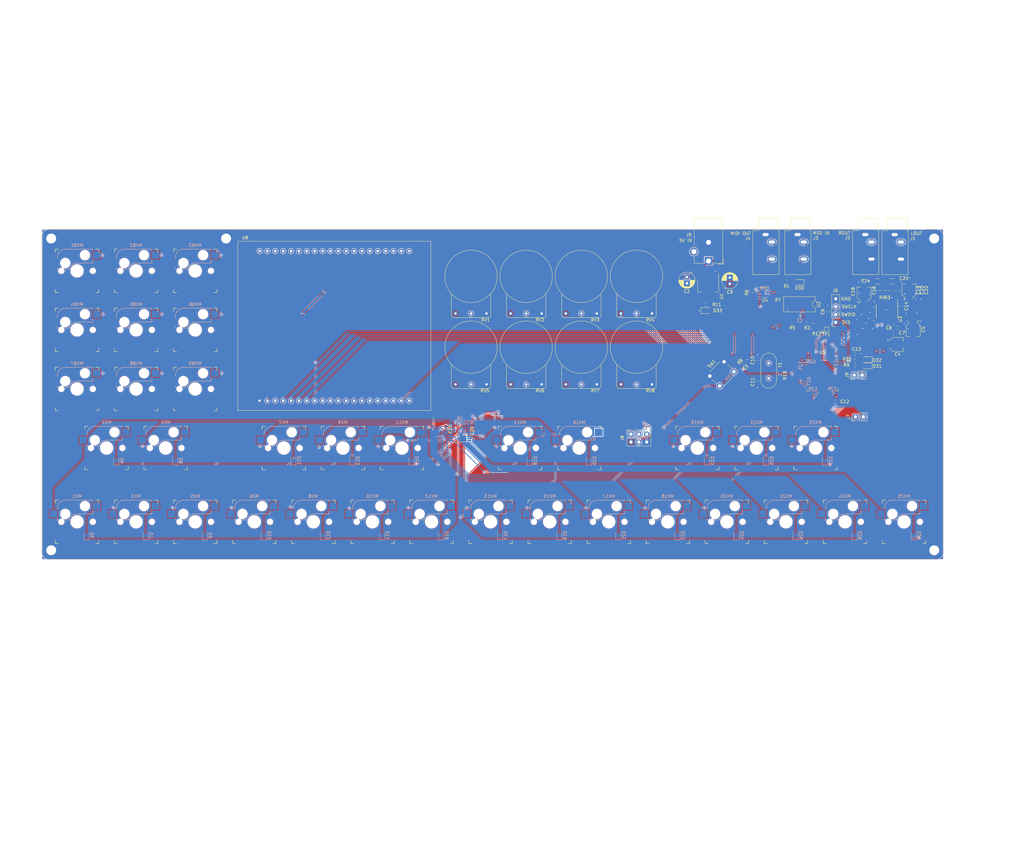
<source format=kicad_pcb>
(kicad_pcb (version 20171130) (host pcbnew "(5.1.12)-1")
  (title_block (title "Digital Synth") (date 2022-02-04) (comment 1 "Designed By: Bryan Monk"))
  (layers (0 F.Cu signal) (31 B.Cu signal) (34 B.Paste user) (35 F.Paste user) (36 B.SilkS user) (37 F.SilkS user) (38 B.Mask user) (39 F.Mask user) (44 Edge.Cuts user))
  (net 0 "")
  (net 1 "Net-(C4-Pad1)")
  (net 2 GND)
  (net 3 +3V3)
  (net 4 "Net-(C14-Pad2)")
  (net 5 "Net-(C14-Pad1)")
  (net 6 "Net-(C19-Pad1)")
  (net 7 "Net-(C23-Pad2)")
  (net 8 "Net-(C24-Pad2)")
  (net 9 row0)
  (net 10 "Net-(D5-Pad2)")
  (net 11 row1)
  (net 12 "Net-(D6-Pad2)")
  (net 13 "Net-(D7-Pad2)")
  (net 14 "Net-(D8-Pad2)")
  (net 15 "Net-(D9-Pad2)")
  (net 16 "Net-(D10-Pad2)")
  (net 17 "Net-(D11-Pad2)")
  (net 18 "Net-(D12-Pad2)")
  (net 19 "Net-(D13-Pad2)")
  (net 20 "Net-(D14-Pad2)")
  (net 21 "Net-(D15-Pad2)")
  (net 22 "Net-(D16-Pad2)")
  (net 23 "Net-(D17-Pad2)")
  (net 24 "Net-(D18-Pad2)")
  (net 25 "Net-(D19-Pad2)")
  (net 26 "Net-(D20-Pad2)")
  (net 27 "Net-(D21-Pad2)")
  (net 28 "Net-(D22-Pad2)")
  (net 29 "Net-(D23-Pad2)")
  (net 30 "Net-(D24-Pad2)")
  (net 31 "Net-(D25-Pad2)")
  (net 32 "Net-(D26-Pad2)")
  (net 33 "Net-(D27-Pad2)")
  (net 34 "Net-(D28-Pad2)")
  (net 35 "Net-(D29-Pad2)")
  (net 36 col0)
  (net 37 col1)
  (net 38 col2)
  (net 39 col3)
  (net 40 col4)
  (net 41 col5)
  (net 42 col6)
  (net 43 SD)
  (net 44 BCK)
  (net 45 "Net-(R3-Pad2)")
  (net 46 "Net-(R4-Pad2)")
  (net 47 LRCLK)
  (net 48 +5V)
  (net 49 "Net-(D30-Pad1)")
  (net 50 "Net-(D30-Pad2)")
  (net 51 "Net-(R2-Pad1)")
  (net 52 "Net-(R6-Pad2)")
  (net 53 "Net-(U2-Pad1)")
  (net 54 "Net-(U2-Pad4)")
  (net 55 "Net-(U4-Pad3)")
  (net 56 row2)
  (net 57 row3)
  (net 58 NRST)
  (net 59 "Net-(R12-Pad1)")
  (net 60 "Net-(C10-Pad1)")
  (net 61 "Net-(C11-Pad1)")
  (net 62 "Net-(U5-Pad28)")
  (net 63 "Net-(C12-Pad1)")
  (net 64 MCK)
  (net 65 "Net-(U5-Pad41)")
  (net 66 SWDIO)
  (net 67 "Net-(C13-Pad1)")
  (net 68 SWCLK)
  (net 69 "Net-(U5-Pad39)")
  (net 70 "Net-(U5-Pad40)")
  (net 71 "Net-(U5-Pad52)")
  (net 72 "Net-(R13-Pad1)")
  (net 73 B1)
  (net 74 B2)
  (net 75 B3)
  (net 76 B4)
  (net 77 B5)
  (net 78 B6)
  (net 79 B7)
  (net 80 B8)
  (net 81 B9)
  (net 82 "Net-(U8-Pad3)")
  (net 83 "Net-(U8-Pad9)")
  (net 84 "Net-(U8-Pad10)")
  (net 85 Y+)
  (net 86 X+)
  (net 87 Y-)
  (net 88 X-)
  (net 89 "Net-(U8-Pad15)")
  (net 90 "Net-(U8-Pad16)")
  (net 91 "Net-(U8-Pad17)")
  (net 92 "Net-(U8-Pad18)")
  (net 93 "Net-(U8-Pad20)")
  (net 94 "Net-(U8-Pad21)")
  (net 95 "Net-(U8-Pad22)")
  (net 96 "Net-(U8-Pad23)")
  (net 97 "Net-(U8-Pad24)")
  (net 98 "Net-(U8-Pad25)")
  (net 99 "Net-(U8-Pad26)")
  (net 100 "Net-(U8-Pad27)")
  (net 101 "Net-(U8-Pad28)")
  (net 102 "Net-(U8-Pad29)")
  (net 103 "Net-(U8-Pad30)")
  (net 104 "Net-(U8-Pad31)")
  (net 105 "Net-(U8-Pad32)")
  (net 106 "Net-(U8-Pad33)")
  (net 107 "Net-(U8-Pad34)")
  (net 108 "Net-(U8-Pad35)")
  (net 109 "Net-(U8-Pad36)")
  (net 110 "Net-(U8-Pad37)")
  (net 111 "Net-(U8-Pad38)")
  (net 112 "Net-(U8-Pad39)")
  (net 113 "Net-(U8-Pad40)")
  (net 114 RV1)
  (net 115 RV2)
  (net 116 RV3)
  (net 117 RV4)
  (net 118 RV5)
  (net 119 RV6)
  (net 120 RV7)
  (net 121 RV8)
  (net 122 "Net-(J3-PadR)")
  (net 123 "Net-(J4-PadT)")
  (net 124 "Net-(J4-PadR)")
  (net 125 SPI2_MISO)
  (net 126 SPI2_SCK)
  (net 127 SPI2_MOSI)
  (net 128 RX_MIDI)
  (net 129 "Net-(R9-Pad1)")
  (net 130 "Net-(D31-Pad2)")
  (net 131 "Net-(D32-Pad2)")
  (net 132 "Net-(R10-Pad1)")
  (net 133 "Net-(D33-Pad2)")
  (net 134 TX_MIDI)
  (net 135 TX_Debug)
  (net 136 RX_Debug)
  (net 137 SPI2_CS)
  (net 138 "Net-(U5-Pad37)")
  (net 139 SPI1_SCK)
  (net 140 SPI1_MISO)
  (net 141 SPI1_MOSI)
  (net 142 SPI1_CS2)
  (net 143 SPI1_CS1)
  (net 144 DC)
  (module MountingHole:MountingHole_3.2mm_M3 (layer F.Cu) (at 50.038 27.432)
    (fp_text reference REF** hide)
    (fp_text value MountingHole_3.2mm_M3)
    (pad 1 np_thru_hole circle (at 0 0) (size 3.2 3.2) (drill 3.2) (layers *.Cu *.Mask))
  )
  (module MountingHole:MountingHole_3.2mm_M3 (layer F.Cu) (at -6.35 128.016)
    (fp_text reference REF** hide)
    (fp_text value MountingHole_3.2mm_M3)
    (pad 1 np_thru_hole circle (at 0 0) (size 3.2 3.2) (drill 3.2) (layers *.Cu *.Mask))
  )
  (module MountingHole:MountingHole_3.2mm_M3 (layer F.Cu) (at 278.384 128.016)
    (fp_text reference REF** hide)
    (fp_text value MountingHole_3.2mm_M3)
    (pad 1 np_thru_hole circle (at 0 0) (size 3.2 3.2) (drill 3.2) (layers *.Cu *.Mask))
  )
  (module MountingHole:MountingHole_3.2mm_M3 (layer F.Cu) (at 278.384 27.432)
    (fp_text reference REF** hide)
    (fp_text value MountingHole_3.2mm_M3)
    (pad 1 np_thru_hole circle (at 0 0) (size 3.2 3.2) (drill 3.2) (layers *.Cu *.Mask))
  )
  (module MountingHole:MountingHole_3.2mm_M3 (layer F.Cu) (at -6.35 27.432)
    (fp_text reference REF** hide)
    (fp_text value MountingHole_3.2mm_M3)
    (pad 1 np_thru_hole circle (at 0 0) (size 3.2 3.2) (drill 3.2) (layers *.Cu *.Mask))
  )
  (module Potentiometer_THT:Hiletgo (layer F.Cu) (at 164.592 62.484)
    (fp_text reference RV7 (at 4.485999 14.095999) (layer F.SilkS))
    (fp_text value 10k)
    (pad 3 thru_hole circle (at 5 12) (size 1.524 1.524) (drill 0.762) (layers *.Cu *.Mask) (net 2 GND))
    (pad 2 thru_hole circle (at 0 12) (size 1.524 1.524) (drill 0.762) (layers *.Cu *.Mask) (net 120 RV7))
    (pad 1 thru_hole circle (at -5 12) (size 1.524 1.524) (drill 0.762) (layers *.Cu *.Mask) (net 3 +3V3))
  )
  (module Display:Adafruit_2.4in (layer F.Cu) (at 60.833 79.756)
    (fp_text reference U8 (at -4.699 -52.578) (layer F.SilkS))
    (fp_text value Adafruit_2.4in)
    (pad 1 thru_hole circle (at 0 0) (size 1.524 1.524) (drill 0.762) (layers *.Cu *.Mask) (net 2 GND))
    (pad 2 thru_hole circle (at 2.54 0) (size 1.524 1.524) (drill 0.762) (layers *.Cu *.Mask) (net 48 +5V))
    (pad 3 thru_hole circle (at 5.08 0) (size 1.524 1.524) (drill 0.762) (layers *.Cu *.Mask) (net 82 "Net-(U8-Pad3)"))
    (pad 4 thru_hole circle (at 7.62 0) (size 1.524 1.524) (drill 0.762) (layers *.Cu *.Mask) (net 139 SPI1_SCK))
    (pad 5 thru_hole circle (at 10.16 0) (size 1.524 1.524) (drill 0.762) (layers *.Cu *.Mask) (net 140 SPI1_MISO))
    (pad 6 thru_hole circle (at 12.7 0) (size 1.524 1.524) (drill 0.762) (layers *.Cu *.Mask) (net 141 SPI1_MOSI))
    (pad 7 thru_hole circle (at 15.24 0) (size 1.524 1.524) (drill 0.762) (layers *.Cu *.Mask) (net 142 SPI1_CS2))
    (pad 8 thru_hole circle (at 17.78 0) (size 1.524 1.524) (drill 0.762) (layers *.Cu *.Mask) (net 144 DC))
    (pad 9 thru_hole circle (at 20.32 0) (size 1.524 1.524) (drill 0.762) (layers *.Cu *.Mask) (net 83 "Net-(U8-Pad9)"))
    (pad 10 thru_hole circle (at 22.86 0) (size 1.524 1.524) (drill 0.762) (layers *.Cu *.Mask) (net 84 "Net-(U8-Pad10)"))
    (pad 11 thru_hole circle (at 25.4 0) (size 1.524 1.524) (drill 0.762) (layers *.Cu *.Mask) (net 85 Y+))
    (pad 12 thru_hole circle (at 27.94 0) (size 1.524 1.524) (drill 0.762) (layers *.Cu *.Mask) (net 86 X+))
    (pad 13 thru_hole circle (at 30.48 0) (size 1.524 1.524) (drill 0.762) (layers *.Cu *.Mask) (net 87 Y-))
    (pad 14 thru_hole circle (at 33.02 0) (size 1.524 1.524) (drill 0.762) (layers *.Cu *.Mask) (net 88 X-))
    (pad 15 thru_hole circle (at 35.56 0) (size 1.524 1.524) (drill 0.762) (layers *.Cu *.Mask) (net 89 "Net-(U8-Pad15)"))
    (pad 16 thru_hole circle (at 38.1 0) (size 1.524 1.524) (drill 0.762) (layers *.Cu *.Mask) (net 90 "Net-(U8-Pad16)"))
    (pad 17 thru_hole circle (at 40.64 0) (size 1.524 1.524) (drill 0.762) (layers *.Cu *.Mask) (net 91 "Net-(U8-Pad17)"))
    (pad 18 thru_hole circle (at 43.18 0) (size 1.524 1.524) (drill 0.762) (layers *.Cu *.Mask) (net 92 "Net-(U8-Pad18)"))
    (pad 19 thru_hole circle (at 45.72 0) (size 1.524 1.524) (drill 0.762) (layers *.Cu *.Mask) (net 143 SPI1_CS1))
    (pad 20 thru_hole circle (at 48.26 0) (size 1.524 1.524) (drill 0.762) (layers *.Cu *.Mask) (net 93 "Net-(U8-Pad20)"))
    (pad 21 thru_hole circle (at 48.26 -48.26) (size 1.524 1.524) (drill 0.762) (layers *.Cu *.Mask) (net 94 "Net-(U8-Pad21)"))
    (pad 22 thru_hole circle (at 45.72 -48.26) (size 1.524 1.524) (drill 0.762) (layers *.Cu *.Mask) (net 95 "Net-(U8-Pad22)"))
    (pad 23 thru_hole circle (at 43.18 -48.26) (size 1.524 1.524) (drill 0.762) (layers *.Cu *.Mask) (net 96 "Net-(U8-Pad23)"))
    (pad 24 thru_hole circle (at 40.64 -48.26) (size 1.524 1.524) (drill 0.762) (layers *.Cu *.Mask) (net 97 "Net-(U8-Pad24)"))
    (pad 25 thru_hole circle (at 38.1 -48.26) (size 1.524 1.524) (drill 0.762) (layers *.Cu *.Mask) (net 98 "Net-(U8-Pad25)"))
    (pad 26 thru_hole circle (at 35.56 -48.26) (size 1.524 1.524) (drill 0.762) (layers *.Cu *.Mask) (net 99 "Net-(U8-Pad26)"))
    (pad 27 thru_hole circle (at 33.02 -48.26) (size 1.524 1.524) (drill 0.762) (layers *.Cu *.Mask) (net 100 "Net-(U8-Pad27)"))
    (pad 28 thru_hole circle (at 30.48 -48.26) (size 1.524 1.524) (drill 0.762) (layers *.Cu *.Mask) (net 101 "Net-(U8-Pad28)"))
    (pad 29 thru_hole circle (at 27.94 -48.26) (size 1.524 1.524) (drill 0.762) (layers *.Cu *.Mask) (net 102 "Net-(U8-Pad29)"))
    (pad 30 thru_hole circle (at 25.4 -48.26) (size 1.524 1.524) (drill 0.762) (layers *.Cu *.Mask) (net 103 "Net-(U8-Pad30)"))
    (pad 31 thru_hole circle (at 22.86 -48.26) (size 1.524 1.524) (drill 0.762) (layers *.Cu *.Mask) (net 104 "Net-(U8-Pad31)"))
    (pad 32 thru_hole circle (at 20.32 -48.26) (size 1.524 1.524) (drill 0.762) (layers *.Cu *.Mask) (net 105 "Net-(U8-Pad32)"))
    (pad 33 thru_hole circle (at 17.78 -48.26) (size 1.524 1.524) (drill 0.762) (layers *.Cu *.Mask) (net 106 "Net-(U8-Pad33)"))
    (pad 34 thru_hole circle (at 15.24 -48.26) (size 1.524 1.524) (drill 0.762) (layers *.Cu *.Mask) (net 107 "Net-(U8-Pad34)"))
    (pad 35 thru_hole circle (at 12.7 -48.26) (size 1.524 1.524) (drill 0.762) (layers *.Cu *.Mask) (net 108 "Net-(U8-Pad35)"))
    (pad 36 thru_hole circle (at 10.16 -48.26) (size 1.524 1.524) (drill 0.762) (layers *.Cu *.Mask) (net 109 "Net-(U8-Pad36)"))
    (pad 37 thru_hole circle (at 7.62 -48.26) (size 1.524 1.524) (drill 0.762) (layers *.Cu *.Mask) (net 110 "Net-(U8-Pad37)"))
    (pad 38 thru_hole circle (at 5.08 -48.26) (size 1.524 1.524) (drill 0.762) (layers *.Cu *.Mask) (net 111 "Net-(U8-Pad38)"))
    (pad 39 thru_hole circle (at 2.54 -48.26) (size 1.524 1.524) (drill 0.762) (layers *.Cu *.Mask) (net 112 "Net-(U8-Pad39)"))
    (pad 40 thru_hole circle (at 0 -48.26) (size 1.524 1.524) (drill 0.762) (layers *.Cu *.Mask) (net 113 "Net-(U8-Pad40)"))
  )
  (module Connector_PinSocket_2.54mm:PinSocket_2x03_P2.54mm_Vertical (layer F.Cu) (at 180.594 90.551 90)
    (fp_text reference J8 (at -1.27 -2.77 90) (layer F.SilkS))
    (fp_text value ISP)
    (pad 1 thru_hole rect (at 0 0 90) (size 1.7 1.7) (drill 1) (layers *.Cu *.Mask) (net 125 SPI2_MISO))
    (pad 2 thru_hole oval (at -2.54 0 90) (size 1.7 1.7) (drill 1) (layers *.Cu *.Mask) (net 3 +3V3))
    (pad 3 thru_hole oval (at 0 2.54 90) (size 1.7 1.7) (drill 1) (layers *.Cu *.Mask) (net 126 SPI2_SCK))
    (pad 4 thru_hole oval (at -2.54 2.54 90) (size 1.7 1.7) (drill 1) (layers *.Cu *.Mask) (net 127 SPI2_MOSI))
    (pad 5 thru_hole oval (at 0 5.08 90) (size 1.7 1.7) (drill 1) (layers *.Cu *.Mask) (net 58 NRST))
    (pad 6 thru_hole oval (at -2.54 5.08 90) (size 1.7 1.7) (drill 1) (layers *.Cu *.Mask) (net 2 GND))
  )
  (module Connector_PinHeader_2.54mm:PinHeader_1x02_P2.54mm_Vertical (layer F.Cu) (at 252.984 84.963 90)
    (fp_text reference J7 (at 0 -2.33 90) (layer F.SilkS))
    (fp_text value UART_Debug)
    (pad 1 thru_hole rect (at 0 0 90) (size 1.7 1.7) (drill 1) (layers *.Cu *.Mask) (net 135 TX_Debug))
    (pad 2 thru_hole oval (at 0 2.54 90) (size 1.7 1.7) (drill 1) (layers *.Cu *.Mask) (net 136 RX_Debug))
  )
  (module Crystal:Crystal_HC49-U_Vertical (layer F.Cu) (at 225.014545 67.630464 270)
    (fp_text reference Y1 (at 0.586587 -3.682546 90) (layer F.SilkS))
    (fp_text value 8MHz)
    (pad 1 thru_hole circle (at 0 0 270) (size 1.5 1.5) (drill 0.8) (layers *.Cu *.Mask) (net 60 "Net-(C10-Pad1)"))
    (pad 2 thru_hole circle (at 4.88 0 270) (size 1.5 1.5) (drill 0.8) (layers *.Cu *.Mask) (net 61 "Net-(C11-Pad1)"))
  )
  (module Package_QFP:LQFP-64_10x10mm_P0.5mm (layer F.Cu) (at 242.311355 71.573205)
    (fp_text reference U5 (at 0 -7.4) (layer F.SilkS))
    (fp_text value STM32F405RGTx)
    (pad 64 smd roundrect (at -3.75 -5.675) (size 0.3 1.55) (layers F.Cu F.Paste F.Mask) (net 3 +3V3))
    (pad 63 smd roundrect (at -3.25 -5.675) (size 0.3 1.55) (layers F.Cu F.Paste F.Mask) (net 2 GND))
    (pad 62 smd roundrect (at -2.75 -5.675) (size 0.3 1.55) (layers F.Cu F.Paste F.Mask) (net 74 B2))
    (pad 61 smd roundrect (at -2.25 -5.675) (size 0.3 1.55) (layers F.Cu F.Paste F.Mask) (net 73 B1))
    (pad 60 smd roundrect (at -1.75 -5.675) (size 0.3 1.55) (layers F.Cu F.Paste F.Mask) (net 59 "Net-(R12-Pad1)"))
    (pad 59 smd roundrect (at -1.25 -5.675) (size 0.3 1.55) (layers F.Cu F.Paste F.Mask) (net 143 SPI1_CS1))
    (pad 58 smd roundrect (at -0.75 -5.675) (size 0.3 1.55) (layers F.Cu F.Paste F.Mask) (net 142 SPI1_CS2))
    (pad 57 smd roundrect (at -0.25 -5.675) (size 0.3 1.55) (layers F.Cu F.Paste F.Mask) (net 141 SPI1_MOSI))
    (pad 56 smd roundrect (at 0.25 -5.675) (size 0.3 1.55) (layers F.Cu F.Paste F.Mask) (net 140 SPI1_MISO))
    (pad 55 smd roundrect (at 0.75 -5.675) (size 0.3 1.55) (layers F.Cu F.Paste F.Mask) (net 139 SPI1_SCK))
    (pad 54 smd roundrect (at 1.25 -5.675) (size 0.3 1.55) (layers F.Cu F.Paste F.Mask) (net 144 DC))
    (pad 53 smd roundrect (at 1.75 -5.675) (size 0.3 1.55) (layers F.Cu F.Paste F.Mask) (net 43 SD))
    (pad 52 smd roundrect (at 2.25 -5.675) (size 0.3 1.55) (layers F.Cu F.Paste F.Mask) (net 71 "Net-(U5-Pad52)"))
    (pad 51 smd roundrect (at 2.75 -5.675) (size 0.3 1.55) (layers F.Cu F.Paste F.Mask) (net 44 BCK))
    (pad 50 smd roundrect (at 3.25 -5.675) (size 0.3 1.55) (layers F.Cu F.Paste F.Mask) (net 47 LRCLK))
    (pad 49 smd roundrect (at 3.75 -5.675) (size 0.3 1.55) (layers F.Cu F.Paste F.Mask) (net 68 SWCLK))
    (pad 48 smd roundrect (at 5.675 -3.75) (size 1.55 0.3) (layers F.Cu F.Paste F.Mask) (net 3 +3V3))
    (pad 47 smd roundrect (at 5.675 -3.25) (size 1.55 0.3) (layers F.Cu F.Paste F.Mask) (net 67 "Net-(C13-Pad1)"))
    (pad 46 smd roundrect (at 5.675 -2.75) (size 1.55 0.3) (layers F.Cu F.Paste F.Mask) (net 66 SWDIO))
    (pad 45 smd roundrect (at 5.675 -2.25) (size 1.55 0.3) (layers F.Cu F.Paste F.Mask) (net 132 "Net-(R10-Pad1)"))
    (pad 44 smd roundrect (at 5.675 -1.75) (size 1.55 0.3) (layers F.Cu F.Paste F.Mask) (net 129 "Net-(R9-Pad1)"))
    (pad 43 smd roundrect (at 5.675 -1.25) (size 1.55 0.3) (layers F.Cu F.Paste F.Mask) (net 128 RX_MIDI))
    (pad 42 smd roundrect (at 5.675 -0.75) (size 1.55 0.3) (layers F.Cu F.Paste F.Mask) (net 134 TX_MIDI))
    (pad 41 smd roundrect (at 5.675 -0.25) (size 1.55 0.3) (layers F.Cu F.Paste F.Mask) (net 65 "Net-(U5-Pad41)"))
    (pad 40 smd roundrect (at 5.675 0.25) (size 1.55 0.3) (layers F.Cu F.Paste F.Mask) (net 70 "Net-(U5-Pad40)"))
    (pad 39 smd roundrect (at 5.675 0.75) (size 1.55 0.3) (layers F.Cu F.Paste F.Mask) (net 69 "Net-(U5-Pad39)"))
    (pad 38 smd roundrect (at 5.675 1.25) (size 1.55 0.3) (layers F.Cu F.Paste F.Mask) (net 64 MCK))
    (pad 37 smd roundrect (at 5.675 1.75) (size 1.55 0.3) (layers F.Cu F.Paste F.Mask) (net 138 "Net-(U5-Pad37)"))
    (pad 36 smd roundrect (at 5.675 2.25) (size 1.55 0.3) (layers F.Cu F.Paste F.Mask) (net 127 SPI2_MOSI))
    (pad 35 smd roundrect (at 5.675 2.75) (size 1.55 0.3) (layers F.Cu F.Paste F.Mask) (net 125 SPI2_MISO))
    (pad 34 smd roundrect (at 5.675 3.25) (size 1.55 0.3) (layers F.Cu F.Paste F.Mask) (net 126 SPI2_SCK))
    (pad 33 smd roundrect (at 5.675 3.75) (size 1.55 0.3) (layers F.Cu F.Paste F.Mask) (net 137 SPI2_CS))
    (pad 32 smd roundrect (at 3.75 5.675) (size 0.3 1.55) (layers F.Cu F.Paste F.Mask) (net 3 +3V3))
    (pad 31 smd roundrect (at 3.25 5.675) (size 0.3 1.55) (layers F.Cu F.Paste F.Mask) (net 63 "Net-(C12-Pad1)"))
    (pad 30 smd roundrect (at 2.75 5.675) (size 0.3 1.55) (layers F.Cu F.Paste F.Mask) (net 136 RX_Debug))
    (pad 29 smd roundrect (at 2.25 5.675) (size 0.3 1.55) (layers F.Cu F.Paste F.Mask) (net 135 TX_Debug))
    (pad 28 smd roundrect (at 1.75 5.675) (size 0.3 1.55) (layers F.Cu F.Paste F.Mask) (net 62 "Net-(U5-Pad28)"))
    (pad 27 smd roundrect (at 1.25 5.675) (size 0.3 1.55) (layers F.Cu F.Paste F.Mask) (net 88 X-))
    (pad 26 smd roundrect (at 0.75 5.675) (size 0.3 1.55) (layers F.Cu F.Paste F.Mask) (net 87 Y-))
    (pad 25 smd roundrect (at 0.25 5.675) (size 0.3 1.55) (layers F.Cu F.Paste F.Mask) (net 86 X+))
    (pad 24 smd roundrect (at -0.25 5.675) (size 0.3 1.55) (layers F.Cu F.Paste F.Mask) (net 85 Y+))
    (pad 23 smd roundrect (at -0.75 5.675) (size 0.3 1.55) (layers F.Cu F.Paste F.Mask) (net 121 RV8))
    (pad 22 smd roundrect (at -1.25 5.675) (size 0.3 1.55) (layers F.Cu F.Paste F.Mask) (net 120 RV7))
    (pad 21 smd roundrect (at -1.75 5.675) (size 0.3 1.55) (layers F.Cu F.Paste F.Mask) (net 119 RV6))
    (pad 20 smd roundrect (at -2.25 5.675) (size 0.3 1.55) (layers F.Cu F.Paste F.Mask) (net 118 RV5))
    (pad 19 smd roundrect (at -2.75 5.675) (size 0.3 1.55) (layers F.Cu F.Paste F.Mask) (net 3 +3V3))
    (pad 18 smd roundrect (at -3.25 5.675) (size 0.3 1.55) (layers F.Cu F.Paste F.Mask) (net 2 GND))
    (pad 17 smd roundrect (at -3.75 5.675) (size 0.3 1.55) (layers F.Cu F.Paste F.Mask) (net 114 RV1))
    (pad 16 smd roundrect (at -5.675 3.75) (size 1.55 0.3) (layers F.Cu F.Paste F.Mask) (net 115 RV2))
    (pad 15 smd roundrect (at -5.675 3.25) (size 1.55 0.3) (layers F.Cu F.Paste F.Mask) (net 116 RV3))
    (pad 14 smd roundrect (at -5.675 2.75) (size 1.55 0.3) (layers F.Cu F.Paste F.Mask) (net 117 RV4))
    (pad 13 smd roundrect (at -5.675 2.25) (size 1.55 0.3) (layers F.Cu F.Paste F.Mask) (net 3 +3V3))
    (pad 12 smd roundrect (at -5.675 1.75) (size 1.55 0.3) (layers F.Cu F.Paste F.Mask) (net 2 GND))
    (pad 11 smd roundrect (at -5.675 1.25) (size 1.55 0.3) (layers F.Cu F.Paste F.Mask) (net 81 B9))
    (pad 10 smd roundrect (at -5.675 0.75) (size 1.55 0.3) (layers F.Cu F.Paste F.Mask) (net 80 B8))
    (pad 9 smd roundrect (at -5.675 0.25) (size 1.55 0.3) (layers F.Cu F.Paste F.Mask) (net 79 B7))
    (pad 8 smd roundrect (at -5.675 -0.25) (size 1.55 0.3) (layers F.Cu F.Paste F.Mask) (net 78 B6))
    (pad 7 smd roundrect (at -5.675 -0.75) (size 1.55 0.3) (layers F.Cu F.Paste F.Mask) (net 58 NRST))
    (pad 6 smd roundrect (at -5.675 -1.25) (size 1.55 0.3) (layers F.Cu F.Paste F.Mask) (net 72 "Net-(R13-Pad1)"))
    (pad 5 smd roundrect (at -5.675 -1.75) (size 1.55 0.3) (layers F.Cu F.Paste F.Mask) (net 60 "Net-(C10-Pad1)"))
    (pad 4 smd roundrect (at -5.675 -2.25) (size 1.55 0.3) (layers F.Cu F.Paste F.Mask) (net 77 B5))
    (pad 3 smd roundrect (at -5.675 -2.75) (size 1.55 0.3) (layers F.Cu F.Paste F.Mask) (net 76 B4))
    (pad 2 smd roundrect (at -5.675 -3.25) (size 1.55 0.3) (layers F.Cu F.Paste F.Mask) (net 75 B3))
    (pad 1 smd roundrect (at -5.675 -3.75) (size 1.55 0.3) (layers F.Cu F.Paste F.Mask) (net 3 +3V3))
  )
  (module Capacitor_SMD:C_1206_3216Metric (layer F.Cu) (at 260.096 41.275)
    (fp_text reference C24 (at -3.81 -0.127) (layer F.SilkS))
    (fp_text value 2.2nF)
    (pad 2 smd roundrect (at 1.4 0) (size 1.25 1.75) (layers F.Cu F.Paste F.Mask) (roundrect_rratio 0.2) (net 8 "Net-(C24-Pad2)"))
    (pad 1 smd roundrect (at -1.4 0) (size 1.25 1.75) (layers F.Cu F.Paste F.Mask) (roundrect_rratio 0.2) (net 2 GND))
  )
  (module Connector_Audio:Jack_3.5mm_CUI_SJ1-3533NG_Horizontal (layer F.Cu) (at 224.028 26.162)
    (fp_text reference J4 (at -5.715 1.27) (layer F.SilkS))
    (fp_text value "MIDI OUT" (at -8.001 -0.381) (layer F.SilkS))
    (pad S thru_hole oval (at 0 0) (size 2.8 1.8) (drill oval 2 1) (layers *.Cu *.Mask) (net 2 GND))
    (pad T thru_hole oval (at 2 2.4) (size 2.8 1.8) (drill oval 2 1) (layers *.Cu *.Mask) (net 123 "Net-(J4-PadT)"))
    (pad R thru_hole oval (at 2 7.9) (size 2.8 1.8) (drill oval 2 1) (layers *.Cu *.Mask) (net 124 "Net-(J4-PadR)"))
  )
  (module Keyswitches:Kailh_socket_MX (layer F.Cu) (at 30.565 95.0175)
    (fp_text reference MX4 (at 0 -8.255) (layer B.SilkS) (effects (justify mirror)))
    (fp_text value D#3)
    (pad 2 smd rect (at -7.56 -2.54) (size 2.55 2.5) (layers B.Cu B.Paste B.Mask) (net 37 col1))
    (pad "" np_thru_hole circle (at -5.08 0) (size 1.7018 1.7018) (drill 1.7018) (layers *.Cu *.Mask))
    (pad "" np_thru_hole circle (at 5.08 0) (size 1.7018 1.7018) (drill 1.7018) (layers *.Cu *.Mask))
    (pad "" np_thru_hole circle (at 0 0) (size 3.9878 3.9878) (drill 3.9878) (layers *.Cu *.Mask))
    (pad "" np_thru_hole circle (at -3.81 -2.54) (size 3 3) (drill 3) (layers *.Cu *.Mask))
    (pad "" np_thru_hole circle (at 2.54 -5.08) (size 3 3) (drill 3) (layers *.Cu *.Mask))
    (pad 1 smd rect (at 6.29 -5.08) (size 2.55 2.5) (layers B.Cu B.Paste B.Mask) (net 14 "Net-(D8-Pad2)"))
  )
  (module Resistor_SMD:R_0603_1608Metric_Pad1.05x0.95mm_HandSolder (layer F.Cu) (at 261.747 44.21 270)
    (fp_text reference R4 (at 2.272 0.127 180) (layer F.SilkS))
    (fp_text value 470)
    (pad 1 smd roundrect (at -0.875 0 270) (size 1.05 0.95) (layers F.Cu F.Paste F.Mask) (net 8 "Net-(C24-Pad2)"))
    (pad 2 smd roundrect (at 0.875 0 270) (size 1.05 0.95) (layers F.Cu F.Paste F.Mask) (net 46 "Net-(R4-Pad2)"))
  )
  (module Keyswitches:Kailh_socket_MX (layer F.Cu) (at 11.515 95.0175)
    (fp_text reference MX2 (at 0 -8.255) (layer B.SilkS) (effects (justify mirror)))
    (fp_text value C#3)
    (pad 1 smd rect (at 6.29 -5.08) (size 2.55 2.5) (layers B.Cu B.Paste B.Mask) (net 12 "Net-(D6-Pad2)"))
    (pad "" np_thru_hole circle (at 2.54 -5.08) (size 3 3) (drill 3) (layers *.Cu *.Mask))
    (pad "" np_thru_hole circle (at -3.81 -2.54) (size 3 3) (drill 3) (layers *.Cu *.Mask))
    (pad "" np_thru_hole circle (at 0 0) (size 3.9878 3.9878) (drill 3.9878) (layers *.Cu *.Mask))
    (pad "" np_thru_hole circle (at 5.08 0) (size 1.7018 1.7018) (drill 1.7018) (layers *.Cu *.Mask))
    (pad "" np_thru_hole circle (at -5.08 0) (size 1.7018 1.7018) (drill 1.7018) (layers *.Cu *.Mask))
    (pad 2 smd rect (at -7.56 -2.54) (size 2.55 2.5) (layers B.Cu B.Paste B.Mask) (net 36 col0))
  )
  (module Keyswitches:Kailh_socket_MX (layer F.Cu) (at 21.04 118.83)
    (fp_text reference MX3 (at 0 -8.255) (layer B.SilkS) (effects (justify mirror)))
    (fp_text value D3)
    (pad 2 smd rect (at -7.56 -2.54) (size 2.55 2.5) (layers B.Cu B.Paste B.Mask) (net 37 col1))
    (pad "" np_thru_hole circle (at -5.08 0) (size 1.7018 1.7018) (drill 1.7018) (layers *.Cu *.Mask))
    (pad "" np_thru_hole circle (at 5.08 0) (size 1.7018 1.7018) (drill 1.7018) (layers *.Cu *.Mask))
    (pad "" np_thru_hole circle (at 0 0) (size 3.9878 3.9878) (drill 3.9878) (layers *.Cu *.Mask))
    (pad "" np_thru_hole circle (at -3.81 -2.54) (size 3 3) (drill 3) (layers *.Cu *.Mask))
    (pad "" np_thru_hole circle (at 2.54 -5.08) (size 3 3) (drill 3) (layers *.Cu *.Mask))
    (pad 1 smd rect (at 6.29 -5.08) (size 2.55 2.5) (layers B.Cu B.Paste B.Mask) (net 13 "Net-(D7-Pad2)"))
  )
  (module Keyswitches:Kailh_socket_MX (layer F.Cu) (at 40.09 118.83)
    (fp_text reference MX5 (at 0 -8.255) (layer B.SilkS) (effects (justify mirror)))
    (fp_text value E3)
    (pad 1 smd rect (at 6.29 -5.08) (size 2.55 2.5) (layers B.Cu B.Paste B.Mask) (net 15 "Net-(D9-Pad2)"))
    (pad "" np_thru_hole circle (at 2.54 -5.08) (size 3 3) (drill 3) (layers *.Cu *.Mask))
    (pad "" np_thru_hole circle (at -3.81 -2.54) (size 3 3) (drill 3) (layers *.Cu *.Mask))
    (pad "" np_thru_hole circle (at 0 0) (size 3.9878 3.9878) (drill 3.9878) (layers *.Cu *.Mask))
    (pad "" np_thru_hole circle (at 5.08 0) (size 1.7018 1.7018) (drill 1.7018) (layers *.Cu *.Mask))
    (pad "" np_thru_hole circle (at -5.08 0) (size 1.7018 1.7018) (drill 1.7018) (layers *.Cu *.Mask))
    (pad 2 smd rect (at -7.56 -2.54) (size 2.55 2.5) (layers B.Cu B.Paste B.Mask) (net 38 col2))
  )
  (module Keyswitches:Kailh_socket_MX (layer F.Cu) (at 59.14 118.83)
    (fp_text reference MX6 (at 0 -8.255) (layer B.SilkS) (effects (justify mirror)))
    (fp_text value F3)
    (pad 1 smd rect (at 6.29 -5.08) (size 2.55 2.5) (layers B.Cu B.Paste B.Mask) (net 16 "Net-(D10-Pad2)"))
    (pad "" np_thru_hole circle (at 2.54 -5.08) (size 3 3) (drill 3) (layers *.Cu *.Mask))
    (pad "" np_thru_hole circle (at -3.81 -2.54) (size 3 3) (drill 3) (layers *.Cu *.Mask))
    (pad "" np_thru_hole circle (at 0 0) (size 3.9878 3.9878) (drill 3.9878) (layers *.Cu *.Mask))
    (pad "" np_thru_hole circle (at 5.08 0) (size 1.7018 1.7018) (drill 1.7018) (layers *.Cu *.Mask))
    (pad "" np_thru_hole circle (at -5.08 0) (size 1.7018 1.7018) (drill 1.7018) (layers *.Cu *.Mask))
    (pad 2 smd rect (at -7.56 -2.54) (size 2.55 2.5) (layers B.Cu B.Paste B.Mask) (net 39 col3))
  )
  (module Keyswitches:Kailh_socket_MX (layer F.Cu) (at 68.665 95.0175)
    (fp_text reference MX7 (at 0 -8.255) (layer B.SilkS) (effects (justify mirror)))
    (fp_text value F#3)
    (pad 1 smd rect (at 6.29 -5.08) (size 2.55 2.5) (layers B.Cu B.Paste B.Mask) (net 17 "Net-(D11-Pad2)"))
    (pad "" np_thru_hole circle (at 2.54 -5.08) (size 3 3) (drill 3) (layers *.Cu *.Mask))
    (pad "" np_thru_hole circle (at -3.81 -2.54) (size 3 3) (drill 3) (layers *.Cu *.Mask))
    (pad "" np_thru_hole circle (at 0 0) (size 3.9878 3.9878) (drill 3.9878) (layers *.Cu *.Mask))
    (pad "" np_thru_hole circle (at 5.08 0) (size 1.7018 1.7018) (drill 1.7018) (layers *.Cu *.Mask))
    (pad "" np_thru_hole circle (at -5.08 0) (size 1.7018 1.7018) (drill 1.7018) (layers *.Cu *.Mask))
    (pad 2 smd rect (at -7.56 -2.54) (size 2.55 2.5) (layers B.Cu B.Paste B.Mask) (net 38 col2))
  )
  (module Keyswitches:Kailh_socket_MX (layer F.Cu) (at 78.19 118.83)
    (fp_text reference MX8 (at 0 -8.255) (layer B.SilkS) (effects (justify mirror)))
    (fp_text value G3)
    (pad 2 smd rect (at -7.56 -2.54) (size 2.55 2.5) (layers B.Cu B.Paste B.Mask) (net 40 col4))
    (pad "" np_thru_hole circle (at -5.08 0) (size 1.7018 1.7018) (drill 1.7018) (layers *.Cu *.Mask))
    (pad "" np_thru_hole circle (at 5.08 0) (size 1.7018 1.7018) (drill 1.7018) (layers *.Cu *.Mask))
    (pad "" np_thru_hole circle (at 0 0) (size 3.9878 3.9878) (drill 3.9878) (layers *.Cu *.Mask))
    (pad "" np_thru_hole circle (at -3.81 -2.54) (size 3 3) (drill 3) (layers *.Cu *.Mask))
    (pad "" np_thru_hole circle (at 2.54 -5.08) (size 3 3) (drill 3) (layers *.Cu *.Mask))
    (pad 1 smd rect (at 6.29 -5.08) (size 2.55 2.5) (layers B.Cu B.Paste B.Mask) (net 18 "Net-(D12-Pad2)"))
  )
  (module Keyswitches:Kailh_socket_MX (layer F.Cu) (at 87.715 95.0175)
    (fp_text reference MX9 (at 0 -8.255) (layer B.SilkS) (effects (justify mirror)))
    (fp_text value G#3)
    (pad 2 smd rect (at -7.56 -2.54) (size 2.55 2.5) (layers B.Cu B.Paste B.Mask) (net 39 col3))
    (pad "" np_thru_hole circle (at -5.08 0) (size 1.7018 1.7018) (drill 1.7018) (layers *.Cu *.Mask))
    (pad "" np_thru_hole circle (at 5.08 0) (size 1.7018 1.7018) (drill 1.7018) (layers *.Cu *.Mask))
    (pad "" np_thru_hole circle (at 0 0) (size 3.9878 3.9878) (drill 3.9878) (layers *.Cu *.Mask))
    (pad "" np_thru_hole circle (at -3.81 -2.54) (size 3 3) (drill 3) (layers *.Cu *.Mask))
    (pad "" np_thru_hole circle (at 2.54 -5.08) (size 3 3) (drill 3) (layers *.Cu *.Mask))
    (pad 1 smd rect (at 6.29 -5.08) (size 2.55 2.5) (layers B.Cu B.Paste B.Mask) (net 19 "Net-(D13-Pad2)"))
  )
  (module Keyswitches:Kailh_socket_MX (layer F.Cu) (at 97.24 118.83)
    (fp_text reference MX10 (at 0 -8.255) (layer B.SilkS) (effects (justify mirror)))
    (fp_text value A4)
    (pad 1 smd rect (at 6.29 -5.08) (size 2.55 2.5) (layers B.Cu B.Paste B.Mask) (net 20 "Net-(D14-Pad2)"))
    (pad "" np_thru_hole circle (at 2.54 -5.08) (size 3 3) (drill 3) (layers *.Cu *.Mask))
    (pad "" np_thru_hole circle (at -3.81 -2.54) (size 3 3) (drill 3) (layers *.Cu *.Mask))
    (pad "" np_thru_hole circle (at 0 0) (size 3.9878 3.9878) (drill 3.9878) (layers *.Cu *.Mask))
    (pad "" np_thru_hole circle (at 5.08 0) (size 1.7018 1.7018) (drill 1.7018) (layers *.Cu *.Mask))
    (pad "" np_thru_hole circle (at -5.08 0) (size 1.7018 1.7018) (drill 1.7018) (layers *.Cu *.Mask))
    (pad 2 smd rect (at -7.56 -2.54) (size 2.55 2.5) (layers B.Cu B.Paste B.Mask) (net 41 col5))
  )
  (module Keyswitches:Kailh_socket_MX (layer F.Cu) (at 106.765 95.0175)
    (fp_text reference MX11 (at 0 -8.255) (layer B.SilkS) (effects (justify mirror)))
    (fp_text value A#4)
    (pad 2 smd rect (at -7.56 -2.54) (size 2.55 2.5) (layers B.Cu B.Paste B.Mask) (net 40 col4))
    (pad "" np_thru_hole circle (at -5.08 0) (size 1.7018 1.7018) (drill 1.7018) (layers *.Cu *.Mask))
    (pad "" np_thru_hole circle (at 5.08 0) (size 1.7018 1.7018) (drill 1.7018) (layers *.Cu *.Mask))
    (pad "" np_thru_hole circle (at 0 0) (size 3.9878 3.9878) (drill 3.9878) (layers *.Cu *.Mask))
    (pad "" np_thru_hole circle (at -3.81 -2.54) (size 3 3) (drill 3) (layers *.Cu *.Mask))
    (pad "" np_thru_hole circle (at 2.54 -5.08) (size 3 3) (drill 3) (layers *.Cu *.Mask))
    (pad 1 smd rect (at 6.29 -5.08) (size 2.55 2.5) (layers B.Cu B.Paste B.Mask) (net 21 "Net-(D15-Pad2)"))
  )
  (module Keyswitches:Kailh_socket_MX (layer F.Cu) (at 116.29 118.83)
    (fp_text reference MX12 (at 0 -8.255) (layer B.SilkS) (effects (justify mirror)))
    (fp_text value B4)
    (pad 2 smd rect (at -7.56 -2.54) (size 2.55 2.5) (layers B.Cu B.Paste B.Mask) (net 42 col6))
    (pad "" np_thru_hole circle (at -5.08 0) (size 1.7018 1.7018) (drill 1.7018) (layers *.Cu *.Mask))
    (pad "" np_thru_hole circle (at 5.08 0) (size 1.7018 1.7018) (drill 1.7018) (layers *.Cu *.Mask))
    (pad "" np_thru_hole circle (at 0 0) (size 3.9878 3.9878) (drill 3.9878) (layers *.Cu *.Mask))
    (pad "" np_thru_hole circle (at -3.81 -2.54) (size 3 3) (drill 3) (layers *.Cu *.Mask))
    (pad "" np_thru_hole circle (at 2.54 -5.08) (size 3 3) (drill 3) (layers *.Cu *.Mask))
    (pad 1 smd rect (at 6.29 -5.08) (size 2.55 2.5) (layers B.Cu B.Paste B.Mask) (net 22 "Net-(D16-Pad2)"))
  )
  (module Keyswitches:Kailh_socket_MX (layer F.Cu) (at 135.34 118.83)
    (fp_text reference MX13 (at 0 -8.255) (layer B.SilkS) (effects (justify mirror)))
    (fp_text value C4)
    (pad 1 smd rect (at 6.29 -5.08) (size 2.55 2.5) (layers B.Cu B.Paste B.Mask) (net 23 "Net-(D17-Pad2)"))
    (pad "" np_thru_hole circle (at 2.54 -5.08) (size 3 3) (drill 3) (layers *.Cu *.Mask))
    (pad "" np_thru_hole circle (at -3.81 -2.54) (size 3 3) (drill 3) (layers *.Cu *.Mask))
    (pad "" np_thru_hole circle (at 0 0) (size 3.9878 3.9878) (drill 3.9878) (layers *.Cu *.Mask))
    (pad "" np_thru_hole circle (at 5.08 0) (size 1.7018 1.7018) (drill 1.7018) (layers *.Cu *.Mask))
    (pad "" np_thru_hole circle (at -5.08 0) (size 1.7018 1.7018) (drill 1.7018) (layers *.Cu *.Mask))
    (pad 2 smd rect (at -7.56 -2.54) (size 2.55 2.5) (layers B.Cu B.Paste B.Mask) (net 36 col0))
  )
  (module Keyswitches:Kailh_socket_MX (layer F.Cu) (at 144.865 95.0175)
    (fp_text reference MX14 (at 0 -8.255) (layer B.SilkS) (effects (justify mirror)))
    (fp_text value C#4)
    (pad 1 smd rect (at 6.29 -5.08) (size 2.55 2.5) (layers B.Cu B.Paste B.Mask) (net 24 "Net-(D18-Pad2)"))
    (pad "" np_thru_hole circle (at 2.54 -5.08) (size 3 3) (drill 3) (layers *.Cu *.Mask))
    (pad "" np_thru_hole circle (at -3.81 -2.54) (size 3 3) (drill 3) (layers *.Cu *.Mask))
    (pad "" np_thru_hole circle (at 0 0) (size 3.9878 3.9878) (drill 3.9878) (layers *.Cu *.Mask))
    (pad "" np_thru_hole circle (at 5.08 0) (size 1.7018 1.7018) (drill 1.7018) (layers *.Cu *.Mask))
    (pad "" np_thru_hole circle (at -5.08 0) (size 1.7018 1.7018) (drill 1.7018) (layers *.Cu *.Mask))
    (pad 2 smd rect (at -7.56 -2.54) (size 2.55 2.5) (layers B.Cu B.Paste B.Mask) (net 36 col0))
  )
  (module Keyswitches:Kailh_socket_MX (layer F.Cu) (at 154.39 118.83)
    (fp_text reference MX15 (at 0 -8.255) (layer B.SilkS) (effects (justify mirror)))
    (fp_text value D4)
    (pad 2 smd rect (at -7.56 -2.54) (size 2.55 2.5) (layers B.Cu B.Paste B.Mask) (net 37 col1))
    (pad "" np_thru_hole circle (at -5.08 0) (size 1.7018 1.7018) (drill 1.7018) (layers *.Cu *.Mask))
    (pad "" np_thru_hole circle (at 5.08 0) (size 1.7018 1.7018) (drill 1.7018) (layers *.Cu *.Mask))
    (pad "" np_thru_hole circle (at 0 0) (size 3.9878 3.9878) (drill 3.9878) (layers *.Cu *.Mask))
    (pad "" np_thru_hole circle (at -3.81 -2.54) (size 3 3) (drill 3) (layers *.Cu *.Mask))
    (pad "" np_thru_hole circle (at 2.54 -5.08) (size 3 3) (drill 3) (layers *.Cu *.Mask))
    (pad 1 smd rect (at 6.29 -5.08) (size 2.55 2.5) (layers B.Cu B.Paste B.Mask) (net 25 "Net-(D19-Pad2)"))
  )
  (module Keyswitches:Kailh_socket_MX (layer F.Cu) (at 163.915 95.0175)
    (fp_text reference MX16 (at 0 -8.255) (layer B.SilkS) (effects (justify mirror)))
    (fp_text value D#4)
    (pad 2 smd rect (at -7.56 -2.54) (size 2.55 2.5) (layers B.Cu B.Paste B.Mask) (net 37 col1))
    (pad "" np_thru_hole circle (at -5.08 0) (size 1.7018 1.7018) (drill 1.7018) (layers *.Cu *.Mask))
    (pad "" np_thru_hole circle (at 5.08 0) (size 1.7018 1.7018) (drill 1.7018) (layers *.Cu *.Mask))
    (pad "" np_thru_hole circle (at 0 0) (size 3.9878 3.9878) (drill 3.9878) (layers *.Cu *.Mask))
    (pad "" np_thru_hole circle (at -3.81 -2.54) (size 3 3) (drill 3) (layers *.Cu *.Mask))
    (pad "" np_thru_hole circle (at 2.54 -5.08) (size 3 3) (drill 3) (layers *.Cu *.Mask))
    (pad 1 smd rect (at 6.29 -5.08) (size 2.55 2.5) (layers B.Cu B.Paste B.Mask) (net 26 "Net-(D20-Pad2)"))
  )
  (module Keyswitches:Kailh_socket_MX (layer F.Cu) (at 173.44 118.83)
    (fp_text reference MX17 (at 0 -8.255) (layer B.SilkS) (effects (justify mirror)))
    (fp_text value E4)
    (pad 1 smd rect (at 6.29 -5.08) (size 2.55 2.5) (layers B.Cu B.Paste B.Mask) (net 27 "Net-(D21-Pad2)"))
    (pad "" np_thru_hole circle (at 2.54 -5.08) (size 3 3) (drill 3) (layers *.Cu *.Mask))
    (pad "" np_thru_hole circle (at -3.81 -2.54) (size 3 3) (drill 3) (layers *.Cu *.Mask))
    (pad "" np_thru_hole circle (at 0 0) (size 3.9878 3.9878) (drill 3.9878) (layers *.Cu *.Mask))
    (pad "" np_thru_hole circle (at 5.08 0) (size 1.7018 1.7018) (drill 1.7018) (layers *.Cu *.Mask))
    (pad "" np_thru_hole circle (at -5.08 0) (size 1.7018 1.7018) (drill 1.7018) (layers *.Cu *.Mask))
    (pad 2 smd rect (at -7.56 -2.54) (size 2.55 2.5) (layers B.Cu B.Paste B.Mask) (net 38 col2))
  )
  (module Keyswitches:Kailh_socket_MX (layer F.Cu) (at 192.49 118.83)
    (fp_text reference MX18 (at 0 -8.255) (layer B.SilkS) (effects (justify mirror)))
    (fp_text value F4)
    (pad 2 smd rect (at -7.56 -2.54) (size 2.55 2.5) (layers B.Cu B.Paste B.Mask) (net 39 col3))
    (pad "" np_thru_hole circle (at -5.08 0) (size 1.7018 1.7018) (drill 1.7018) (layers *.Cu *.Mask))
    (pad "" np_thru_hole circle (at 5.08 0) (size 1.7018 1.7018) (drill 1.7018) (layers *.Cu *.Mask))
    (pad "" np_thru_hole circle (at 0 0) (size 3.9878 3.9878) (drill 3.9878) (layers *.Cu *.Mask))
    (pad "" np_thru_hole circle (at -3.81 -2.54) (size 3 3) (drill 3) (layers *.Cu *.Mask))
    (pad "" np_thru_hole circle (at 2.54 -5.08) (size 3 3) (drill 3) (layers *.Cu *.Mask))
    (pad 1 smd rect (at 6.29 -5.08) (size 2.55 2.5) (layers B.Cu B.Paste B.Mask) (net 28 "Net-(D22-Pad2)"))
  )
  (module Keyswitches:Kailh_socket_MX (layer F.Cu) (at 202.015 95.0175)
    (fp_text reference MX19 (at 0 -8.255) (layer B.SilkS) (effects (justify mirror)))
    (fp_text value F#4)
    (pad 1 smd rect (at 6.29 -5.08) (size 2.55 2.5) (layers B.Cu B.Paste B.Mask) (net 29 "Net-(D23-Pad2)"))
    (pad "" np_thru_hole circle (at 2.54 -5.08) (size 3 3) (drill 3) (layers *.Cu *.Mask))
    (pad "" np_thru_hole circle (at -3.81 -2.54) (size 3 3) (drill 3) (layers *.Cu *.Mask))
    (pad "" np_thru_hole circle (at 0 0) (size 3.9878 3.9878) (drill 3.9878) (layers *.Cu *.Mask))
    (pad "" np_thru_hole circle (at 5.08 0) (size 1.7018 1.7018) (drill 1.7018) (layers *.Cu *.Mask))
    (pad "" np_thru_hole circle (at -5.08 0) (size 1.7018 1.7018) (drill 1.7018) (layers *.Cu *.Mask))
    (pad 2 smd rect (at -7.56 -2.54) (size 2.55 2.5) (layers B.Cu B.Paste B.Mask) (net 38 col2))
  )
  (module Keyswitches:Kailh_socket_MX (layer F.Cu) (at 211.54 118.83)
    (fp_text reference MX20 (at 0 -8.255) (layer B.SilkS) (effects (justify mirror)))
    (fp_text value G4)
    (pad 1 smd rect (at 6.29 -5.08) (size 2.55 2.5) (layers B.Cu B.Paste B.Mask) (net 30 "Net-(D24-Pad2)"))
    (pad "" np_thru_hole circle (at 2.54 -5.08) (size 3 3) (drill 3) (layers *.Cu *.Mask))
    (pad "" np_thru_hole circle (at -3.81 -2.54) (size 3 3) (drill 3) (layers *.Cu *.Mask))
    (pad "" np_thru_hole circle (at 0 0) (size 3.9878 3.9878) (drill 3.9878) (layers *.Cu *.Mask))
    (pad "" np_thru_hole circle (at 5.08 0) (size 1.7018 1.7018) (drill 1.7018) (layers *.Cu *.Mask))
    (pad "" np_thru_hole circle (at -5.08 0) (size 1.7018 1.7018) (drill 1.7018) (layers *.Cu *.Mask))
    (pad 2 smd rect (at -7.56 -2.54) (size 2.55 2.5) (layers B.Cu B.Paste B.Mask) (net 40 col4))
  )
  (module Keyswitches:Kailh_socket_MX (layer F.Cu) (at 221.065 95.0175)
    (fp_text reference MX21 (at 0 -8.255) (layer B.SilkS) (effects (justify mirror)))
    (fp_text value G#4)
    (pad 1 smd rect (at 6.29 -5.08) (size 2.55 2.5) (layers B.Cu B.Paste B.Mask) (net 31 "Net-(D25-Pad2)"))
    (pad "" np_thru_hole circle (at 2.54 -5.08) (size 3 3) (drill 3) (layers *.Cu *.Mask))
    (pad "" np_thru_hole circle (at -3.81 -2.54) (size 3 3) (drill 3) (layers *.Cu *.Mask))
    (pad "" np_thru_hole circle (at 0 0) (size 3.9878 3.9878) (drill 3.9878) (layers *.Cu *.Mask))
    (pad "" np_thru_hole circle (at 5.08 0) (size 1.7018 1.7018) (drill 1.7018) (layers *.Cu *.Mask))
    (pad "" np_thru_hole circle (at -5.08 0) (size 1.7018 1.7018) (drill 1.7018) (layers *.Cu *.Mask))
    (pad 2 smd rect (at -7.56 -2.54) (size 2.55 2.5) (layers B.Cu B.Paste B.Mask) (net 39 col3))
  )
  (module Keyswitches:Kailh_socket_MX (layer F.Cu) (at 230.59 118.83)
    (fp_text reference MX22 (at 0 -8.255) (layer B.SilkS) (effects (justify mirror)))
    (fp_text value A5)
    (pad 1 smd rect (at 6.29 -5.08) (size 2.55 2.5) (layers B.Cu B.Paste B.Mask) (net 32 "Net-(D26-Pad2)"))
    (pad "" np_thru_hole circle (at 2.54 -5.08) (size 3 3) (drill 3) (layers *.Cu *.Mask))
    (pad "" np_thru_hole circle (at -3.81 -2.54) (size 3 3) (drill 3) (layers *.Cu *.Mask))
    (pad "" np_thru_hole circle (at 0 0) (size 3.9878 3.9878) (drill 3.9878) (layers *.Cu *.Mask))
    (pad "" np_thru_hole circle (at 5.08 0) (size 1.7018 1.7018) (drill 1.7018) (layers *.Cu *.Mask))
    (pad "" np_thru_hole circle (at -5.08 0) (size 1.7018 1.7018) (drill 1.7018) (layers *.Cu *.Mask))
    (pad 2 smd rect (at -7.56 -2.54) (size 2.55 2.5) (layers B.Cu B.Paste B.Mask) (net 41 col5))
  )
  (module Keyswitches:Kailh_socket_MX (layer F.Cu) (at 240.115 95.0175)
    (fp_text reference MX23 (at 0 -8.255) (layer B.SilkS) (effects (justify mirror)))
    (fp_text value A#4)
    (pad 2 smd rect (at -7.56 -2.54) (size 2.55 2.5) (layers B.Cu B.Paste B.Mask) (net 40 col4))
    (pad "" np_thru_hole circle (at -5.08 0) (size 1.7018 1.7018) (drill 1.7018) (layers *.Cu *.Mask))
    (pad "" np_thru_hole circle (at 5.08 0) (size 1.7018 1.7018) (drill 1.7018) (layers *.Cu *.Mask))
    (pad "" np_thru_hole circle (at 0 0) (size 3.9878 3.9878) (drill 3.9878) (layers *.Cu *.Mask))
    (pad "" np_thru_hole circle (at -3.81 -2.54) (size 3 3) (drill 3) (layers *.Cu *.Mask))
    (pad "" np_thru_hole circle (at 2.54 -5.08) (size 3 3) (drill 3) (layers *.Cu *.Mask))
    (pad 1 smd rect (at 6.29 -5.08) (size 2.55 2.5) (layers B.Cu B.Paste B.Mask) (net 33 "Net-(D27-Pad2)"))
  )
  (module Keyswitches:Kailh_socket_MX (layer F.Cu) (at 249.64 118.83)
    (fp_text reference MX24 (at 0 -8.255) (layer B.SilkS) (effects (justify mirror)))
    (fp_text value B5)
    (pad 2 smd rect (at -7.56 -2.54) (size 2.55 2.5) (layers B.Cu B.Paste B.Mask) (net 42 col6))
    (pad "" np_thru_hole circle (at -5.08 0) (size 1.7018 1.7018) (drill 1.7018) (layers *.Cu *.Mask))
    (pad "" np_thru_hole circle (at 5.08 0) (size 1.7018 1.7018) (drill 1.7018) (layers *.Cu *.Mask))
    (pad "" np_thru_hole circle (at 0 0) (size 3.9878 3.9878) (drill 3.9878) (layers *.Cu *.Mask))
    (pad "" np_thru_hole circle (at -3.81 -2.54) (size 3 3) (drill 3) (layers *.Cu *.Mask))
    (pad "" np_thru_hole circle (at 2.54 -5.08) (size 3 3) (drill 3) (layers *.Cu *.Mask))
    (pad 1 smd rect (at 6.29 -5.08) (size 2.55 2.5) (layers B.Cu B.Paste B.Mask) (net 34 "Net-(D28-Pad2)"))
  )
  (module Keyswitches:Kailh_socket_MX (layer F.Cu) (at 268.69 118.83)
    (fp_text reference MX25 (at 0 -8.255) (layer B.SilkS) (effects (justify mirror)))
    (fp_text value C5)
    (pad 2 smd rect (at -7.56 -2.54) (size 2.55 2.5) (layers B.Cu B.Paste B.Mask) (net 41 col5))
    (pad "" np_thru_hole circle (at -5.08 0) (size 1.7018 1.7018) (drill 1.7018) (layers *.Cu *.Mask))
    (pad "" np_thru_hole circle (at 5.08 0) (size 1.7018 1.7018) (drill 1.7018) (layers *.Cu *.Mask))
    (pad "" np_thru_hole circle (at 0 0) (size 3.9878 3.9878) (drill 3.9878) (layers *.Cu *.Mask))
    (pad "" np_thru_hole circle (at -3.81 -2.54) (size 3 3) (drill 3) (layers *.Cu *.Mask))
    (pad "" np_thru_hole circle (at 2.54 -5.08) (size 3 3) (drill 3) (layers *.Cu *.Mask))
    (pad 1 smd rect (at 6.29 -5.08) (size 2.55 2.5) (layers B.Cu B.Paste B.Mask) (net 35 "Net-(D29-Pad2)"))
  )
  (module Package_SO:TSSOP-20_4.4x6.5mm_P0.65mm (layer F.Cu) (at 263.144001 50.8 270)
    (fp_text reference U3 (at 2.667 -4.3 90) (layer F.SilkS))
    (fp_text value PCM5101A)
    (pad 1 smd rect (at -2.95 -2.925 270) (size 1.45 0.45) (layers F.Cu F.Paste F.Mask) (net 3 +3V3))
    (pad 2 smd rect (at -2.95 -2.275 270) (size 1.45 0.45) (layers F.Cu F.Paste F.Mask) (net 4 "Net-(C14-Pad2)"))
    (pad 3 smd rect (at -2.95 -1.625 270) (size 1.45 0.45) (layers F.Cu F.Paste F.Mask) (net 2 GND))
    (pad 4 smd rect (at -2.95 -0.975 270) (size 1.45 0.45) (layers F.Cu F.Paste F.Mask) (net 5 "Net-(C14-Pad1)"))
    (pad 5 smd rect (at -2.95 -0.325 270) (size 1.45 0.45) (layers F.Cu F.Paste F.Mask) (net 6 "Net-(C19-Pad1)"))
    (pad 6 smd rect (at -2.95 0.325 270) (size 1.45 0.45) (layers F.Cu F.Paste F.Mask) (net 45 "Net-(R3-Pad2)"))
    (pad 7 smd rect (at -2.95 0.975 270) (size 1.45 0.45) (layers F.Cu F.Paste F.Mask) (net 46 "Net-(R4-Pad2)"))
    (pad 8 smd rect (at -2.95 1.625 270) (size 1.45 0.45) (layers F.Cu F.Paste F.Mask) (net 3 +3V3))
    (pad 9 smd rect (at -2.95 2.275 270) (size 1.45 0.45) (layers F.Cu F.Paste F.Mask) (net 2 GND))
    (pad 10 smd rect (at -2.95 2.925 270) (size 1.45 0.45) (layers F.Cu F.Paste F.Mask) (net 2 GND))
    (pad 11 smd rect (at 2.95 2.925 270) (size 1.45 0.45) (layers F.Cu F.Paste F.Mask) (net 2 GND))
    (pad 12 smd rect (at 2.95 2.275 270) (size 1.45 0.45) (layers F.Cu F.Paste F.Mask) (net 64 MCK))
    (pad 13 smd rect (at 2.95 1.625 270) (size 1.45 0.45) (layers F.Cu F.Paste F.Mask) (net 44 BCK))
    (pad 14 smd rect (at 2.95 0.975 270) (size 1.45 0.45) (layers F.Cu F.Paste F.Mask) (net 43 SD))
    (pad 15 smd rect (at 2.95 0.325 270) (size 1.45 0.45) (layers F.Cu F.Paste F.Mask) (net 47 LRCLK))
    (pad 16 smd rect (at 2.95 -0.325 270) (size 1.45 0.45) (layers F.Cu F.Paste F.Mask) (net 2 GND))
    (pad 17 smd rect (at 2.95 -0.975 270) (size 1.45 0.45) (layers F.Cu F.Paste F.Mask) (net 3 +3V3))
    (pad 18 smd rect (at 2.95 -1.625 270) (size 1.45 0.45) (layers F.Cu F.Paste F.Mask) (net 1 "Net-(C4-Pad1)"))
    (pad 19 smd rect (at 2.95 -2.275 270) (size 1.45 0.45) (layers F.Cu F.Paste F.Mask) (net 2 GND))
    (pad 20 smd rect (at 2.95 -2.925 270) (size 1.45 0.45) (layers F.Cu F.Paste F.Mask) (net 3 +3V3))
  )
  (module Capacitor_SMD:CP_Elec_4x5.8 (layer F.Cu) (at 266.192 61.595)
    (fp_text reference C4 (at 0.381 3.175) (layer F.SilkS))
    (fp_text value 10uF)
    (pad 2 smd roundrect (at 1.8 0) (size 2.6 1.6) (layers F.Cu F.Paste F.Mask) (roundrect_rratio 0.15625) (net 2 GND))
    (pad 1 smd roundrect (at -1.8 0) (size 2.6 1.6) (layers F.Cu F.Paste F.Mask) (roundrect_rratio 0.15625) (net 1 "Net-(C4-Pad1)"))
  )
  (module Capacitor_SMD:CP_Elec_4x5.8 (layer F.Cu) (at 271.653 56.769 270)
    (fp_text reference C5 (at 0 -3.2 90) (layer F.SilkS))
    (fp_text value 10uF)
    (pad 2 smd roundrect (at 1.8 0 270) (size 2.6 1.6) (layers F.Cu F.Paste F.Mask) (roundrect_rratio 0.15625) (net 2 GND))
    (pad 1 smd roundrect (at -1.8 0 270) (size 2.6 1.6) (layers F.Cu F.Paste F.Mask) (roundrect_rratio 0.15625) (net 3 +3V3))
  )
  (module Capacitor_SMD:CP_Elec_4x5.8 (layer F.Cu) (at 255.778 45.339 90)
    (fp_text reference C18 (at 0.762 -3.556 90) (layer F.SilkS))
    (fp_text value 10uF)
    (pad 1 smd roundrect (at -1.8 0 90) (size 2.6 1.6) (layers F.Cu F.Paste F.Mask) (roundrect_rratio 0.15625) (net 3 +3V3))
    (pad 2 smd roundrect (at 1.8 0 90) (size 2.6 1.6) (layers F.Cu F.Paste F.Mask) (roundrect_rratio 0.15625) (net 2 GND))
  )
  (module Capacitor_SMD:CP_Elec_4x5.8 (layer F.Cu) (at 270.256 44.323 90)
    (fp_text reference C22 (at 0.254 5.588 90) (layer F.SilkS))
    (fp_text value 10uF)
    (pad 1 smd roundrect (at -1.8 0 90) (size 2.6 1.6) (layers F.Cu F.Paste F.Mask) (roundrect_rratio 0.15625) (net 3 +3V3))
    (pad 2 smd roundrect (at 1.8 0 90) (size 2.6 1.6) (layers F.Cu F.Paste F.Mask) (roundrect_rratio 0.15625) (net 2 GND))
  )
  (module Capacitor_SMD:C_0603_1608Metric_Pad1.05x0.95mm_HandSolder (layer F.Cu) (at 265.176 57.912)
    (fp_text reference C7 (at 2.794 0) (layer F.SilkS))
    (fp_text value 0.1uF)
    (pad 1 smd roundrect (at -0.875 0) (size 1.05 0.95) (layers F.Cu F.Paste F.Mask) (net 1 "Net-(C4-Pad1)"))
    (pad 2 smd roundrect (at 0.875 0) (size 1.05 0.95) (layers F.Cu F.Paste F.Mask) (net 2 GND))
  )
  (module Capacitor_SMD:C_0603_1608Metric_Pad1.05x0.95mm_HandSolder (layer F.Cu) (at 266.573 56.261)
    (fp_text reference C8 (at -2.794 0) (layer F.SilkS))
    (fp_text value 0.1uF)
    (pad 1 smd roundrect (at -0.875 0) (size 1.05 0.95) (layers F.Cu F.Paste F.Mask) (net 2 GND))
    (pad 2 smd roundrect (at 0.875 0) (size 1.05 0.95) (layers F.Cu F.Paste F.Mask) (net 3 +3V3))
  )
  (module Capacitor_SMD:C_0603_1608Metric_Pad1.05x0.95mm_HandSolder (layer F.Cu) (at 267.716 49.262 90)
    (fp_text reference C14 (at 0 1.651 90) (layer F.SilkS))
    (fp_text value 2.2uF)
    (pad 2 smd roundrect (at 0.875 0 90) (size 1.05 0.95) (layers F.Cu F.Paste F.Mask) (net 4 "Net-(C14-Pad2)"))
    (pad 1 smd roundrect (at -0.875 0 90) (size 1.05 0.95) (layers F.Cu F.Paste F.Mask) (net 5 "Net-(C14-Pad1)"))
  )
  (module Capacitor_SMD:C_0603_1608Metric_Pad1.05x0.95mm_HandSolder (layer F.Cu) (at 260.223 44.196 270)
    (fp_text reference C16 (at 0 1.27 90) (layer F.SilkS))
    (fp_text value 0.1uF)
    (pad 2 smd roundrect (at 0.875 0 270) (size 1.05 0.95) (layers F.Cu F.Paste F.Mask) (net 3 +3V3))
    (pad 1 smd roundrect (at -0.875 0 270) (size 1.05 0.95) (layers F.Cu F.Paste F.Mask) (net 2 GND))
  )
  (module Capacitor_SMD:C_0603_1608Metric_Pad1.05x0.95mm_HandSolder (layer F.Cu) (at 264.922 44.196 90)
    (fp_text reference C19 (at 0.127 8.382 90) (layer F.SilkS))
    (fp_text value 2.2uF)
    (pad 1 smd roundrect (at -0.875 0 90) (size 1.05 0.95) (layers F.Cu F.Paste F.Mask) (net 6 "Net-(C19-Pad1)"))
    (pad 2 smd roundrect (at 0.875 0 90) (size 1.05 0.95) (layers F.Cu F.Paste F.Mask) (net 2 GND))
  )
  (module Capacitor_SMD:C_0603_1608Metric_Pad1.05x0.95mm_HandSolder (layer F.Cu) (at 266.573 44.196 270)
    (fp_text reference C20 (at -0.127 -7.874 90) (layer F.SilkS))
    (fp_text value 0.1uF)
    (pad 2 smd roundrect (at 0.875 0 270) (size 1.05 0.95) (layers F.Cu F.Paste F.Mask) (net 3 +3V3))
    (pad 1 smd roundrect (at -0.875 0 270) (size 1.05 0.95) (layers F.Cu F.Paste F.Mask) (net 2 GND))
  )
  (module Resistor_SMD:R_0603_1608Metric_Pad1.05x0.95mm_HandSolder (layer F.Cu) (at 263.271 44.21 270)
    (fp_text reference R3 (at 2.272 0 180) (layer F.SilkS))
    (fp_text value 470)
    (pad 2 smd roundrect (at 0.875 0 270) (size 1.05 0.95) (layers F.Cu F.Paste F.Mask) (net 45 "Net-(R3-Pad2)"))
    (pad 1 smd roundrect (at -0.875 0 270) (size 1.05 0.95) (layers F.Cu F.Paste F.Mask) (net 7 "Net-(C23-Pad2)"))
  )
  (module Capacitor_SMD:C_0603_1608Metric_Pad1.05x0.95mm_HandSolder (layer B.Cu) (at 234.95 52.451)
    (fp_text reference C1 (at 0 1.43) (layer B.SilkS) (effects (justify mirror)))
    (fp_text value 0.1uF)
    (pad 1 smd roundrect (at -0.875 0) (size 1.05 0.95) (layers B.Cu B.Paste B.Mask) (net 2 GND))
    (pad 2 smd roundrect (at 0.875 0) (size 1.05 0.95) (layers B.Cu B.Paste B.Mask) (net 48 +5V))
  )
  (module Package_DIP:SMDIP-8_W7.62mm (layer F.Cu) (at 234.95 48.641 270)
    (fp_text reference U2 (at 0 -6.14 90) (layer F.SilkS))
    (fp_text value 6N138)
    (pad 1 smd rect (at -3.81 -3.81 270) (size 2 1.78) (layers F.Cu F.Paste F.Mask) (net 53 "Net-(U2-Pad1)"))
    (pad 5 smd rect (at 3.81 3.81 270) (size 2 1.78) (layers F.Cu F.Paste F.Mask) (net 2 GND))
    (pad 2 smd rect (at -3.81 -1.27 270) (size 2 1.78) (layers F.Cu F.Paste F.Mask) (net 49 "Net-(D30-Pad1)"))
    (pad 6 smd rect (at 3.81 1.27 270) (size 2 1.78) (layers F.Cu F.Paste F.Mask) (net 128 RX_MIDI))
    (pad 3 smd rect (at -3.81 1.27 270) (size 2 1.78) (layers F.Cu F.Paste F.Mask) (net 50 "Net-(D30-Pad2)"))
    (pad 7 smd rect (at 3.81 -1.27 270) (size 2 1.78) (layers F.Cu F.Paste F.Mask) (net 51 "Net-(R2-Pad1)"))
    (pad 4 smd rect (at -3.81 3.81 270) (size 2 1.78) (layers F.Cu F.Paste F.Mask) (net 54 "Net-(U2-Pad4)"))
    (pad 8 smd rect (at 3.81 -3.81 270) (size 2 1.78) (layers F.Cu F.Paste F.Mask) (net 48 +5V))
  )
  (module Package_TO_SOT_SMD:SOT-23-6_Handsoldering (layer F.Cu) (at 223.774 44.831)
    (fp_text reference U4 (at 0 2.54) (layer F.SilkS))
    (fp_text value SN74LVC2G14)
    (pad 1 smd rect (at -1.35 -0.95) (size 1.56 0.65) (layers F.Cu F.Paste F.Mask) (net 134 TX_MIDI))
    (pad 2 smd rect (at -1.35 0) (size 1.56 0.65) (layers F.Cu F.Paste F.Mask) (net 2 GND))
    (pad 3 smd rect (at -1.35 0.95) (size 1.56 0.65) (layers F.Cu F.Paste F.Mask) (net 55 "Net-(U4-Pad3)"))
    (pad 4 smd rect (at 1.35 0.95) (size 1.56 0.65) (layers F.Cu F.Paste F.Mask) (net 52 "Net-(R6-Pad2)"))
    (pad 6 smd rect (at 1.35 -0.95) (size 1.56 0.65) (layers F.Cu F.Paste F.Mask) (net 55 "Net-(U4-Pad3)"))
    (pad 5 smd rect (at 1.35 0) (size 1.56 0.65) (layers F.Cu F.Paste F.Mask) (net 48 +5V))
  )
  (module Package_SO:TSSOP-20_4.4x6.5mm_P0.65mm (layer B.Cu) (at 125.476 89.662 180)
    (fp_text reference U6 (at 0 4.3) (layer B.SilkS) (effects (justify mirror)))
    (fp_text value ATtiny167-XU)
    (pad 1 smd rect (at -2.95 2.925 180) (size 1.45 0.45) (layers B.Cu B.Paste B.Mask) (net 9 row0))
    (pad 2 smd rect (at -2.95 2.275 180) (size 1.45 0.45) (layers B.Cu B.Paste B.Mask) (net 11 row1))
    (pad 3 smd rect (at -2.95 1.625 180) (size 1.45 0.45) (layers B.Cu B.Paste B.Mask) (net 125 SPI2_MISO))
    (pad 4 smd rect (at -2.95 0.975 180) (size 1.45 0.45) (layers B.Cu B.Paste B.Mask) (net 56 row2))
    (pad 5 smd rect (at -2.95 0.325 180) (size 1.45 0.45) (layers B.Cu B.Paste B.Mask) (net 3 +3V3))
    (pad 6 smd rect (at -2.95 -0.325 180) (size 1.45 0.45) (layers B.Cu B.Paste B.Mask) (net 2 GND))
    (pad 7 smd rect (at -2.95 -0.975 180) (size 1.45 0.45) (layers B.Cu B.Paste B.Mask) (net 127 SPI2_MOSI))
    (pad 8 smd rect (at -2.95 -1.625 180) (size 1.45 0.45) (layers B.Cu B.Paste B.Mask) (net 126 SPI2_SCK))
    (pad 9 smd rect (at -2.95 -2.275 180) (size 1.45 0.45) (layers B.Cu B.Paste B.Mask) (net 137 SPI2_CS))
    (pad 10 smd rect (at -2.95 -2.925 180) (size 1.45 0.45) (layers B.Cu B.Paste B.Mask) (net 57 row3))
    (pad 11 smd rect (at 2.95 -2.925 180) (size 1.45 0.45) (layers B.Cu B.Paste B.Mask) (net 58 NRST))
    (pad 12 smd rect (at 2.95 -2.275 180) (size 1.45 0.45) (layers B.Cu B.Paste B.Mask) (net 42 col6))
    (pad 13 smd rect (at 2.95 -1.625 180) (size 1.45 0.45) (layers B.Cu B.Paste B.Mask) (net 41 col5))
    (pad 14 smd rect (at 2.95 -0.975 180) (size 1.45 0.45) (layers B.Cu B.Paste B.Mask) (net 40 col4))
    (pad 15 smd rect (at 2.95 -0.325 180) (size 1.45 0.45) (layers B.Cu B.Paste B.Mask) (net 3 +3V3))
    (pad 16 smd rect (at 2.95 0.325 180) (size 1.45 0.45) (layers B.Cu B.Paste B.Mask) (net 2 GND))
    (pad 17 smd rect (at 2.95 0.975 180) (size 1.45 0.45) (layers B.Cu B.Paste B.Mask) (net 39 col3))
    (pad 18 smd rect (at 2.95 1.625 180) (size 1.45 0.45) (layers B.Cu B.Paste B.Mask) (net 38 col2))
    (pad 19 smd rect (at 2.95 2.275 180) (size 1.45 0.45) (layers B.Cu B.Paste B.Mask) (net 37 col1))
    (pad 20 smd rect (at 2.95 2.925 180) (size 1.45 0.45) (layers B.Cu B.Paste B.Mask) (net 36 col0))
  )
  (module Capacitor_SMD:C_0603_1608Metric_Pad1.05x0.95mm_HandSolder (layer F.Cu) (at 130.81 89.535 90)
    (fp_text reference C29 (at 0 -1.43 -90) (layer F.SilkS))
    (fp_text value 0.1uF)
    (pad 2 smd roundrect (at 0.875 0 90) (size 1.05 0.95) (layers F.Cu F.Paste F.Mask) (net 3 +3V3))
    (pad 1 smd roundrect (at -0.875 0 90) (size 1.05 0.95) (layers F.Cu F.Paste F.Mask) (net 2 GND))
  )
  (module Capacitor_SMD:C_0603_1608Metric_Pad1.05x0.95mm_HandSolder (layer F.Cu) (at 120.904 88.9 270)
    (fp_text reference C30 (at 0 -1.43 90) (layer F.SilkS))
    (fp_text value 0.1uF)
    (pad 1 smd roundrect (at -0.875 0 270) (size 1.05 0.95) (layers F.Cu F.Paste F.Mask) (net 2 GND))
    (pad 2 smd roundrect (at 0.875 0 270) (size 1.05 0.95) (layers F.Cu F.Paste F.Mask) (net 3 +3V3))
  )
  (module Capacitor_SMD:C_0603_1608Metric_Pad1.05x0.95mm_HandSolder (layer B.Cu) (at 239.263355 77.288205 180)
    (fp_text reference C15 (at 0 1.43) (layer B.SilkS) (effects (justify mirror)))
    (fp_text value 0.1uF)
    (pad 1 smd roundrect (at -0.875 0 180) (size 1.05 0.95) (layers B.Cu B.Paste B.Mask) (net 3 +3V3))
    (pad 2 smd roundrect (at 0.875 0 180) (size 1.05 0.95) (layers B.Cu B.Paste B.Mask) (net 2 GND))
  )
  (module Capacitor_SMD:C_0603_1608Metric_Pad1.05x0.95mm_HandSolder (layer B.Cu) (at 236.596354 73.478205 90)
    (fp_text reference C17 (at 0 1.43 270) (layer B.SilkS) (effects (justify mirror)))
    (fp_text value 0.1uF)
    (pad 2 smd roundrect (at 0.875 0 90) (size 1.05 0.95) (layers B.Cu B.Paste B.Mask) (net 2 GND))
    (pad 1 smd roundrect (at -0.875 0 90) (size 1.05 0.95) (layers B.Cu B.Paste B.Mask) (net 3 +3V3))
  )
  (module Capacitor_SMD:C_0603_1608Metric_Pad1.05x0.95mm_HandSolder (layer B.Cu) (at 245.486354 77.288205 180)
    (fp_text reference C25 (at 0 1.43) (layer B.SilkS) (effects (justify mirror)))
    (fp_text value 0.1uF)
    (pad 2 smd roundrect (at 0.875 0 180) (size 1.05 0.95) (layers B.Cu B.Paste B.Mask) (net 2 GND))
    (pad 1 smd roundrect (at -0.875 0 180) (size 1.05 0.95) (layers B.Cu B.Paste B.Mask) (net 3 +3V3))
  )
  (module Capacitor_SMD:C_0603_1608Metric_Pad1.05x0.95mm_HandSolder (layer B.Cu) (at 238.755354 65.731204)
    (fp_text reference C26 (at 0 1.43) (layer B.SilkS) (effects (justify mirror)))
    (fp_text value 0.1uF)
    (pad 1 smd roundrect (at -0.875 0) (size 1.05 0.95) (layers B.Cu B.Paste B.Mask) (net 3 +3V3))
    (pad 2 smd roundrect (at 0.875 0) (size 1.05 0.95) (layers B.Cu B.Paste B.Mask) (net 2 GND))
  )
  (module Capacitor_SMD:C_0603_1608Metric_Pad1.05x0.95mm_HandSolder (layer B.Cu) (at 248.026354 68.144205 270)
    (fp_text reference C27 (at 0 1.43 90) (layer B.SilkS) (effects (justify mirror)))
    (fp_text value 0.1uF)
    (pad 2 smd roundrect (at 0.875 0 270) (size 1.05 0.95) (layers B.Cu B.Paste B.Mask) (net 2 GND))
    (pad 1 smd roundrect (at -0.875 0 270) (size 1.05 0.95) (layers B.Cu B.Paste B.Mask) (net 3 +3V3))
  )
  (module Capacitor_SMD:C_0603_1608Metric_Pad1.05x0.95mm_HandSolder (layer B.Cu) (at 223.774 44.831 180)
    (fp_text reference C28 (at 0 1.43) (layer B.SilkS) (effects (justify mirror)))
    (fp_text value 0.1uF)
    (pad 2 smd roundrect (at 0.875 0 180) (size 1.05 0.95) (layers B.Cu B.Paste B.Mask) (net 2 GND))
    (pad 1 smd roundrect (at -0.875 0 180) (size 1.05 0.95) (layers B.Cu B.Paste B.Mask) (net 48 +5V))
  )
  (module Capacitor_SMD:C_0603_1608Metric_Pad1.05x0.95mm_HandSolder (layer F.Cu) (at 216.504185 68.051759 225)
    (fp_text reference C3 (at 0 -1.43 45) (layer F.SilkS))
    (fp_text value 0.1uF)
    (pad 2 smd roundrect (at 0.875 0 225) (size 1.05 0.95) (layers F.Cu F.Paste F.Mask) (net 58 NRST))
    (pad 1 smd roundrect (at -0.875 0 225) (size 1.05 0.95) (layers F.Cu F.Paste F.Mask) (net 2 GND))
  )
  (module Capacitor_SMD:C_0603_1608Metric_Pad1.05x0.95mm_HandSolder (layer F.Cu) (at 244.094 51.054 270)
    (fp_text reference C6 (at 0 1.651 270) (layer F.SilkS))
    (fp_text value 0.1uF)
    (pad 1 smd roundrect (at -0.875 0 270) (size 1.05 0.95) (layers F.Cu F.Paste F.Mask) (net 2 GND))
    (pad 2 smd roundrect (at 0.875 0 270) (size 1.05 0.95) (layers F.Cu F.Paste F.Mask) (net 3 +3V3))
  )
  (module Capacitor_SMD:C_0603_1608Metric_Pad1.05x0.95mm_HandSolder (layer B.Cu) (at 236.596354 68.525205 270)
    (fp_text reference C21 (at 0 1.43 90) (layer B.SilkS) (effects (justify mirror)))
    (fp_text value 0.1uF)
    (pad 2 smd roundrect (at 0.875 0 270) (size 1.05 0.95) (layers B.Cu B.Paste B.Mask) (net 2 GND))
    (pad 1 smd roundrect (at -0.875 0 270) (size 1.05 0.95) (layers B.Cu B.Paste B.Mask) (net 3 +3V3))
  )
  (module Connector_PinSocket_2.54mm:PinSocket_1x04_P2.54mm_Vertical (layer F.Cu) (at 246.634 54.483 180)
    (fp_text reference J6 (at 0.127 10.287) (layer F.SilkS))
    (fp_text value JTAG)
    (fp_text user 3V3 (at -3.302 0 180) (layer F.SilkS))
    (fp_text user GND (at -3.302 7.62 180) (layer F.SilkS))
    (fp_text user SWCLK (at -4.318 5.08 180) (layer F.SilkS))
    (fp_text user SWDIO (at -4.064 2.54 180) (layer F.SilkS))
    (pad 1 thru_hole rect (at 0 0 180) (size 1.7 1.7) (drill 1) (layers *.Cu *.Mask) (net 3 +3V3))
    (pad 2 thru_hole oval (at 0 2.54 180) (size 1.7 1.7) (drill 1) (layers *.Cu *.Mask) (net 66 SWDIO))
    (pad 3 thru_hole oval (at 0 5.08 180) (size 1.7 1.7) (drill 1) (layers *.Cu *.Mask) (net 68 SWCLK))
    (pad 4 thru_hole oval (at 0 7.62 180) (size 1.7 1.7) (drill 1) (layers *.Cu *.Mask) (net 2 GND))
  )
  (module Capacitor_SMD:C_0603_1608Metric_Pad1.05x0.95mm_HandSolder (layer F.Cu) (at 221.355525 66.794069 90)
    (fp_text reference C10 (at 0.103661 -1.548887 90) (layer F.SilkS))
    (fp_text value 22pF)
    (pad 2 smd roundrect (at 0.875 0 90) (size 1.05 0.95) (layers F.Cu F.Paste F.Mask) (net 2 GND))
    (pad 1 smd roundrect (at -0.875 0 90) (size 1.05 0.95) (layers F.Cu F.Paste F.Mask) (net 60 "Net-(C10-Pad1)"))
  )
  (module Capacitor_SMD:C_0603_1608Metric_Pad1.05x0.95mm_HandSolder (layer F.Cu) (at 221.355525 73.472465 270)
    (fp_text reference C11 (at 0.222543 1.548887 90) (layer F.SilkS))
    (fp_text value 22pF)
    (pad 2 smd roundrect (at 0.875 0 270) (size 1.05 0.95) (layers F.Cu F.Paste F.Mask) (net 2 GND))
    (pad 1 smd roundrect (at -0.875 0 270) (size 1.05 0.95) (layers F.Cu F.Paste F.Mask) (net 61 "Net-(C11-Pad1)"))
  )
  (module Capacitor_SMD:C_0603_1608Metric_Pad1.05x0.95mm_HandSolder (layer F.Cu) (at 246.507 80.01)
    (fp_text reference C12 (at 3.048 0) (layer F.SilkS))
    (fp_text value 2.2uF)
    (pad 1 smd roundrect (at -0.875 0) (size 1.05 0.95) (layers F.Cu F.Paste F.Mask) (net 63 "Net-(C12-Pad1)"))
    (pad 2 smd roundrect (at 0.875 0) (size 1.05 0.95) (layers F.Cu F.Paste F.Mask) (net 2 GND))
  )
  (module Capacitor_SMD:C_0603_1608Metric_Pad1.05x0.95mm_HandSolder (layer F.Cu) (at 252.834115 64.635069)
    (fp_text reference C13 (at 0.508 -1.524) (layer F.SilkS))
    (fp_text value 2.2uF)
    (pad 2 smd roundrect (at 0.875 0) (size 1.05 0.95) (layers F.Cu F.Paste F.Mask) (net 2 GND))
    (pad 1 smd roundrect (at -0.875 0) (size 1.05 0.95) (layers F.Cu F.Paste F.Mask) (net 67 "Net-(C13-Pad1)"))
  )
  (module Button_Switch_THT:SW_PUSH_6mm (layer F.Cu) (at 213.810108 70.386625 225)
    (fp_text reference SW1 (at 3.302 6.858 45) (layer F.SilkS))
    (fp_text value SW_Push)
    (pad 1 thru_hole circle (at 6.5 0 315) (size 2 2) (drill 1.1) (layers *.Cu *.Mask) (net 58 NRST))
    (pad 2 thru_hole circle (at 6.5 4.5 315) (size 2 2) (drill 1.1) (layers *.Cu *.Mask) (net 2 GND))
    (pad 1 thru_hole circle (at 0 0 315) (size 2 2) (drill 1.1) (layers *.Cu *.Mask) (net 58 NRST))
    (pad 2 thru_hole circle (at 0 4.5 315) (size 2 2) (drill 1.1) (layers *.Cu *.Mask) (net 2 GND))
  )
  (module Keyswitches:Kailh_socket_MX (layer F.Cu) (at 1.99 37.8675)
    (fp_text reference MXB1 (at 0 -8.255) (layer B.SilkS) (effects (justify mirror)))
    (fp_text value SW_Push)
    (pad 2 smd rect (at -7.56 -2.54) (size 2.55 2.5) (layers B.Cu B.Paste B.Mask) (net 2 GND))
    (pad "" np_thru_hole circle (at -5.08 0) (size 1.7018 1.7018) (drill 1.7018) (layers *.Cu *.Mask))
    (pad "" np_thru_hole circle (at 5.08 0) (size 1.7018 1.7018) (drill 1.7018) (layers *.Cu *.Mask))
    (pad "" np_thru_hole circle (at 0 0) (size 3.9878 3.9878) (drill 3.9878) (layers *.Cu *.Mask))
    (pad "" np_thru_hole circle (at -3.81 -2.54) (size 3 3) (drill 3) (layers *.Cu *.Mask))
    (pad "" np_thru_hole circle (at 2.54 -5.08) (size 3 3) (drill 3) (layers *.Cu *.Mask))
    (pad 1 smd rect (at 6.29 -5.08) (size 2.55 2.5) (layers B.Cu B.Paste B.Mask) (net 73 B1))
  )
  (module Keyswitches:Kailh_socket_MX (layer F.Cu) (at 21.04 37.8675)
    (fp_text reference MXB2 (at 0 -8.255) (layer B.SilkS) (effects (justify mirror)))
    (fp_text value SW_Push)
    (pad 1 smd rect (at 6.29 -5.08) (size 2.55 2.5) (layers B.Cu B.Paste B.Mask) (net 74 B2))
    (pad "" np_thru_hole circle (at 2.54 -5.08) (size 3 3) (drill 3) (layers *.Cu *.Mask))
    (pad "" np_thru_hole circle (at -3.81 -2.54) (size 3 3) (drill 3) (layers *.Cu *.Mask))
    (pad "" np_thru_hole circle (at 0 0) (size 3.9878 3.9878) (drill 3.9878) (layers *.Cu *.Mask))
    (pad "" np_thru_hole circle (at 5.08 0) (size 1.7018 1.7018) (drill 1.7018) (layers *.Cu *.Mask))
    (pad "" np_thru_hole circle (at -5.08 0) (size 1.7018 1.7018) (drill 1.7018) (layers *.Cu *.Mask))
    (pad 2 smd rect (at -7.56 -2.54) (size 2.55 2.5) (layers B.Cu B.Paste B.Mask) (net 2 GND))
  )
  (module Keyswitches:Kailh_socket_MX (layer F.Cu) (at 40.09 37.8675)
    (fp_text reference MXB3 (at 0 -8.255) (layer B.SilkS) (effects (justify mirror)))
    (fp_text value SW_Push)
    (pad 2 smd rect (at -7.56 -2.54) (size 2.55 2.5) (layers B.Cu B.Paste B.Mask) (net 2 GND))
    (pad "" np_thru_hole circle (at -5.08 0) (size 1.7018 1.7018) (drill 1.7018) (layers *.Cu *.Mask))
    (pad "" np_thru_hole circle (at 5.08 0) (size 1.7018 1.7018) (drill 1.7018) (layers *.Cu *.Mask))
    (pad "" np_thru_hole circle (at 0 0) (size 3.9878 3.9878) (drill 3.9878) (layers *.Cu *.Mask))
    (pad "" np_thru_hole circle (at -3.81 -2.54) (size 3 3) (drill 3) (layers *.Cu *.Mask))
    (pad "" np_thru_hole circle (at 2.54 -5.08) (size 3 3) (drill 3) (layers *.Cu *.Mask))
    (pad 1 smd rect (at 6.29 -5.08) (size 2.55 2.5) (layers B.Cu B.Paste B.Mask) (net 75 B3))
  )
  (module Keyswitches:Kailh_socket_MX (layer F.Cu) (at 1.99 56.9175)
    (fp_text reference MXB4 (at 0 -8.255) (layer B.SilkS) (effects (justify mirror)))
    (fp_text value SW_Push)
    (pad 1 smd rect (at 6.29 -5.08) (size 2.55 2.5) (layers B.Cu B.Paste B.Mask) (net 76 B4))
    (pad "" np_thru_hole circle (at 2.54 -5.08) (size 3 3) (drill 3) (layers *.Cu *.Mask))
    (pad "" np_thru_hole circle (at -3.81 -2.54) (size 3 3) (drill 3) (layers *.Cu *.Mask))
    (pad "" np_thru_hole circle (at 0 0) (size 3.9878 3.9878) (drill 3.9878) (layers *.Cu *.Mask))
    (pad "" np_thru_hole circle (at 5.08 0) (size 1.7018 1.7018) (drill 1.7018) (layers *.Cu *.Mask))
    (pad "" np_thru_hole circle (at -5.08 0) (size 1.7018 1.7018) (drill 1.7018) (layers *.Cu *.Mask))
    (pad 2 smd rect (at -7.56 -2.54) (size 2.55 2.5) (layers B.Cu B.Paste B.Mask) (net 2 GND))
  )
  (module Keyswitches:Kailh_socket_MX (layer F.Cu) (at 21.04 56.9175)
    (fp_text reference MXB5 (at 0 -8.255) (layer B.SilkS) (effects (justify mirror)))
    (fp_text value SW_Push)
    (pad 2 smd rect (at -7.56 -2.54) (size 2.55 2.5) (layers B.Cu B.Paste B.Mask) (net 2 GND))
    (pad "" np_thru_hole circle (at -5.08 0) (size 1.7018 1.7018) (drill 1.7018) (layers *.Cu *.Mask))
    (pad "" np_thru_hole circle (at 5.08 0) (size 1.7018 1.7018) (drill 1.7018) (layers *.Cu *.Mask))
    (pad "" np_thru_hole circle (at 0 0) (size 3.9878 3.9878) (drill 3.9878) (layers *.Cu *.Mask))
    (pad "" np_thru_hole circle (at -3.81 -2.54) (size 3 3) (drill 3) (layers *.Cu *.Mask))
    (pad "" np_thru_hole circle (at 2.54 -5.08) (size 3 3) (drill 3) (layers *.Cu *.Mask))
    (pad 1 smd rect (at 6.29 -5.08) (size 2.55 2.5) (layers B.Cu B.Paste B.Mask) (net 77 B5))
  )
  (module Keyswitches:Kailh_socket_MX (layer F.Cu) (at 40.09 56.9175)
    (fp_text reference MXB6 (at 0 -8.255) (layer B.SilkS) (effects (justify mirror)))
    (fp_text value SW_Push)
    (pad 1 smd rect (at 6.29 -5.08) (size 2.55 2.5) (layers B.Cu B.Paste B.Mask) (net 78 B6))
    (pad "" np_thru_hole circle (at 2.54 -5.08) (size 3 3) (drill 3) (layers *.Cu *.Mask))
    (pad "" np_thru_hole circle (at -3.81 -2.54) (size 3 3) (drill 3) (layers *.Cu *.Mask))
    (pad "" np_thru_hole circle (at 0 0) (size 3.9878 3.9878) (drill 3.9878) (layers *.Cu *.Mask))
    (pad "" np_thru_hole circle (at 5.08 0) (size 1.7018 1.7018) (drill 1.7018) (layers *.Cu *.Mask))
    (pad "" np_thru_hole circle (at -5.08 0) (size 1.7018 1.7018) (drill 1.7018) (layers *.Cu *.Mask))
    (pad 2 smd rect (at -7.56 -2.54) (size 2.55 2.5) (layers B.Cu B.Paste B.Mask) (net 2 GND))
  )
  (module Keyswitches:Kailh_socket_MX (layer F.Cu) (at 1.99 75.9675)
    (fp_text reference MXB7 (at 0 -8.255) (layer B.SilkS) (effects (justify mirror)))
    (fp_text value SW_Push)
    (pad 2 smd rect (at -7.56 -2.54) (size 2.55 2.5) (layers B.Cu B.Paste B.Mask) (net 2 GND))
    (pad "" np_thru_hole circle (at -5.08 0) (size 1.7018 1.7018) (drill 1.7018) (layers *.Cu *.Mask))
    (pad "" np_thru_hole circle (at 5.08 0) (size 1.7018 1.7018) (drill 1.7018) (layers *.Cu *.Mask))
    (pad "" np_thru_hole circle (at 0 0) (size 3.9878 3.9878) (drill 3.9878) (layers *.Cu *.Mask))
    (pad "" np_thru_hole circle (at -3.81 -2.54) (size 3 3) (drill 3) (layers *.Cu *.Mask))
    (pad "" np_thru_hole circle (at 2.54 -5.08) (size 3 3) (drill 3) (layers *.Cu *.Mask))
    (pad 1 smd rect (at 6.29 -5.08) (size 2.55 2.5) (layers B.Cu B.Paste B.Mask) (net 79 B7))
  )
  (module Keyswitches:Kailh_socket_MX (layer F.Cu) (at 21.04 75.9675)
    (fp_text reference MXB8 (at 0 -8.255) (layer B.SilkS) (effects (justify mirror)))
    (fp_text value SW_Push)
    (pad 1 smd rect (at 6.29 -5.08) (size 2.55 2.5) (layers B.Cu B.Paste B.Mask) (net 80 B8))
    (pad "" np_thru_hole circle (at 2.54 -5.08) (size 3 3) (drill 3) (layers *.Cu *.Mask))
    (pad "" np_thru_hole circle (at -3.81 -2.54) (size 3 3) (drill 3) (layers *.Cu *.Mask))
    (pad "" np_thru_hole circle (at 0 0) (size 3.9878 3.9878) (drill 3.9878) (layers *.Cu *.Mask))
    (pad "" np_thru_hole circle (at 5.08 0) (size 1.7018 1.7018) (drill 1.7018) (layers *.Cu *.Mask))
    (pad "" np_thru_hole circle (at -5.08 0) (size 1.7018 1.7018) (drill 1.7018) (layers *.Cu *.Mask))
    (pad 2 smd rect (at -7.56 -2.54) (size 2.55 2.5) (layers B.Cu B.Paste B.Mask) (net 2 GND))
  )
  (module Keyswitches:Kailh_socket_MX (layer F.Cu) (at 40.09 75.9675)
    (fp_text reference MXB9 (at 0 -8.255) (layer B.SilkS) (effects (justify mirror)))
    (fp_text value SW_Push)
    (pad 1 smd rect (at 6.29 -5.08) (size 2.55 2.5) (layers B.Cu B.Paste B.Mask) (net 81 B9))
    (pad "" np_thru_hole circle (at 2.54 -5.08) (size 3 3) (drill 3) (layers *.Cu *.Mask))
    (pad "" np_thru_hole circle (at -3.81 -2.54) (size 3 3) (drill 3) (layers *.Cu *.Mask))
    (pad "" np_thru_hole circle (at 0 0) (size 3.9878 3.9878) (drill 3.9878) (layers *.Cu *.Mask))
    (pad "" np_thru_hole circle (at 5.08 0) (size 1.7018 1.7018) (drill 1.7018) (layers *.Cu *.Mask))
    (pad "" np_thru_hole circle (at -5.08 0) (size 1.7018 1.7018) (drill 1.7018) (layers *.Cu *.Mask))
    (pad 2 smd rect (at -7.56 -2.54) (size 2.55 2.5) (layers B.Cu B.Paste B.Mask) (net 2 GND))
  )
  (module Potentiometer_THT:Hiletgo (layer F.Cu) (at 129.032 39.624)
    (fp_text reference RV1 (at 4.697999 14.095999) (layer F.SilkS))
    (fp_text value 10k)
    (pad 1 thru_hole circle (at -5 12) (size 1.524 1.524) (drill 0.762) (layers *.Cu *.Mask) (net 3 +3V3))
    (pad 2 thru_hole circle (at 0 12) (size 1.524 1.524) (drill 0.762) (layers *.Cu *.Mask) (net 114 RV1))
    (pad 3 thru_hole circle (at 5 12) (size 1.524 1.524) (drill 0.762) (layers *.Cu *.Mask) (net 2 GND))
  )
  (module Potentiometer_THT:Hiletgo (layer F.Cu) (at 146.812 39.624)
    (fp_text reference RV2 (at 4.443999 14.055999) (layer F.SilkS))
    (fp_text value 10k)
    (pad 1 thru_hole circle (at -5 12) (size 1.524 1.524) (drill 0.762) (layers *.Cu *.Mask) (net 3 +3V3))
    (pad 2 thru_hole circle (at 0 12) (size 1.524 1.524) (drill 0.762) (layers *.Cu *.Mask) (net 115 RV2))
    (pad 3 thru_hole circle (at 5 12) (size 1.524 1.524) (drill 0.762) (layers *.Cu *.Mask) (net 2 GND))
  )
  (module Potentiometer_THT:Hiletgo (layer F.Cu) (at 164.592 39.624)
    (fp_text reference RV3 (at 4.457999 14.095999) (layer F.SilkS))
    (fp_text value 10k)
    (pad 3 thru_hole circle (at 5 12) (size 1.524 1.524) (drill 0.762) (layers *.Cu *.Mask) (net 2 GND))
    (pad 2 thru_hole circle (at 0 12) (size 1.524 1.524) (drill 0.762) (layers *.Cu *.Mask) (net 116 RV3))
    (pad 1 thru_hole circle (at -5 12) (size 1.524 1.524) (drill 0.762) (layers *.Cu *.Mask) (net 3 +3V3))
  )
  (module Potentiometer_THT:Hiletgo (layer F.Cu) (at 182.372 39.624)
    (fp_text reference RV4 (at 4.471999 14.095999) (layer F.SilkS))
    (fp_text value 10k)
    (pad 1 thru_hole circle (at -5 12) (size 1.524 1.524) (drill 0.762) (layers *.Cu *.Mask) (net 3 +3V3))
    (pad 2 thru_hole circle (at 0 12) (size 1.524 1.524) (drill 0.762) (layers *.Cu *.Mask) (net 117 RV4))
    (pad 3 thru_hole circle (at 5 12) (size 1.524 1.524) (drill 0.762) (layers *.Cu *.Mask) (net 2 GND))
  )
  (module Potentiometer_THT:Hiletgo (layer F.Cu) (at 129.032 62.484)
    (fp_text reference RV5 (at 4.457999 14.055999) (layer F.SilkS))
    (fp_text value 10k)
    (pad 3 thru_hole circle (at 5 12) (size 1.524 1.524) (drill 0.762) (layers *.Cu *.Mask) (net 2 GND))
    (pad 2 thru_hole circle (at 0 12) (size 1.524 1.524) (drill 0.762) (layers *.Cu *.Mask) (net 118 RV5))
    (pad 1 thru_hole circle (at -5 12) (size 1.524 1.524) (drill 0.762) (layers *.Cu *.Mask) (net 3 +3V3))
  )
  (module Potentiometer_THT:Hiletgo (layer F.Cu) (at 146.812 62.484)
    (fp_text reference RV6 (at 4.471999 14.055999) (layer F.SilkS))
    (fp_text value 10k)
    (pad 3 thru_hole circle (at 5 12) (size 1.524 1.524) (drill 0.762) (layers *.Cu *.Mask) (net 2 GND))
    (pad 2 thru_hole circle (at 0 12) (size 1.524 1.524) (drill 0.762) (layers *.Cu *.Mask) (net 119 RV6))
    (pad 1 thru_hole circle (at -5 12) (size 1.524 1.524) (drill 0.762) (layers *.Cu *.Mask) (net 3 +3V3))
  )
  (module Potentiometer_THT:Hiletgo (layer F.Cu) (at 182.372 62.484)
    (fp_text reference RV8 (at 4.485999 14.055999) (layer F.SilkS))
    (fp_text value 10k)
    (pad 1 thru_hole circle (at -5 12) (size 1.524 1.524) (drill 0.762) (layers *.Cu *.Mask) (net 3 +3V3))
    (pad 2 thru_hole circle (at 0 12) (size 1.524 1.524) (drill 0.762) (layers *.Cu *.Mask) (net 121 RV8))
    (pad 3 thru_hole circle (at 5 12) (size 1.524 1.524) (drill 0.762) (layers *.Cu *.Mask) (net 2 GND))
  )
  (module Connector_Audio:Jack_3.5mm_CUI_SJ1-3533NG_Horizontal (layer F.Cu) (at 265.637001 26.172001)
    (fp_text reference J1 (at 5.888999 1.259999) (layer F.SilkS))
    (fp_text value LOUT (at 7.031999 -0.391001 180) (layer F.SilkS))
    (pad R thru_hole oval (at 2 7.9) (size 2.8 1.8) (drill oval 2 1) (layers *.Cu *.Mask) (net 2 GND))
    (pad T thru_hole oval (at 2 2.4) (size 2.8 1.8) (drill oval 2 1) (layers *.Cu *.Mask) (net 7 "Net-(C23-Pad2)"))
    (pad S thru_hole oval (at 0 0) (size 2.8 1.8) (drill oval 2 1) (layers *.Cu *.Mask) (net 2 GND))
  )
  (module Connector_Audio:Jack_3.5mm_CUI_SJ1-3533NG_Horizontal (layer F.Cu) (at 256.159 26.162)
    (fp_text reference J2 (at -5.715 1.016) (layer F.SilkS))
    (fp_text value ROUT (at -6.731 -0.508) (layer F.SilkS))
    (pad S thru_hole oval (at 0 0) (size 2.8 1.8) (drill oval 2 1) (layers *.Cu *.Mask) (net 2 GND))
    (pad T thru_hole oval (at 2 2.4) (size 2.8 1.8) (drill oval 2 1) (layers *.Cu *.Mask) (net 8 "Net-(C24-Pad2)"))
    (pad R thru_hole oval (at 2 7.9) (size 2.8 1.8) (drill oval 2 1) (layers *.Cu *.Mask) (net 2 GND))
  )
  (module Connector_Audio:Jack_3.5mm_CUI_SJ1-3533NG_Horizontal (layer F.Cu) (at 234.315 26.162)
    (fp_text reference J3 (at 5.842 1.143) (layer F.SilkS))
    (fp_text value "MIDI IN" (at 7.62 -0.508) (layer F.SilkS))
    (pad R thru_hole oval (at 2 7.9) (size 2.8 1.8) (drill oval 2 1) (layers *.Cu *.Mask) (net 122 "Net-(J3-PadR)"))
    (pad T thru_hole oval (at 2 2.4) (size 2.8 1.8) (drill oval 2 1) (layers *.Cu *.Mask) (net 50 "Net-(D30-Pad2)"))
    (pad S thru_hole oval (at 0 0) (size 2.8 1.8) (drill oval 2 1) (layers *.Cu *.Mask) (net 2 GND))
  )
  (module Diode_SMD:D_SOD-323 (layer B.Cu) (at 5.08 123.19 90)
    (fp_text reference D5 (at 0 1.85 90) (layer B.SilkS) (effects (justify mirror)))
    (fp_text value D_Small)
    (pad 1 smd rect (at -1.05 0 90) (size 0.6 0.45) (layers B.Cu B.Paste B.Mask) (net 9 row0))
    (pad 2 smd rect (at 1.05 0 90) (size 0.6 0.45) (layers B.Cu B.Paste B.Mask) (net 10 "Net-(D5-Pad2)"))
  )
  (module Diode_SMD:D_SOD-323 (layer B.Cu) (at 14.605 99.06 90)
    (fp_text reference D6 (at 0 1.85 90) (layer B.SilkS) (effects (justify mirror)))
    (fp_text value D_Small)
    (pad 2 smd rect (at 1.05 0 90) (size 0.6 0.45) (layers B.Cu B.Paste B.Mask) (net 12 "Net-(D6-Pad2)"))
    (pad 1 smd rect (at -1.05 0 90) (size 0.6 0.45) (layers B.Cu B.Paste B.Mask) (net 11 row1))
  )
  (module Diode_SMD:D_SOD-323 (layer B.Cu) (at 24.13 123.19 90)
    (fp_text reference D7 (at 0 1.85 90) (layer B.SilkS) (effects (justify mirror)))
    (fp_text value D_Small)
    (pad 1 smd rect (at -1.05 0 90) (size 0.6 0.45) (layers B.Cu B.Paste B.Mask) (net 9 row0))
    (pad 2 smd rect (at 1.05 0 90) (size 0.6 0.45) (layers B.Cu B.Paste B.Mask) (net 13 "Net-(D7-Pad2)"))
  )
  (module Diode_SMD:D_SOD-323 (layer B.Cu) (at 33.655 99.06 90)
    (fp_text reference D8 (at 0 1.85 90) (layer B.SilkS) (effects (justify mirror)))
    (fp_text value D_Small)
    (pad 1 smd rect (at -1.05 0 90) (size 0.6 0.45) (layers B.Cu B.Paste B.Mask) (net 11 row1))
    (pad 2 smd rect (at 1.05 0 90) (size 0.6 0.45) (layers B.Cu B.Paste B.Mask) (net 14 "Net-(D8-Pad2)"))
  )
  (module Diode_SMD:D_SOD-323 (layer B.Cu) (at 43.18 123.19 90)
    (fp_text reference D9 (at 0 1.85 90) (layer B.SilkS) (effects (justify mirror)))
    (fp_text value D_Small)
    (pad 1 smd rect (at -1.05 0 90) (size 0.6 0.45) (layers B.Cu B.Paste B.Mask) (net 9 row0))
    (pad 2 smd rect (at 1.05 0 90) (size 0.6 0.45) (layers B.Cu B.Paste B.Mask) (net 15 "Net-(D9-Pad2)"))
  )
  (module Diode_SMD:D_SOD-323 (layer B.Cu) (at 62.23 123.19 90)
    (fp_text reference D10 (at 0 1.85 90) (layer B.SilkS) (effects (justify mirror)))
    (fp_text value D_Small)
    (pad 1 smd rect (at -1.05 0 90) (size 0.6 0.45) (layers B.Cu B.Paste B.Mask) (net 9 row0))
    (pad 2 smd rect (at 1.05 0 90) (size 0.6 0.45) (layers B.Cu B.Paste B.Mask) (net 16 "Net-(D10-Pad2)"))
  )
  (module Diode_SMD:D_SOD-323 (layer B.Cu) (at 71.755 99.06 90)
    (fp_text reference D11 (at 0 1.85 90) (layer B.SilkS) (effects (justify mirror)))
    (fp_text value D_Small)
    (pad 2 smd rect (at 1.05 0 90) (size 0.6 0.45) (layers B.Cu B.Paste B.Mask) (net 17 "Net-(D11-Pad2)"))
    (pad 1 smd rect (at -1.05 0 90) (size 0.6 0.45) (layers B.Cu B.Paste B.Mask) (net 11 row1))
  )
  (module Diode_SMD:D_SOD-323 (layer B.Cu) (at 81.28 123.19 90)
    (fp_text reference D12 (at 0 1.85 90) (layer B.SilkS) (effects (justify mirror)))
    (fp_text value D_Small)
    (pad 2 smd rect (at 1.05 0 90) (size 0.6 0.45) (layers B.Cu B.Paste B.Mask) (net 18 "Net-(D12-Pad2)"))
    (pad 1 smd rect (at -1.05 0 90) (size 0.6 0.45) (layers B.Cu B.Paste B.Mask) (net 9 row0))
  )
  (module Diode_SMD:D_SOD-323 (layer B.Cu) (at 90.805 99.06 90)
    (fp_text reference D13 (at 0 1.85 90) (layer B.SilkS) (effects (justify mirror)))
    (fp_text value D_Small)
    (pad 1 smd rect (at -1.05 0 90) (size 0.6 0.45) (layers B.Cu B.Paste B.Mask) (net 11 row1))
    (pad 2 smd rect (at 1.05 0 90) (size 0.6 0.45) (layers B.Cu B.Paste B.Mask) (net 19 "Net-(D13-Pad2)"))
  )
  (module Diode_SMD:D_SOD-323 (layer B.Cu) (at 100.33 123.19 90)
    (fp_text reference D14 (at 0 1.85 90) (layer B.SilkS) (effects (justify mirror)))
    (fp_text value D_Small)
    (pad 1 smd rect (at -1.05 0 90) (size 0.6 0.45) (layers B.Cu B.Paste B.Mask) (net 9 row0))
    (pad 2 smd rect (at 1.05 0 90) (size 0.6 0.45) (layers B.Cu B.Paste B.Mask) (net 20 "Net-(D14-Pad2)"))
  )
  (module Diode_SMD:D_SOD-323 (layer B.Cu) (at 109.855 99.06 90)
    (fp_text reference D15 (at 0 1.85 90) (layer B.SilkS) (effects (justify mirror)))
    (fp_text value D_Small)
    (pad 2 smd rect (at 1.05 0 90) (size 0.6 0.45) (layers B.Cu B.Paste B.Mask) (net 21 "Net-(D15-Pad2)"))
    (pad 1 smd rect (at -1.05 0 90) (size 0.6 0.45) (layers B.Cu B.Paste B.Mask) (net 11 row1))
  )
  (module Diode_SMD:D_SOD-323 (layer B.Cu) (at 119.38 123.19 90)
    (fp_text reference D16 (at 0 1.85 90) (layer B.SilkS) (effects (justify mirror)))
    (fp_text value D_Small)
    (pad 2 smd rect (at 1.05 0 90) (size 0.6 0.45) (layers B.Cu B.Paste B.Mask) (net 22 "Net-(D16-Pad2)"))
    (pad 1 smd rect (at -1.05 0 90) (size 0.6 0.45) (layers B.Cu B.Paste B.Mask) (net 9 row0))
  )
  (module Diode_SMD:D_SOD-323 (layer B.Cu) (at 138.43 123.19 90)
    (fp_text reference D17 (at 0 1.85 90) (layer B.SilkS) (effects (justify mirror)))
    (fp_text value D_Small)
    (pad 1 smd rect (at -1.05 0 90) (size 0.6 0.45) (layers B.Cu B.Paste B.Mask) (net 56 row2))
    (pad 2 smd rect (at 1.05 0 90) (size 0.6 0.45) (layers B.Cu B.Paste B.Mask) (net 23 "Net-(D17-Pad2)"))
  )
  (module Diode_SMD:D_SOD-323 (layer B.Cu) (at 147.955 99.06 90)
    (fp_text reference D18 (at 0 1.85 270) (layer B.SilkS) (effects (justify mirror)))
    (fp_text value D_Small)
    (pad 2 smd rect (at 1.05 0 90) (size 0.6 0.45) (layers B.Cu B.Paste B.Mask) (net 24 "Net-(D18-Pad2)"))
    (pad 1 smd rect (at -1.05 0 90) (size 0.6 0.45) (layers B.Cu B.Paste B.Mask) (net 57 row3))
  )
  (module Diode_SMD:D_SOD-323 (layer B.Cu) (at 157.48 123.19 90)
    (fp_text reference D19 (at 0 1.85 90) (layer B.SilkS) (effects (justify mirror)))
    (fp_text value D_Small)
    (pad 1 smd rect (at -1.05 0 90) (size 0.6 0.45) (layers B.Cu B.Paste B.Mask) (net 56 row2))
    (pad 2 smd rect (at 1.05 0 90) (size 0.6 0.45) (layers B.Cu B.Paste B.Mask) (net 25 "Net-(D19-Pad2)"))
  )
  (module Diode_SMD:D_SOD-323 (layer B.Cu) (at 167.005 99.06 90)
    (fp_text reference D20 (at 0 1.85 90) (layer B.SilkS) (effects (justify mirror)))
    (fp_text value D_Small)
    (pad 2 smd rect (at 1.05 0 90) (size 0.6 0.45) (layers B.Cu B.Paste B.Mask) (net 26 "Net-(D20-Pad2)"))
    (pad 1 smd rect (at -1.05 0 90) (size 0.6 0.45) (layers B.Cu B.Paste B.Mask) (net 57 row3))
  )
  (module Diode_SMD:D_SOD-323 (layer B.Cu) (at 176.53 123.19 90)
    (fp_text reference D21 (at 0 1.85 90) (layer B.SilkS) (effects (justify mirror)))
    (fp_text value D_Small)
    (pad 2 smd rect (at 1.05 0 90) (size 0.6 0.45) (layers B.Cu B.Paste B.Mask) (net 27 "Net-(D21-Pad2)"))
    (pad 1 smd rect (at -1.05 0 90) (size 0.6 0.45) (layers B.Cu B.Paste B.Mask) (net 56 row2))
  )
  (module Diode_SMD:D_SOD-323 (layer B.Cu) (at 195.58 123.19 90)
    (fp_text reference D22 (at 0 1.85 90) (layer B.SilkS) (effects (justify mirror)))
    (fp_text value D_Small)
    (pad 1 smd rect (at -1.05 0 90) (size 0.6 0.45) (layers B.Cu B.Paste B.Mask) (net 56 row2))
    (pad 2 smd rect (at 1.05 0 90) (size 0.6 0.45) (layers B.Cu B.Paste B.Mask) (net 28 "Net-(D22-Pad2)"))
  )
  (module Diode_SMD:D_SOD-323 (layer B.Cu) (at 205.105 99.06 90)
    (fp_text reference D23 (at 0 1.85 90) (layer B.SilkS) (effects (justify mirror)))
    (fp_text value D_Small)
    (pad 1 smd rect (at -1.05 0 90) (size 0.6 0.45) (layers B.Cu B.Paste B.Mask) (net 57 row3))
    (pad 2 smd rect (at 1.05 0 90) (size 0.6 0.45) (layers B.Cu B.Paste B.Mask) (net 29 "Net-(D23-Pad2)"))
  )
  (module Diode_SMD:D_SOD-323 (layer B.Cu) (at 214.63 123.19 90)
    (fp_text reference D24 (at 0 1.85 90) (layer B.SilkS) (effects (justify mirror)))
    (fp_text value D_Small)
    (pad 2 smd rect (at 1.05 0 90) (size 0.6 0.45) (layers B.Cu B.Paste B.Mask) (net 30 "Net-(D24-Pad2)"))
    (pad 1 smd rect (at -1.05 0 90) (size 0.6 0.45) (layers B.Cu B.Paste B.Mask) (net 56 row2))
  )
  (module Diode_SMD:D_SOD-323 (layer B.Cu) (at 224.155 99.06 90)
    (fp_text reference D25 (at 0 1.85 90) (layer B.SilkS) (effects (justify mirror)))
    (fp_text value D_Small)
    (pad 2 smd rect (at 1.05 0 90) (size 0.6 0.45) (layers B.Cu B.Paste B.Mask) (net 31 "Net-(D25-Pad2)"))
    (pad 1 smd rect (at -1.05 0 90) (size 0.6 0.45) (layers B.Cu B.Paste B.Mask) (net 57 row3))
  )
  (module Diode_SMD:D_SOD-323 (layer B.Cu) (at 233.68 123.19 90)
    (fp_text reference D26 (at 0 1.85 90) (layer B.SilkS) (effects (justify mirror)))
    (fp_text value D_Small)
    (pad 2 smd rect (at 1.05 0 90) (size 0.6 0.45) (layers B.Cu B.Paste B.Mask) (net 32 "Net-(D26-Pad2)"))
    (pad 1 smd rect (at -1.05 0 90) (size 0.6 0.45) (layers B.Cu B.Paste B.Mask) (net 56 row2))
  )
  (module Diode_SMD:D_SOD-323 (layer B.Cu) (at 243.205 99.06 90)
    (fp_text reference D27 (at 0 1.85 90) (layer B.SilkS) (effects (justify mirror)))
    (fp_text value D_Small)
    (pad 1 smd rect (at -1.05 0 90) (size 0.6 0.45) (layers B.Cu B.Paste B.Mask) (net 57 row3))
    (pad 2 smd rect (at 1.05 0 90) (size 0.6 0.45) (layers B.Cu B.Paste B.Mask) (net 33 "Net-(D27-Pad2)"))
  )
  (module Diode_SMD:D_SOD-323 (layer B.Cu) (at 252.73 123.19 90)
    (fp_text reference D28 (at 0 1.85 90) (layer B.SilkS) (effects (justify mirror)))
    (fp_text value D_Small)
    (pad 2 smd rect (at 1.05 0 90) (size 0.6 0.45) (layers B.Cu B.Paste B.Mask) (net 34 "Net-(D28-Pad2)"))
    (pad 1 smd rect (at -1.05 0 90) (size 0.6 0.45) (layers B.Cu B.Paste B.Mask) (net 56 row2))
  )
  (module Diode_SMD:D_SOD-323 (layer B.Cu) (at 271.78 123.19 90)
    (fp_text reference D29 (at 0 1.85 90) (layer B.SilkS) (effects (justify mirror)))
    (fp_text value D_Small)
    (pad 1 smd rect (at -1.05 0 90) (size 0.6 0.45) (layers B.Cu B.Paste B.Mask) (net 57 row3))
    (pad 2 smd rect (at 1.05 0 90) (size 0.6 0.45) (layers B.Cu B.Paste B.Mask) (net 35 "Net-(D29-Pad2)"))
  )
  (module Diode_SMD:D_SOD-323 (layer F.Cu) (at 234.95 41.529 180)
    (fp_text reference D30 (at 0 -1.85) (layer F.SilkS))
    (fp_text value 1N4148)
    (pad 2 smd rect (at 1.05 0 180) (size 0.6 0.45) (layers F.Cu F.Paste F.Mask) (net 50 "Net-(D30-Pad2)"))
    (pad 1 smd rect (at -1.05 0 180) (size 0.6 0.45) (layers F.Cu F.Paste F.Mask) (net 49 "Net-(D30-Pad1)"))
  )
  (module Resistor_SMD:R_0603_1608Metric_Pad1.05x0.95mm_HandSolder (layer F.Cu) (at 230.759 41.402 180)
    (fp_text reference R1 (at 0 -1.43) (layer F.SilkS))
    (fp_text value 220)
    (pad 1 smd roundrect (at -0.875 0 180) (size 1.05 0.95) (layers F.Cu F.Paste F.Mask) (net 49 "Net-(D30-Pad1)"))
    (pad 2 smd roundrect (at 0.875 0 180) (size 1.05 0.95) (layers F.Cu F.Paste F.Mask) (net 122 "Net-(J3-PadR)"))
  )
  (module Resistor_SMD:R_0603_1608Metric_Pad1.05x0.95mm_HandSolder (layer F.Cu) (at 237.236 54.864)
    (fp_text reference R2 (at 0.127 1.397) (layer F.SilkS))
    (fp_text value 10k)
    (pad 2 smd roundrect (at 0.875 0) (size 1.05 0.95) (layers F.Cu F.Paste F.Mask) (net 2 GND))
    (pad 1 smd roundrect (at -0.875 0) (size 1.05 0.95) (layers F.Cu F.Paste F.Mask) (net 51 "Net-(R2-Pad1)"))
  )
  (module Resistor_SMD:R_0603_1608Metric_Pad1.05x0.95mm_HandSolder (layer F.Cu) (at 232.537 54.864)
    (fp_text reference R5 (at 0.127 1.397) (layer F.SilkS))
    (fp_text value 1k)
    (pad 1 smd roundrect (at -0.875 0) (size 1.05 0.95) (layers F.Cu F.Paste F.Mask) (net 3 +3V3))
    (pad 2 smd roundrect (at 0.875 0) (size 1.05 0.95) (layers F.Cu F.Paste F.Mask) (net 128 RX_MIDI))
  )
  (module Resistor_SMD:R_0603_1608Metric_Pad1.05x0.95mm_HandSolder (layer F.Cu) (at 219.329 44.831 270)
    (fp_text reference R6 (at 0 1.397 90) (layer F.SilkS))
    (fp_text value 220)
    (pad 1 smd roundrect (at -0.875 0 270) (size 1.05 0.95) (layers F.Cu F.Paste F.Mask) (net 124 "Net-(J4-PadR)"))
    (pad 2 smd roundrect (at 0.875 0 270) (size 1.05 0.95) (layers F.Cu F.Paste F.Mask) (net 52 "Net-(R6-Pad2)"))
  )
  (module Resistor_SMD:R_0603_1608Metric_Pad1.05x0.95mm_HandSolder (layer F.Cu) (at 227.711 44.577 90)
    (fp_text reference R7 (at -2.667 0.254 180) (layer F.SilkS))
    (fp_text value 220)
    (pad 2 smd roundrect (at 0.875 0 90) (size 1.05 0.95) (layers F.Cu F.Paste F.Mask) (net 123 "Net-(J4-PadT)"))
    (pad 1 smd roundrect (at -0.875 0 90) (size 1.05 0.95) (layers F.Cu F.Paste F.Mask) (net 48 +5V))
  )
  (module Resistor_SMD:R_0603_1608Metric_Pad1.05x0.95mm_HandSolder (layer F.Cu) (at 214.797936 66.165905 225)
    (fp_text reference R8 (at 0 -1.43 45) (layer F.SilkS))
    (fp_text value 4.7k)
    (pad 2 smd roundrect (at 0.875 0 225) (size 1.05 0.95) (layers F.Cu F.Paste F.Mask) (net 58 NRST))
    (pad 1 smd roundrect (at -0.875 0 225) (size 1.05 0.95) (layers F.Cu F.Paste F.Mask) (net 3 +3V3))
  )
  (module Resistor_SMD:R_0603_1608Metric_Pad1.05x0.95mm_HandSolder (layer F.Cu) (at 252.8766 68.413159)
    (fp_text reference R9 (at -2.783879 -0.089803) (layer F.SilkS))
    (fp_text value 470)
    (pad 1 smd roundrect (at -0.875 0) (size 1.05 0.95) (layers F.Cu F.Paste F.Mask) (net 129 "Net-(R9-Pad1)"))
    (pad 2 smd roundrect (at 0.875 0) (size 1.05 0.95) (layers F.Cu F.Paste F.Mask) (net 130 "Net-(D31-Pad2)"))
  )
  (module Resistor_SMD:R_0603_1608Metric_Pad1.05x0.95mm_HandSolder (layer F.Cu) (at 252.8766 66.796713)
    (fp_text reference R10 (at -2.604274 -0.449013) (layer F.SilkS))
    (fp_text value 470)
    (pad 2 smd roundrect (at 0.875 0) (size 1.05 0.95) (layers F.Cu F.Paste F.Mask) (net 131 "Net-(D32-Pad2)"))
    (pad 1 smd roundrect (at -0.875 0) (size 1.05 0.95) (layers F.Cu F.Paste F.Mask) (net 132 "Net-(R10-Pad1)"))
  )
  (module Resistor_SMD:R_0603_1608Metric_Pad1.05x0.95mm_HandSolder (layer F.Cu) (at 204.851 48.768)
    (fp_text reference R11 (at 3.429 0) (layer F.SilkS))
    (fp_text value 470)
    (pad 1 smd roundrect (at -0.875 0) (size 1.05 0.95) (layers F.Cu F.Paste F.Mask) (net 3 +3V3))
    (pad 2 smd roundrect (at 0.875 0) (size 1.05 0.95) (layers F.Cu F.Paste F.Mask) (net 133 "Net-(D33-Pad2)"))
  )
  (module Resistor_SMD:R_0603_1608Metric_Pad1.05x0.95mm_HandSolder (layer F.Cu) (at 240.973154 56.744113 180)
    (fp_text reference R12 (at 0.487759 -1.380497) (layer F.SilkS))
    (fp_text value 100k)
    (pad 1 smd roundrect (at -0.875 0 180) (size 1.05 0.95) (layers F.Cu F.Paste F.Mask) (net 59 "Net-(R12-Pad1)"))
    (pad 2 smd roundrect (at 0.875 0 180) (size 1.05 0.95) (layers F.Cu F.Paste F.Mask) (net 2 GND))
  )
  (module Resistor_SMD:R_0603_1608Metric_Pad1.05x0.95mm_HandSolder (layer F.Cu) (at 228.727 71.628 270)
    (fp_text reference R13 (at 0 -1.524 90) (layer F.SilkS))
    (fp_text value R_Small)
    (pad 2 smd roundrect (at 0.875 0 270) (size 1.05 0.95) (layers F.Cu F.Paste F.Mask) (net 61 "Net-(C11-Pad1)"))
    (pad 1 smd roundrect (at -0.875 0 270) (size 1.05 0.95) (layers F.Cu F.Paste F.Mask) (net 72 "Net-(R13-Pad1)"))
  )
  (module Capacitor_THT:CP_Radial_D5.0mm_P2.00mm (layer F.Cu) (at 198.628 39.878 270)
    (fp_text reference C2 (at 4.572 0 180) (layer F.SilkS))
    (fp_text value 10uF)
    (pad 2 thru_hole circle (at 2 0 270) (size 1.6 1.6) (drill 0.8) (layers *.Cu *.Mask) (net 2 GND))
    (pad 1 thru_hole rect (at 0 0 270) (size 1.6 1.6) (drill 0.8) (layers *.Cu *.Mask) (net 48 +5V))
  )
  (module Capacitor_THT:CP_Radial_D5.0mm_P2.00mm (layer F.Cu) (at 212.471 42.037 90)
    (fp_text reference C9 (at -2.667 0 180) (layer F.SilkS))
    (fp_text value 10uF)
    (pad 1 thru_hole rect (at 0 0 90) (size 1.6 1.6) (drill 0.8) (layers *.Cu *.Mask) (net 3 +3V3))
    (pad 2 thru_hole circle (at 2 0 90) (size 1.6 1.6) (drill 0.8) (layers *.Cu *.Mask) (net 2 GND))
  )
  (module Diode_SMD:D_0805_2012Metric_Pad1.15x1.40mm_HandSolder (layer F.Cu) (at 256.558505 68.502962 180)
    (fp_text reference D31 (at -3.5023 -0.089803) (layer F.SilkS))
    (fp_text value Green)
    (pad 2 smd roundrect (at 1.025 0 180) (size 1.15 1.4) (layers F.Cu F.Paste F.Mask) (roundrect_rratio 0.217391) (net 130 "Net-(D31-Pad2)"))
    (pad 1 smd roundrect (at -1.025 0 180) (size 1.15 1.4) (layers F.Cu F.Paste F.Mask) (roundrect_rratio 0.217391) (net 2 GND))
  )
  (module Diode_SMD:D_0805_2012Metric_Pad1.15x1.40mm_HandSolder (layer F.Cu) (at 256.558505 66.527305 180)
    (fp_text reference D32 (at -3.412497 -0.179605) (layer F.SilkS))
    (fp_text value Green)
    (pad 1 smd roundrect (at -1.025 0 180) (size 1.15 1.4) (layers F.Cu F.Paste F.Mask) (roundrect_rratio 0.217391) (net 2 GND))
    (pad 2 smd roundrect (at 1.025 0 180) (size 1.15 1.4) (layers F.Cu F.Paste F.Mask) (roundrect_rratio 0.217391) (net 131 "Net-(D32-Pad2)"))
  )
  (module Diode_SMD:D_0805_2012Metric_Pad1.15x1.40mm_HandSolder (layer F.Cu) (at 204.978 50.673)
    (fp_text reference D33 (at 3.556 0) (layer F.SilkS))
    (fp_text value Green)
    (pad 1 smd roundrect (at -1.025 0) (size 1.15 1.4) (layers F.Cu F.Paste F.Mask) (roundrect_rratio 0.217391) (net 2 GND))
    (pad 2 smd roundrect (at 1.025 0) (size 1.15 1.4) (layers F.Cu F.Paste F.Mask) (roundrect_rratio 0.217391) (net 133 "Net-(D33-Pad2)"))
  )
  (module Connector_BarrelJack:BarrelJack_CUI_PJ-102AH_Horizontal (layer F.Cu) (at 205.613 34.671 180)
    (fp_text reference J5 (at 6.35 8.45 180) (layer F.SilkS))
    (fp_text value "5V IN" (at 7.366 6.604 180) (layer F.SilkS))
    (pad 1 thru_hole rect (at 0 0 180) (size 2.6 2.6) (drill 1.6) (layers *.Cu *.Mask) (net 48 +5V))
    (pad 2 thru_hole circle (at 0 6 180) (size 2.6 2.6) (drill 1.6) (layers *.Cu *.Mask) (net 2 GND))
    (pad 3 thru_hole circle (at 4.7 3 180) (size 2.6 2.6) (drill 1.6) (layers *.Cu *.Mask))
  )
  (module Package_TO_SOT_SMD:SOT-223 (layer F.Cu) (at 205.486 42.799 270)
    (fp_text reference U1 (at 3.302 -4.318 90) (layer F.SilkS))
    (fp_text value LM1117-3.3)
    (pad 4 smd rect (at 3.15 0 270) (size 2 3.8) (layers F.Cu F.Paste F.Mask))
    (pad 2 smd rect (at -3.15 0 270) (size 2 1.5) (layers F.Cu F.Paste F.Mask) (net 3 +3V3))
    (pad 3 smd rect (at -3.15 2.3 270) (size 2 1.5) (layers F.Cu F.Paste F.Mask) (net 48 +5V))
    (pad 1 smd rect (at -3.15 -2.3 270) (size 2 1.5) (layers F.Cu F.Paste F.Mask) (net 2 GND))
  )
  (module Capacitor_SMD:C_1206_3216Metric (layer F.Cu) (at 264.922 41.275 180)
    (fp_text reference C23 (at -3.683 1.016) (layer F.SilkS))
    (fp_text value 2.2nF)
    (pad 1 smd roundrect (at -1.4 0 180) (size 1.25 1.75) (layers F.Cu F.Paste F.Mask) (roundrect_rratio 0.2) (net 2 GND))
    (pad 2 smd roundrect (at 1.4 0 180) (size 1.25 1.75) (layers F.Cu F.Paste F.Mask) (roundrect_rratio 0.2) (net 7 "Net-(C23-Pad2)"))
  )
  (module Connector_PinHeader_2.54mm:PinHeader_1x02_P2.54mm_Vertical (layer F.Cu) (at 252.603 71.501 90)
    (fp_text reference J9 (at 0 -2.33 90) (layer F.SilkS))
    (fp_text value UART_MIDI)
    (pad 2 thru_hole oval (at 0 2.54 90) (size 1.7 1.7) (drill 1) (layers *.Cu *.Mask) (net 128 RX_MIDI))
    (pad 1 thru_hole rect (at 0 0 90) (size 1.7 1.7) (drill 1) (layers *.Cu *.Mask) (net 134 TX_MIDI))
  )
  (module TestPoint:TestPoint_Pad_1.0x1.0mm (layer F.Cu) (at 243.718287 56.687769)
    (fp_text reference TP1 (at -0.145051 1.687102) (layer F.SilkS))
    (fp_text value TestPoint)
    (pad 1 smd rect (at 0 0) (size 1 1) (layers F.Cu F.Mask) (net 59 "Net-(R12-Pad1)"))
  )
  (module Keyswitches:Kailh_socket_MX (layer F.Cu) (at 1.99 118.83)
    (fp_text reference MX1 (at 0 -8.255) (layer B.SilkS) (effects (justify mirror)))
    (fp_text value C3)
    (pad 1 smd rect (at 6.29 -5.08) (size 2.55 2.5) (layers B.Cu B.Paste B.Mask) (net 10 "Net-(D5-Pad2)"))
    (pad "" np_thru_hole circle (at 2.54 -5.08) (size 3 3) (drill 3) (layers *.Cu *.Mask))
    (pad "" np_thru_hole circle (at -3.81 -2.54) (size 3 3) (drill 3) (layers *.Cu *.Mask))
    (pad "" np_thru_hole circle (at 0 0) (size 3.9878 3.9878) (drill 3.9878) (layers *.Cu *.Mask))
    (pad "" np_thru_hole circle (at 5.08 0) (size 1.7018 1.7018) (drill 1.7018) (layers *.Cu *.Mask))
    (pad "" np_thru_hole circle (at -5.08 0) (size 1.7018 1.7018) (drill 1.7018) (layers *.Cu *.Mask))
    (pad 2 smd rect (at -7.56 -2.54) (size 2.55 2.5) (layers B.Cu B.Paste B.Mask) (net 36 col0))
  )
  (gr_arc (start -6.858 26.924) (end -6.858 24.384) (angle -90) (layer Edge.Cuts) (width 0.15))
  (gr_arc (start -6.858 128.524) (end -9.398 128.524) (angle -90) (layer Edge.Cuts) (width 0.15))
  (gr_arc (start 278.892 128.524) (end 278.892 131.064) (angle -90) (layer Edge.Cuts) (width 0.15))
  (gr_arc (start 278.892 26.924) (end 281.432 26.924) (angle -90) (layer Edge.Cuts) (width 0.15))
  (gr_line (start -6.858 24.384) (end 278.892 24.384) (layer Edge.Cuts) (width 0.15))
  (gr_line (start -9.398 128.524) (end -9.398 26.924) (layer Edge.Cuts) (width 0.15))
  (gr_line (start 281.432 128.524) (end 281.432 26.924) (layer Edge.Cuts) (width 0.15))
  (gr_line (start -6.858 131.064) (end 278.892 131.064) (layer Edge.Cuts) (width 0.15))
  (segment (start 264.769001 57.443999) (end 264.301 57.912) (width 0.254) (layer F.Cu) (net 1))
  (segment (start 264.769001 53.75) (end 264.769001 57.443999) (width 0.254) (layer F.Cu) (net 1))
  (segment (start 264.301 61.504) (end 264.392 61.595) (width 0.254) (layer F.Cu) (net 1))
  (segment (start 264.301 57.912) (end 264.301 61.504) (width 0.254) (layer F.Cu) (net 1))
  (via (at 264.7696 46.5328) (size 0.7) (drill 0.3) (layers F.Cu B.Cu) (net 2))
  (segment (start 264.769 46.5334) (end 264.7696 46.5328) (width 0.254) (layer F.Cu) (net 2))
  (segment (start 264.769 47.85) (end 264.769 46.5334) (width 0.254) (layer F.Cu) (net 2))
  (via (at 119.888 91.313) (size 0.7) (drill 0.3) (layers F.Cu B.Cu) (net 2))
  (via (at 117.856 91.313) (size 0.7) (drill 0.3) (layers F.Cu B.Cu) (net 2))
  (segment (start 119.888 91.313) (end 117.856 91.313) (width 0.254) (layer F.Cu) (net 2))
  (via (at 118.745 89.408) (size 0.7) (drill 0.3) (layers F.Cu B.Cu) (net 2))
  (segment (start 118.745 88.787038) (end 118.745 89.408) (width 0.254) (layer F.Cu) (net 2))
  (segment (start 119.507038 88.025) (end 118.745 88.787038) (width 0.254) (layer F.Cu) (net 2))
  (segment (start 120.904 88.025) (end 119.507038 88.025) (width 0.254) (layer F.Cu) (net 2))
  (via (at 129.794 90.17) (size 0.7) (drill 0.3) (layers F.Cu B.Cu) (net 2))
  (segment (start 130.034 90.41) (end 129.794 90.17) (width 0.254) (layer F.Cu) (net 2))
  (segment (start 130.81 90.41) (end 130.034 90.41) (width 0.254) (layer F.Cu) (net 2))
  (via (at 238.628354 75.891205) (size 0.7) (drill 0.3) (layers F.Cu B.Cu) (net 2))
  (segment (start 239.061354 76.324205) (end 238.628354 75.891205) (width 0.254) (layer F.Cu) (net 2))
  (segment (start 239.061355 77.248205) (end 239.061354 76.324205) (width 0.254) (layer F.Cu) (net 2))
  (via (at 239.390355 67.255205) (size 0.7) (drill 0.3) (layers F.Cu B.Cu) (net 2))
  (segment (start 239.061355 66.926205) (end 239.390355 67.255205) (width 0.254) (layer F.Cu) (net 2))
  (segment (start 239.061354 65.898205) (end 239.061355 66.926205) (width 0.254) (layer F.Cu) (net 2))
  (via (at 231.14 50.673) (size 0.7) (drill 0.3) (layers F.Cu B.Cu) (net 2))
  (segment (start 231.14 52.451) (end 231.14 50.673) (width 0.508) (layer F.Cu) (net 2))
  (via (at 116.967 85.217) (size 0.7) (drill 0.3) (layers F.Cu B.Cu) (net 2))
  (via (at 116.685437 89.152169) (size 0.7) (drill 0.3) (layers F.Cu B.Cu) (net 2))
  (segment (start 116.967 88.870606) (end 116.685437 89.152169) (width 0.254) (layer F.Cu) (net 2))
  (segment (start 116.967 85.217) (end 116.967 88.870606) (width 0.254) (layer F.Cu) (net 2))
  (via (at 238.120354 72.843205) (size 0.7) (drill 0.3) (layers F.Cu B.Cu) (net 2))
  (segment (start 237.640354 73.323205) (end 238.120354 72.843205) (width 0.254) (layer F.Cu) (net 2))
  (segment (start 236.636355 73.323205) (end 237.640354 73.323205) (width 0.254) (layer F.Cu) (net 2))
  (via (at 244.094 49.022) (size 0.7) (drill 0.3) (layers F.Cu B.Cu) (net 2))
  (segment (start 244.094 50.179) (end 244.094 49.022) (width 0.254) (layer F.Cu) (net 2))
  (via (at 218.120631 66.435313) (size 0.7) (drill 0.3) (layers F.Cu B.Cu) (net 2))
  (segment (start 217.122903 67.43304) (end 218.120631 66.435313) (width 0.254) (layer F.Cu) (net 2))
  (segment (start 239.948154 56.744113) (end 238.560154 56.744113) (width 0.254) (layer F.Cu) (net 2))
  (via (at 238.560154 56.744113) (size 0.7) (drill 0.3) (layers F.Cu B.Cu) (net 2))
  (via (at 254.866115 64.635069) (size 0.7) (drill 0.3) (layers F.Cu B.Cu) (net 2))
  (segment (start 253.709115 64.63507) (end 254.866115 64.635069) (width 0.254) (layer F.Cu) (net 2))
  (via (at 220.98 44.831) (size 0.7) (drill 0.3) (layers F.Cu B.Cu) (net 2))
  (segment (start 222.424 44.831) (end 220.98 44.831) (width 0.508) (layer F.Cu) (net 2))
  (segment (start 212.083 39.649) (end 212.471 40.037) (width 0.762) (layer F.Cu) (net 2))
  (segment (start 207.786 39.649) (end 212.083 39.649) (width 0.762) (layer F.Cu) (net 2))
  (via (at 207.772 37.973) (size 0.7) (drill 0.3) (layers F.Cu B.Cu) (net 2))
  (segment (start 207.786 37.987) (end 207.772 37.973) (width 0.762) (layer F.Cu) (net 2))
  (segment (start 207.786 39.649) (end 207.786 37.987) (width 0.762) (layer F.Cu) (net 2))
  (via (at 263.525 55.245) (size 0.7) (drill 0.3) (layers F.Cu B.Cu) (net 2))
  (via (at 268.859 46.99) (size 0.7) (drill 0.3) (layers F.Cu B.Cu) (net 2))
  (via (at 268.859 45.339) (size 0.7) (drill 0.3) (layers F.Cu B.Cu) (net 2))
  (via (at 270.002 49.149) (size 0.7) (drill 0.3) (layers F.Cu B.Cu) (net 2))
  (via (at 262.89 50.419) (size 0.7) (drill 0.3) (layers F.Cu B.Cu) (net 2))
  (via (at 258.953 49.53) (size 0.7) (drill 0.3) (layers F.Cu B.Cu) (net 2))
  (via (at 269.748 54.102) (size 0.7) (drill 0.3) (layers F.Cu B.Cu) (net 2))
  (via (at 268.732 54.864) (size 0.7) (drill 0.3) (layers F.Cu B.Cu) (net 2))
  (via (at 268.986 57.404) (size 0.7) (drill 0.3) (layers F.Cu B.Cu) (net 2))
  (via (at 270.002 56.642) (size 0.7) (drill 0.3) (layers F.Cu B.Cu) (net 2))
  (via (at 269.367 51.562) (size 0.7) (drill 0.3) (layers F.Cu B.Cu) (net 2))
  (via (at 258.953 53.848) (size 0.7) (drill 0.3) (layers F.Cu B.Cu) (net 2))
  (via (at 259.08 47.752) (size 0.7) (drill 0.3) (layers F.Cu B.Cu) (net 2))
  (via (at 202.565 50.673) (size 0.7) (drill 0.3) (layers F.Cu B.Cu) (net 2))
  (segment (start 203.953 50.673) (end 202.565 50.673) (width 0.254) (layer F.Cu) (net 2))
  (via (at 239.395 54.864) (size 0.7) (drill 0.3) (layers F.Cu B.Cu) (net 2))
  (segment (start 238.111 54.864) (end 239.395 54.864) (width 0.508) (layer F.Cu) (net 2))
  (via (at 256.468702 65.539477) (size 0.7) (drill 0.3) (layers F.Cu B.Cu) (net 2))
  (segment (start 256.595676 65.539477) (end 256.468702 65.539477) (width 0.254) (layer F.Cu) (net 2))
  (segment (start 257.583504 66.527305) (end 256.595676 65.539477) (width 0.254) (layer F.Cu) (net 2))
  (segment (start 257.583504 68.502962) (end 257.583504 66.527305) (width 0.254) (layer F.Cu) (net 2))
  (via (at 221.333282 75.580861) (size 0.7) (drill 0.3) (layers F.Cu B.Cu) (net 2))
  (segment (start 221.333282 74.369708) (end 221.333282 75.580861) (width 0.254) (layer F.Cu) (net 2))
  (via (at 221.423084 64.894356) (size 0.7) (drill 0.3) (layers F.Cu B.Cu) (net 2))
  (segment (start 221.423084 65.85151) (end 221.423084 64.894356) (width 0.254) (layer F.Cu) (net 2))
  (via (at 272.415 45.212) (size 0.7) (drill 0.3) (layers F.Cu B.Cu) (net 2))
  (via (at 272.796 51.435) (size 0.7) (drill 0.3) (layers F.Cu B.Cu) (net 2))
  (via (at 273.939 54.102) (size 0.7) (drill 0.3) (layers F.Cu B.Cu) (net 2))
  (via (at 273.812 55.753) (size 0.7) (drill 0.3) (layers F.Cu B.Cu) (net 2))
  (via (at 274.066 45.212) (size 0.7) (drill 0.3) (layers F.Cu B.Cu) (net 2))
  (via (at 274.066 46.99) (size 0.7) (drill 0.3) (layers F.Cu B.Cu) (net 2))
  (via (at 272.415 46.99) (size 0.7) (drill 0.3) (layers F.Cu B.Cu) (net 2))
  (via (at 267.716 41.275) (size 0.7) (drill 0.3) (layers F.Cu B.Cu) (net 2))
  (via (at 268.859 40.259) (size 0.7) (drill 0.3) (layers F.Cu B.Cu) (net 2))
  (via (at 270.51 40.132) (size 0.7) (drill 0.3) (layers F.Cu B.Cu) (net 2))
  (via (at 257.175 41.021) (size 0.7) (drill 0.3) (layers F.Cu B.Cu) (net 2))
  (via (at 255.397 40.894) (size 0.7) (drill 0.3) (layers F.Cu B.Cu) (net 2))
  (via (at 254 41.529) (size 0.7) (drill 0.3) (layers F.Cu B.Cu) (net 2))
  (via (at 254.127 45.085) (size 0.7) (drill 0.3) (layers F.Cu B.Cu) (net 2))
  (via (at 253.619 47.879) (size 0.7) (drill 0.3) (layers F.Cu B.Cu) (net 2))
  (via (at 257.556 45.593) (size 0.7) (drill 0.3) (layers F.Cu B.Cu) (net 2))
  (via (at 258.826 43.18) (size 0.7) (drill 0.3) (layers F.Cu B.Cu) (net 2))
  (via (at 257.683 51.181) (size 0.7) (drill 0.3) (layers F.Cu B.Cu) (net 2))
  (via (at 255.016 51.943) (size 0.7) (drill 0.3) (layers F.Cu B.Cu) (net 2))
  (via (at 253.492 53.594) (size 0.7) (drill 0.3) (layers F.Cu B.Cu) (net 2))
  (via (at 256.413 54.737) (size 0.7) (drill 0.3) (layers F.Cu B.Cu) (net 2))
  (via (at 257.302 53.213) (size 0.7) (drill 0.3) (layers F.Cu B.Cu) (net 2))
  (via (at 255.397 56.515) (size 0.7) (drill 0.3) (layers F.Cu B.Cu) (net 2))
  (via (at 258.445 56.388) (size 0.7) (drill 0.3) (layers F.Cu B.Cu) (net 2))
  (via (at 253.619 58.42) (size 0.7) (drill 0.3) (layers F.Cu B.Cu) (net 2))
  (via (at 246.634 81.153) (size 0.7) (drill 0.3) (layers F.Cu B.Cu) (net 2))
  (segment (start 247.382 80.405) (end 246.634 81.153) (width 0.2) (layer F.Cu) (net 2))
  (segment (start 247.382 80.01) (end 247.382 80.405) (width 0.2) (layer F.Cu) (net 2))
  (via (at 244.729 75.819) (size 0.7) (drill 0.3) (layers F.Cu B.Cu) (net 2))
  (segment (start 244.611354 75.936646) (end 244.729 75.819) (width 0.2) (layer B.Cu) (net 2))
  (segment (start 244.611354 77.288205) (end 244.611354 75.936646) (width 0.2) (layer B.Cu) (net 2))
  (via (at 265.449262 55.204233) (size 0.7) (drill 0.3) (layers F.Cu B.Cu) (net 2))
  (segment (start 265.419001 55.173972) (end 265.449262 55.204233) (width 0.254) (layer F.Cu) (net 2))
  (segment (start 265.419001 53.75) (end 265.419001 55.173972) (width 0.254) (layer F.Cu) (net 2))
  (via (at 123.952 89.662) (size 0.7) (drill 0.3) (layers F.Cu B.Cu) (net 3))
  (segment (start 123.627 89.987) (end 123.952 89.662) (width 0.254) (layer B.Cu) (net 3))
  (segment (start 122.526 89.987) (end 123.627 89.987) (width 0.254) (layer B.Cu) (net 3))
  (via (at 129.794 89.154) (size 0.7) (drill 0.3) (layers F.Cu B.Cu) (net 3))
  (segment (start 129.611 89.337) (end 129.794 89.154) (width 0.254) (layer B.Cu) (net 3))
  (segment (start 128.426 89.337) (end 129.611 89.337) (width 0.254) (layer B.Cu) (net 3))
  (segment (start 266.069001 45.574999) (end 266.573 45.071) (width 0.254) (layer F.Cu) (net 3))
  (segment (start 266.069001 47.85) (end 266.069001 45.574999) (width 0.254) (layer F.Cu) (net 3))
  (segment (start 255.778 47.139) (end 257.026 47.139) (width 0.254) (layer F.Cu) (net 3))
  (segment (start 259.094 45.071) (end 260.223 45.071) (width 0.254) (layer F.Cu) (net 3))
  (segment (start 257.026 47.139) (end 259.094 45.071) (width 0.254) (layer F.Cu) (net 3))
  (segment (start 260.223 45.574999) (end 260.223 45.071) (width 0.254) (layer F.Cu) (net 3))
  (segment (start 261.519001 46.871) (end 260.223 45.574999) (width 0.254) (layer F.Cu) (net 3))
  (segment (start 261.519001 47.85) (end 261.519001 46.871) (width 0.254) (layer F.Cu) (net 3))
  (segment (start 267.625 46.123) (end 266.573 45.071) (width 0.254) (layer F.Cu) (net 3))
  (segment (start 270.256 46.123) (end 267.625 46.123) (width 0.254) (layer F.Cu) (net 3))
  (segment (start 266.069001 54.882001) (end 267.448 56.261) (width 0.254) (layer F.Cu) (net 3))
  (segment (start 266.069001 53.75) (end 266.069001 54.882001) (width 0.254) (layer F.Cu) (net 3))
  (segment (start 267.448 56.261) (end 268.986 56.261) (width 0.254) (layer F.Cu) (net 3))
  (segment (start 270.278 54.969) (end 271.653 54.969) (width 0.254) (layer F.Cu) (net 3))
  (segment (start 268.986 56.261) (end 270.278 54.969) (width 0.254) (layer F.Cu) (net 3))
  (segment (start 270.256 46.123) (end 275.568 46.123) (width 0.254) (layer F.Cu) (net 3))
  (segment (start 271.653 54.969) (end 275.568 54.969) (width 0.254) (layer F.Cu) (net 3))
  (segment (start 255.778 47.139) (end 252.117 47.139) (width 0.254) (layer F.Cu) (net 3))
  (via (at 249.231892 67.234057) (size 0.7) (drill 0.3) (layers F.Cu B.Cu) (net 3))
  (segment (start 248.061503 67.234057) (end 249.231892 67.234057) (width 0.254) (layer B.Cu) (net 3))
  (segment (start 248.026354 67.269205) (end 248.061503 67.234057) (width 0.254) (layer B.Cu) (net 3))
  (segment (start 235.761508 66.815359) (end 235.761508 66.695241) (width 0.254) (layer B.Cu) (net 3))
  (via (at 235.761508 66.695241) (size 0.7) (drill 0.3) (layers F.Cu B.Cu) (net 3))
  (segment (start 236.596354 67.650205) (end 235.761508 66.815359) (width 0.254) (layer B.Cu) (net 3))
  (via (at 237.737164 64.53998) (size 0.7) (drill 0.3) (layers F.Cu B.Cu) (net 3))
  (segment (start 237.737164 65.588014) (end 237.737164 64.53998) (width 0.254) (layer B.Cu) (net 3))
  (segment (start 237.880355 65.731204) (end 237.737164 65.588014) (width 0.254) (layer B.Cu) (net 3))
  (via (at 246.761 78.486) (size 0.7) (drill 0.3) (layers F.Cu B.Cu) (net 3))
  (segment (start 246.361354 78.086354) (end 246.761 78.486) (width 0.2) (layer B.Cu) (net 3))
  (segment (start 246.361354 77.288205) (end 246.361354 78.086354) (width 0.2) (layer B.Cu) (net 3))
  (via (at 235.204 73.533) (size 0.7) (drill 0.3) (layers F.Cu B.Cu) (net 3))
  (segment (start 236.024205 74.353205) (end 235.204 73.533) (width 0.2) (layer B.Cu) (net 3))
  (segment (start 236.596354 74.353205) (end 236.024205 74.353205) (width 0.2) (layer B.Cu) (net 3))
  (via (at 239.382613 78.727613) (size 0.7) (drill 0.3) (layers F.Cu B.Cu) (net 3))
  (segment (start 240.138355 77.971871) (end 239.382613 78.727613) (width 0.254) (layer B.Cu) (net 3))
  (segment (start 240.138355 77.288205) (end 240.138355 77.971871) (width 0.254) (layer B.Cu) (net 3))
  (via (at 213.995 58.42) (size 0.7) (drill 0.3) (layers F.Cu B.Cu) (net 3))
  (via (at 219.837 58.42) (size 0.7) (drill 0.3) (layers F.Cu B.Cu) (net 3))
  (via (at 213.233 64.684898) (size 0.7) (drill 0.3) (layers F.Cu B.Cu) (net 3))
  (segment (start 213.995 63.922898) (end 213.233 64.684898) (width 0.508) (layer B.Cu) (net 3))
  (segment (start 213.995 58.42) (end 213.995 63.922898) (width 0.508) (layer B.Cu) (net 3))
  (via (at 219.456 64.77) (size 0.7) (drill 0.3) (layers F.Cu B.Cu) (net 3))
  (segment (start 219.837 64.389) (end 219.456 64.77) (width 0.508) (layer B.Cu) (net 3))
  (segment (start 219.837 58.42) (end 219.837 64.389) (width 0.508) (layer B.Cu) (net 3))
  (via (at 259.715 63.754) (size 0.7) (drill 0.3) (layers F.Cu B.Cu) (net 3))
  (segment (start 259.715 63.754) (end 262.128 63.754) (width 0.508) (layer B.Cu) (net 3))
  (via (at 262.128 63.754) (size 0.7) (drill 0.3) (layers F.Cu B.Cu) (net 3))
  (via (at 226.187 56.007) (size 0.7) (drill 0.3) (layers F.Cu B.Cu) (net 3))
  (segment (start 227.838 56.007) (end 226.187 56.007) (width 0.508) (layer B.Cu) (net 3))
  (segment (start 228.473 55.372) (end 227.838 56.007) (width 0.508) (layer B.Cu) (net 3))
  (via (at 228.473 55.372) (size 0.7) (drill 0.3) (layers F.Cu B.Cu) (net 3))
  (via (at 248.92 58.039) (size 0.7) (drill 0.3) (layers F.Cu B.Cu) (net 3))
  (via (at 249.576227 61.997227) (size 0.7) (drill 0.3) (layers F.Cu B.Cu) (net 3))
  (segment (start 248.92 61.341) (end 249.576227 61.997227) (width 0.508) (layer B.Cu) (net 3))
  (segment (start 248.92 58.039) (end 248.92 61.341) (width 0.508) (layer B.Cu) (net 3))
  (segment (start 266.069001 52.861581) (end 266.069001 53.75) (width 0.254) (layer F.Cu) (net 3))
  (segment (start 265.905521 52.698101) (end 266.069001 52.861581) (width 0.254) (layer F.Cu) (net 3))
  (segment (start 264.282481 52.698101) (end 265.905521 52.698101) (width 0.254) (layer F.Cu) (net 3))
  (segment (start 264.119001 52.861581) (end 264.282481 52.698101) (width 0.254) (layer F.Cu) (net 3))
  (segment (start 264.119001 53.75) (end 264.119001 52.861581) (width 0.254) (layer F.Cu) (net 3))
  (segment (start 267.716 48.387) (end 267.200999 48.902001) (width 0.254) (layer F.Cu) (net 4))
  (segment (start 265.419 48.738602) (end 265.419 47.849999) (width 0.254) (layer F.Cu) (net 4))
  (segment (start 265.582399 48.902001) (end 265.419 48.738602) (width 0.254) (layer F.Cu) (net 4))
  (segment (start 267.200999 48.902001) (end 265.582399 48.902001) (width 0.254) (layer F.Cu) (net 4))
  (segment (start 265.427 50.137) (end 267.716 50.137) (width 0.254) (layer F.Cu) (net 5))
  (segment (start 264.119 48.829) (end 265.427 50.137) (width 0.254) (layer F.Cu) (net 5))
  (segment (start 264.119 47.85) (end 264.119 48.829) (width 0.254) (layer F.Cu) (net 5))
  (segment (start 264.922 45.418) (end 264.922 45.071) (width 0.254) (layer F.Cu) (net 6))
  (segment (start 263.469 46.871) (end 264.922 45.418) (width 0.254) (layer F.Cu) (net 6))
  (segment (start 263.469 47.85) (end 263.469 46.871) (width 0.254) (layer F.Cu) (net 6))
  (segment (start 263.271 41.526) (end 263.522 41.275) (width 0.2) (layer F.Cu) (net 7))
  (segment (start 263.271 43.335) (end 263.271 41.526) (width 0.2) (layer F.Cu) (net 7))
  (segment (start 263.522 32.687002) (end 267.637001 28.572001) (width 0.2) (layer F.Cu) (net 7))
  (segment (start 263.522 41.275) (end 263.522 32.687002) (width 0.2) (layer F.Cu) (net 7))
  (segment (start 261.747 41.526) (end 261.496 41.275) (width 0.2) (layer F.Cu) (net 8))
  (segment (start 261.747 43.335) (end 261.747 41.526) (width 0.2) (layer F.Cu) (net 8))
  (segment (start 261.496 31.899) (end 258.159 28.562) (width 0.2) (layer F.Cu) (net 8))
  (segment (start 261.496 41.275) (end 261.496 31.899) (width 0.2) (layer F.Cu) (net 8))
  (segment (start 5.08 124.215) (end 24.13 124.215) (width 0.254) (layer B.Cu) (net 9))
  (segment (start 24.13 124.215) (end 43.18 124.215) (width 0.254) (layer B.Cu) (net 9))
  (segment (start 43.18 124.215) (end 62.23 124.215) (width 0.254) (layer B.Cu) (net 9))
  (segment (start 81.28 124.215) (end 100.33 124.215) (width 0.254) (layer B.Cu) (net 9))
  (segment (start 62.23 124.215) (end 81.28 124.215) (width 0.254) (layer B.Cu) (net 9))
  (segment (start 100.33 124.215) (end 119.38 124.215) (width 0.254) (layer B.Cu) (net 9))
  (segment (start 119.38 124.215) (end 124.46 119.135) (width 0.254) (layer B.Cu) (net 9))
  (segment (start 124.46 119.135) (end 124.46 107.188) (width 0.254) (layer B.Cu) (net 9))
  (segment (start 124.46 103.632) (end 124.587 103.505) (width 0.254) (layer B.Cu) (net 9))
  (via (at 124.587 103.505) (size 0.7) (drill 0.3) (layers F.Cu B.Cu) (net 9))
  (segment (start 124.46 107.188) (end 124.46 103.632) (width 0.254) (layer B.Cu) (net 9))
  (via (at 124.875212 91.220212) (size 0.7) (drill 0.3) (layers F.Cu B.Cu) (net 9))
  (segment (start 127.26396 86.737) (end 128.426 86.737) (width 0.254) (layer B.Cu) (net 9))
  (segment (start 124.875212 89.125748) (end 127.26396 86.737) (width 0.254) (layer B.Cu) (net 9))
  (segment (start 124.875212 91.220212) (end 124.875212 89.125748) (width 0.254) (layer B.Cu) (net 9))
  (segment (start 124.875212 103.216788) (end 124.587 103.505) (width 0.254) (layer F.Cu) (net 9))
  (segment (start 124.875212 91.220212) (end 124.875212 103.216788) (width 0.254) (layer F.Cu) (net 9))
  (segment (start 5.08 116.95) (end 8.28 113.75) (width 0.254) (layer B.Cu) (net 10))
  (segment (start 5.08 122.165) (end 5.08 116.95) (width 0.254) (layer B.Cu) (net 10))
  (segment (start 14.605 100.085) (end 33.655 100.085) (width 0.254) (layer B.Cu) (net 11))
  (segment (start 33.655 100.085) (end 71.755 100.085) (width 0.254) (layer B.Cu) (net 11))
  (segment (start 71.755 100.085) (end 90.805 100.085) (width 0.254) (layer B.Cu) (net 11))
  (segment (start 90.805 100.085) (end 109.855 100.085) (width 0.254) (layer B.Cu) (net 11))
  (via (at 111.379 100.076) (size 0.7) (drill 0.3) (layers F.Cu B.Cu) (net 11))
  (segment (start 111.37 100.085) (end 111.379 100.076) (width 0.254) (layer B.Cu) (net 11))
  (segment (start 109.855 100.085) (end 111.37 100.085) (width 0.254) (layer B.Cu) (net 11))
  (via (at 125.603 89.535) (size 0.7) (drill 0.3) (layers F.Cu B.Cu) (net 11))
  (segment (start 115.062 100.076) (end 125.603 89.535) (width 0.254) (layer F.Cu) (net 11))
  (segment (start 111.379 100.076) (end 115.062 100.076) (width 0.254) (layer F.Cu) (net 11))
  (segment (start 127.256026 87.387) (end 128.426 87.387) (width 0.254) (layer B.Cu) (net 11))
  (segment (start 125.603 89.040026) (end 127.256026 87.387) (width 0.254) (layer B.Cu) (net 11))
  (segment (start 125.603 89.535) (end 125.603 89.040026) (width 0.254) (layer B.Cu) (net 11))
  (segment (start 14.605 93.1375) (end 17.805 89.9375) (width 0.254) (layer B.Cu) (net 12))
  (segment (start 14.605 98.035) (end 14.605 93.1375) (width 0.254) (layer B.Cu) (net 12))
  (segment (start 24.13 116.95) (end 27.33 113.75) (width 0.254) (layer B.Cu) (net 13))
  (segment (start 24.13 122.165) (end 24.13 116.95) (width 0.254) (layer B.Cu) (net 13))
  (segment (start 33.655 93.1375) (end 36.855 89.9375) (width 0.254) (layer B.Cu) (net 14))
  (segment (start 33.655 98.035) (end 33.655 93.1375) (width 0.254) (layer B.Cu) (net 14))
  (segment (start 43.18 116.95) (end 46.38 113.75) (width 0.254) (layer B.Cu) (net 15))
  (segment (start 43.18 122.165) (end 43.18 116.95) (width 0.254) (layer B.Cu) (net 15))
  (segment (start 62.23 116.95) (end 65.43 113.75) (width 0.254) (layer B.Cu) (net 16))
  (segment (start 62.23 122.165) (end 62.23 116.95) (width 0.254) (layer B.Cu) (net 16))
  (segment (start 71.755 93.1375) (end 74.955 89.9375) (width 0.254) (layer B.Cu) (net 17))
  (segment (start 71.755 98.035) (end 71.755 93.1375) (width 0.254) (layer B.Cu) (net 17))
  (segment (start 81.28 116.95) (end 84.48 113.75) (width 0.254) (layer B.Cu) (net 18))
  (segment (start 81.28 122.165) (end 81.28 116.95) (width 0.254) (layer B.Cu) (net 18))
  (segment (start 90.805 93.1375) (end 94.005 89.9375) (width 0.254) (layer B.Cu) (net 19))
  (segment (start 90.805 98.035) (end 90.805 93.1375) (width 0.254) (layer B.Cu) (net 19))
  (segment (start 100.33 116.95) (end 103.53 113.75) (width 0.254) (layer B.Cu) (net 20))
  (segment (start 100.33 122.165) (end 100.33 116.95) (width 0.254) (layer B.Cu) (net 20))
  (segment (start 109.855 93.1375) (end 113.055 89.9375) (width 0.254) (layer B.Cu) (net 21))
  (segment (start 109.855 98.035) (end 109.855 93.1375) (width 0.254) (layer B.Cu) (net 21))
  (segment (start 119.38 116.95) (end 122.58 113.75) (width 0.254) (layer B.Cu) (net 22))
  (segment (start 119.38 116.95) (end 119.38 122.165) (width 0.254) (layer B.Cu) (net 22))
  (segment (start 138.43 116.95) (end 141.63 113.75) (width 0.254) (layer B.Cu) (net 23))
  (segment (start 138.43 122.165) (end 138.43 116.95) (width 0.254) (layer B.Cu) (net 23))
  (segment (start 147.955 93.1375) (end 151.155 89.9375) (width 0.254) (layer B.Cu) (net 24))
  (segment (start 147.955 98.035) (end 147.955 93.1375) (width 0.254) (layer B.Cu) (net 24))
  (segment (start 157.48 116.95) (end 160.68 113.75) (width 0.254) (layer B.Cu) (net 25))
  (segment (start 157.48 122.165) (end 157.48 116.95) (width 0.254) (layer B.Cu) (net 25))
  (segment (start 167.005 93.1375) (end 170.205 89.9375) (width 0.254) (layer B.Cu) (net 26))
  (segment (start 167.005 98.035) (end 167.005 93.1375) (width 0.254) (layer B.Cu) (net 26))
  (segment (start 176.53 116.95) (end 179.73 113.75) (width 0.254) (layer B.Cu) (net 27))
  (segment (start 176.53 122.165) (end 176.53 116.95) (width 0.254) (layer B.Cu) (net 27))
  (segment (start 195.58 116.95) (end 198.78 113.75) (width 0.254) (layer B.Cu) (net 28))
  (segment (start 195.58 122.165) (end 195.58 116.95) (width 0.254) (layer B.Cu) (net 28))
  (segment (start 205.105 93.1375) (end 208.305 89.9375) (width 0.254) (layer B.Cu) (net 29))
  (segment (start 205.105 98.035) (end 205.105 93.1375) (width 0.254) (layer B.Cu) (net 29))
  (segment (start 214.63 116.95) (end 217.83 113.75) (width 0.254) (layer B.Cu) (net 30))
  (segment (start 214.63 122.165) (end 214.63 116.95) (width 0.254) (layer B.Cu) (net 30))
  (segment (start 224.155 93.1375) (end 227.355 89.9375) (width 0.254) (layer B.Cu) (net 31))
  (segment (start 224.155 98.035) (end 224.155 93.1375) (width 0.254) (layer B.Cu) (net 31))
  (segment (start 233.68 116.95) (end 236.88 113.75) (width 0.254) (layer B.Cu) (net 32))
  (segment (start 233.68 122.165) (end 233.68 116.95) (width 0.254) (layer B.Cu) (net 32))
  (segment (start 243.205 93.1375) (end 246.405 89.9375) (width 0.254) (layer B.Cu) (net 33))
  (segment (start 243.205 98.035) (end 243.205 93.1375) (width 0.254) (layer B.Cu) (net 33))
  (segment (start 252.73 116.95) (end 255.93 113.75) (width 0.254) (layer B.Cu) (net 34))
  (segment (start 252.73 122.165) (end 252.73 116.95) (width 0.254) (layer B.Cu) (net 34))
  (segment (start 271.78 116.95) (end 274.98 113.75) (width 0.254) (layer B.Cu) (net 35))
  (segment (start 271.78 122.165) (end 271.78 116.95) (width 0.254) (layer B.Cu) (net 35))
  (segment (start 3.955 92.4775) (end 3.955 98.407) (width 0.254) (layer B.Cu) (net 36))
  (segment (start -5.57 107.932) (end -5.57 116.29) (width 0.254) (layer B.Cu) (net 36))
  (segment (start 3.955 98.407) (end -5.57 107.932) (width 0.254) (layer B.Cu) (net 36))
  (segment (start 3.955 92.4775) (end 10.36454 86.06796) (width 0.254) (layer B.Cu) (net 36))
  (segment (start 10.36454 86.06796) (end 66.230406 86.06796) (width 0.254) (layer B.Cu) (net 36))
  (via (at 137.16 94.488) (size 0.7) (drill 0.3) (layers F.Cu B.Cu) (net 36))
  (segment (start 137.305 94.343) (end 137.16 94.488) (width 0.254) (layer B.Cu) (net 36))
  (segment (start 137.305 92.4775) (end 137.305 94.343) (width 0.254) (layer B.Cu) (net 36))
  (via (at 127.762 114.3) (size 0.7) (drill 0.3) (layers F.Cu B.Cu) (net 36))
  (segment (start 127.762 103.886) (end 127.762 114.3) (width 0.254) (layer F.Cu) (net 36))
  (segment (start 137.16 94.488) (end 127.762 103.886) (width 0.254) (layer F.Cu) (net 36))
  (segment (start 127.762 116.272) (end 127.78 116.29) (width 0.254) (layer B.Cu) (net 36))
  (segment (start 127.762 114.3) (end 127.762 116.272) (width 0.254) (layer B.Cu) (net 36))
  (segment (start 122.526 86.737) (end 121.85696 86.06796) (width 0.254) (layer B.Cu) (net 36))
  (segment (start 115.60804 86.06796) (end 115.824 86.06796) (width 0.254) (layer B.Cu) (net 36))
  (segment (start 66.230406 86.06796) (end 115.60804 86.06796) (width 0.254) (layer B.Cu) (net 36))
  (segment (start 121.85696 86.06796) (end 115.60804 86.06796) (width 0.254) (layer B.Cu) (net 36))
  (via (at 124.079 86.741) (size 0.7) (drill 0.3) (layers F.Cu B.Cu) (net 36))
  (segment (start 137.16 94.488) (end 131.826 94.488) (width 0.254) (layer F.Cu) (net 36))
  (segment (start 122.53 86.741) (end 122.526 86.737) (width 0.254) (layer B.Cu) (net 36))
  (segment (start 124.079 86.741) (end 122.53 86.741) (width 0.254) (layer B.Cu) (net 36))
  (segment (start 131.826 94.488) (end 124.079 86.741) (width 0.254) (layer F.Cu) (net 36))
  (via (at 13.716 114.3) (size 0.7) (drill 0.3) (layers F.Cu B.Cu) (net 37))
  (segment (start 13.48 114.536) (end 13.716 114.3) (width 0.254) (layer B.Cu) (net 37))
  (segment (start 13.48 116.29) (end 13.48 114.536) (width 0.254) (layer B.Cu) (net 37))
  (segment (start 13.716 114.3) (end 23.114 104.902) (width 0.254) (layer F.Cu) (net 37))
  (via (at 23.114 94.488) (size 0.7) (drill 0.3) (layers F.Cu B.Cu) (net 37))
  (segment (start 23.114 104.902) (end 23.114 94.488) (width 0.254) (layer F.Cu) (net 37))
  (segment (start 23.114 92.5865) (end 23.005 92.4775) (width 0.254) (layer B.Cu) (net 37))
  (segment (start 23.114 94.488) (end 23.114 92.5865) (width 0.254) (layer B.Cu) (net 37))
  (segment (start 146.83 114.536) (end 147.066 114.3) (width 0.254) (layer B.Cu) (net 37))
  (via (at 147.066 114.3) (size 0.7) (drill 0.3) (layers F.Cu B.Cu) (net 37))
  (segment (start 146.83 116.29) (end 146.83 114.536) (width 0.254) (layer B.Cu) (net 37))
  (via (at 156.21 94.488) (size 0.7) (drill 0.3) (layers F.Cu B.Cu) (net 37))
  (segment (start 156.21 105.156) (end 156.21 94.488) (width 0.254) (layer F.Cu) (net 37))
  (segment (start 147.066 114.3) (end 156.21 105.156) (width 0.254) (layer F.Cu) (net 37))
  (segment (start 156.21 92.6225) (end 156.355 92.4775) (width 0.254) (layer B.Cu) (net 37))
  (segment (start 156.21 94.488) (end 156.21 92.6225) (width 0.254) (layer B.Cu) (net 37))
  (segment (start 23.005 92.4775) (end 28.96053 86.52197) (width 0.254) (layer B.Cu) (net 37))
  (segment (start 28.96053 86.52197) (end 66.418463 86.52197) (width 0.254) (layer B.Cu) (net 37))
  (segment (start 120.68197 86.52197) (end 115.47797 86.52197) (width 0.254) (layer B.Cu) (net 37))
  (segment (start 122.526 87.387) (end 121.547 87.387) (width 0.254) (layer B.Cu) (net 37))
  (segment (start 121.547 87.387) (end 120.68197 86.52197) (width 0.254) (layer B.Cu) (net 37))
  (segment (start 115.47797 86.52197) (end 115.824 86.52197) (width 0.254) (layer B.Cu) (net 37))
  (segment (start 66.418463 86.52197) (end 115.47797 86.52197) (width 0.254) (layer B.Cu) (net 37))
  (segment (start 125.179999 87.418001) (end 122.557001 87.418001) (width 0.254) (layer B.Cu) (net 37))
  (segment (start 122.557001 87.418001) (end 122.526 87.387) (width 0.254) (layer B.Cu) (net 37))
  (via (at 125.476 87.122) (size 0.7) (drill 0.3) (layers F.Cu B.Cu) (net 37))
  (segment (start 125.179999 87.418001) (end 125.476 87.122) (width 0.254) (layer B.Cu) (net 37))
  (segment (start 156.355 90.9735) (end 151.021501 85.640001) (width 0.254) (layer B.Cu) (net 37))
  (segment (start 156.355 92.4775) (end 156.355 90.9735) (width 0.254) (layer B.Cu) (net 37))
  (segment (start 128.947001 87.122) (end 130.429 85.640001) (width 0.254) (layer F.Cu) (net 37))
  (segment (start 125.476 87.122) (end 128.947001 87.122) (width 0.254) (layer F.Cu) (net 37))
  (via (at 130.429 85.640001) (size 0.7) (drill 0.3) (layers F.Cu B.Cu) (net 37))
  (segment (start 151.021501 85.640001) (end 130.429 85.640001) (width 0.254) (layer B.Cu) (net 37))
  (via (at 32.766 114.3) (size 0.7) (drill 0.3) (layers F.Cu B.Cu) (net 38))
  (segment (start 32.53 114.536) (end 32.766 114.3) (width 0.254) (layer B.Cu) (net 38))
  (segment (start 32.53 116.29) (end 32.53 114.536) (width 0.254) (layer B.Cu) (net 38))
  (via (at 60.96 94.488) (size 0.7) (drill 0.3) (layers F.Cu B.Cu) (net 38))
  (segment (start 52.578 94.488) (end 60.96 94.488) (width 0.254) (layer F.Cu) (net 38))
  (segment (start 32.766 114.3) (end 52.578 94.488) (width 0.254) (layer F.Cu) (net 38))
  (segment (start 60.96 92.6225) (end 61.105 92.4775) (width 0.254) (layer B.Cu) (net 38))
  (segment (start 60.96 94.488) (end 60.96 92.6225) (width 0.254) (layer B.Cu) (net 38))
  (segment (start 165.88 114.536) (end 166.116 114.3) (width 0.254) (layer B.Cu) (net 38))
  (via (at 166.116 114.3) (size 0.7) (drill 0.3) (layers F.Cu B.Cu) (net 38))
  (segment (start 165.88 116.29) (end 165.88 114.536) (width 0.254) (layer B.Cu) (net 38))
  (via (at 194.31 94.488) (size 0.7) (drill 0.3) (layers F.Cu B.Cu) (net 38))
  (segment (start 185.928 94.488) (end 194.31 94.488) (width 0.254) (layer F.Cu) (net 38))
  (segment (start 166.116 114.3) (end 185.928 94.488) (width 0.254) (layer F.Cu) (net 38))
  (segment (start 194.31 92.6225) (end 194.455 92.4775) (width 0.254) (layer B.Cu) (net 38))
  (segment (start 194.31 94.488) (end 194.31 92.6225) (width 0.254) (layer B.Cu) (net 38))
  (segment (start 121.554933 88.037) (end 122.526 88.037) (width 0.254) (layer B.Cu) (net 38))
  (segment (start 118.70696 90.884973) (end 121.554933 88.037) (width 0.254) (layer B.Cu) (net 38))
  (segment (start 118.70696 96.510228) (end 118.70696 90.884973) (width 0.254) (layer B.Cu) (net 38))
  (segment (start 127.860732 105.664) (end 118.70696 96.510228) (width 0.254) (layer B.Cu) (net 38))
  (segment (start 157.48 105.664) (end 127.860732 105.664) (width 0.254) (layer B.Cu) (net 38))
  (segment (start 166.116 114.3) (end 157.48 105.664) (width 0.254) (layer B.Cu) (net 38))
  (segment (start 117.019087 88.037) (end 122.526 88.037) (width 0.254) (layer B.Cu) (net 38))
  (segment (start 115.958067 86.97598) (end 117.019087 88.037) (width 0.254) (layer B.Cu) (net 38))
  (segment (start 66.60652 86.97598) (end 115.958067 86.97598) (width 0.254) (layer B.Cu) (net 38))
  (segment (start 61.105 92.4775) (end 66.60652 86.97598) (width 0.254) (layer B.Cu) (net 38))
  (segment (start 51.58 114.536) (end 51.816 114.3) (width 0.254) (layer B.Cu) (net 39))
  (via (at 51.816 114.3) (size 0.7) (drill 0.3) (layers F.Cu B.Cu) (net 39))
  (segment (start 51.58 116.29) (end 51.58 114.536) (width 0.254) (layer B.Cu) (net 39))
  (via (at 80.01 94.742) (size 0.7) (drill 0.3) (layers F.Cu B.Cu) (net 39))
  (segment (start 75.763794 94.742) (end 80.01 94.742) (width 0.254) (layer F.Cu) (net 39))
  (segment (start 56.205794 114.3) (end 75.763794 94.742) (width 0.254) (layer F.Cu) (net 39))
  (segment (start 51.816 114.3) (end 56.205794 114.3) (width 0.254) (layer F.Cu) (net 39))
  (segment (start 80.01 92.6225) (end 80.155 92.4775) (width 0.254) (layer B.Cu) (net 39))
  (segment (start 80.01 94.742) (end 80.01 92.6225) (width 0.254) (layer B.Cu) (net 39))
  (via (at 185.166 114.3) (size 0.7) (drill 0.3) (layers F.Cu B.Cu) (net 39))
  (segment (start 184.93 114.536) (end 185.166 114.3) (width 0.254) (layer B.Cu) (net 39))
  (segment (start 184.93 116.29) (end 184.93 114.536) (width 0.254) (layer B.Cu) (net 39))
  (via (at 213.36 94.488) (size 0.7) (drill 0.3) (layers F.Cu B.Cu) (net 39))
  (segment (start 210.509599 97.338401) (end 213.36 94.488) (width 0.254) (layer F.Cu) (net 39))
  (segment (start 202.127599 97.338401) (end 210.509599 97.338401) (width 0.254) (layer F.Cu) (net 39))
  (segment (start 185.166 114.3) (end 202.127599 97.338401) (width 0.254) (layer F.Cu) (net 39))
  (segment (start 213.36 92.6225) (end 213.505 92.4775) (width 0.254) (layer B.Cu) (net 39))
  (segment (start 213.36 94.488) (end 213.36 92.6225) (width 0.254) (layer B.Cu) (net 39))
  (segment (start 80.155 92.4775) (end 85.20251 87.42999) (width 0.254) (layer B.Cu) (net 39))
  (segment (start 115.51601 87.42999) (end 115.77001 87.42999) (width 0.254) (layer B.Cu) (net 39))
  (segment (start 85.20251 87.42999) (end 115.51601 87.42999) (width 0.254) (layer B.Cu) (net 39))
  (segment (start 119.16097 91.07303) (end 121.547 88.687) (width 0.254) (layer B.Cu) (net 39))
  (segment (start 119.16097 96.322171) (end 119.16097 91.07303) (width 0.254) (layer B.Cu) (net 39))
  (segment (start 127.994799 105.156) (end 119.16097 96.322171) (width 0.254) (layer B.Cu) (net 39))
  (segment (start 121.547 88.687) (end 122.526 88.687) (width 0.254) (layer B.Cu) (net 39))
  (segment (start 176.022 105.156) (end 127.994799 105.156) (width 0.254) (layer B.Cu) (net 39))
  (segment (start 185.166 114.3) (end 176.022 105.156) (width 0.254) (layer B.Cu) (net 39))
  (via (at 119.634 88.9) (size 0.7) (drill 0.3) (layers F.Cu B.Cu) (net 39))
  (segment (start 119.225009 88.491009) (end 119.634 88.9) (width 0.254) (layer B.Cu) (net 39))
  (segment (start 116.83103 88.491009) (end 119.225009 88.491009) (width 0.254) (layer B.Cu) (net 39))
  (segment (start 115.77001 87.42999) (end 116.83103 88.491009) (width 0.254) (layer B.Cu) (net 39))
  (via (at 124.079 88.646) (size 0.7) (drill 0.3) (layers F.Cu B.Cu) (net 39))
  (segment (start 123.825 88.9) (end 124.079 88.646) (width 0.254) (layer F.Cu) (net 39))
  (segment (start 119.634 88.9) (end 123.825 88.9) (width 0.254) (layer F.Cu) (net 39))
  (segment (start 122.567 88.646) (end 122.526 88.687) (width 0.254) (layer B.Cu) (net 39))
  (segment (start 124.079 88.646) (end 122.567 88.646) (width 0.254) (layer B.Cu) (net 39))
  (segment (start 70.63 114.282) (end 70.866 114.046) (width 0.254) (layer B.Cu) (net 40))
  (via (at 70.866 114.046) (size 0.7) (drill 0.3) (layers F.Cu B.Cu) (net 40))
  (segment (start 70.63 116.29) (end 70.63 114.282) (width 0.254) (layer B.Cu) (net 40))
  (via (at 99.06 94.488) (size 0.7) (drill 0.3) (layers F.Cu B.Cu) (net 40))
  (segment (start 96.209599 97.338401) (end 99.06 94.488) (width 0.254) (layer F.Cu) (net 40))
  (segment (start 87.573599 97.338401) (end 96.209599 97.338401) (width 0.254) (layer F.Cu) (net 40))
  (segment (start 70.866 114.046) (end 87.573599 97.338401) (width 0.254) (layer F.Cu) (net 40))
  (segment (start 99.06 92.6225) (end 99.205 92.4775) (width 0.254) (layer B.Cu) (net 40))
  (segment (start 99.06 94.488) (end 99.06 92.6225) (width 0.254) (layer B.Cu) (net 40))
  (via (at 204.216 114.3) (size 0.7) (drill 0.3) (layers F.Cu B.Cu) (net 40))
  (segment (start 203.98 114.536) (end 204.216 114.3) (width 0.254) (layer B.Cu) (net 40))
  (segment (start 203.98 116.29) (end 203.98 114.536) (width 0.254) (layer B.Cu) (net 40))
  (via (at 232.41 94.488) (size 0.7) (drill 0.3) (layers F.Cu B.Cu) (net 40))
  (segment (start 229.559599 97.338401) (end 232.41 94.488) (width 0.254) (layer F.Cu) (net 40))
  (segment (start 221.177599 97.338401) (end 229.559599 97.338401) (width 0.254) (layer F.Cu) (net 40))
  (segment (start 204.216 114.3) (end 221.177599 97.338401) (width 0.254) (layer F.Cu) (net 40))
  (segment (start 232.41 92.6225) (end 232.555 92.4775) (width 0.254) (layer B.Cu) (net 40))
  (segment (start 232.41 94.488) (end 232.41 92.6225) (width 0.254) (layer B.Cu) (net 40))
  (segment (start 194.564 104.648) (end 128.128866 104.648) (width 0.254) (layer B.Cu) (net 40))
  (segment (start 204.216 114.3) (end 194.564 104.648) (width 0.254) (layer B.Cu) (net 40))
  (segment (start 122.44 90.551) (end 122.526 90.637) (width 0.254) (layer B.Cu) (net 40))
  (via (at 108.585 92.583) (size 0.7) (drill 0.3) (layers F.Cu B.Cu) (net 40))
  (segment (start 108.585 92.583) (end 118.618 92.583) (width 0.254) (layer F.Cu) (net 40))
  (segment (start 118.618 92.583) (end 118.69497 92.583) (width 0.254) (layer F.Cu) (net 40))
  (segment (start 101.032001 90.650499) (end 106.652499 90.650499) (width 0.254) (layer B.Cu) (net 40))
  (segment (start 99.205 92.4775) (end 101.032001 90.650499) (width 0.254) (layer B.Cu) (net 40))
  (segment (start 106.652499 90.650499) (end 108.585 92.583) (width 0.254) (layer B.Cu) (net 40))
  (via (at 120.342989 92.329) (size 0.7) (drill 0.3) (layers F.Cu B.Cu) (net 40))
  (segment (start 120.342989 96.862123) (end 120.342989 92.329) (width 0.254) (layer B.Cu) (net 40))
  (segment (start 128.128866 104.648) (end 120.342989 96.862123) (width 0.254) (layer B.Cu) (net 40))
  (segment (start 120.088989 92.583) (end 120.342989 92.329) (width 0.254) (layer F.Cu) (net 40))
  (segment (start 118.618 92.583) (end 120.088989 92.583) (width 0.254) (layer F.Cu) (net 40))
  (segment (start 121.540015 90.637) (end 122.526 90.637) (width 0.254) (layer B.Cu) (net 40))
  (segment (start 120.342989 91.834026) (end 121.540015 90.637) (width 0.254) (layer B.Cu) (net 40))
  (segment (start 120.342989 92.329) (end 120.342989 91.834026) (width 0.254) (layer B.Cu) (net 40))
  (segment (start 212.384 104.14) (end 128.262934 104.14) (width 0.254) (layer B.Cu) (net 41))
  (segment (start 223.03 114.786) (end 212.384 104.14) (width 0.254) (layer B.Cu) (net 41))
  (segment (start 223.03 116.29) (end 223.03 114.786) (width 0.254) (layer B.Cu) (net 41))
  (segment (start 123.545 91.287) (end 122.526 91.287) (width 0.254) (layer B.Cu) (net 41))
  (segment (start 249.468 103.124) (end 135.382 103.124) (width 0.254) (layer B.Cu) (net 41))
  (segment (start 261.13 114.786) (end 249.468 103.124) (width 0.254) (layer B.Cu) (net 41))
  (segment (start 135.382 103.124) (end 123.545 91.287) (width 0.254) (layer B.Cu) (net 41))
  (segment (start 261.13 116.29) (end 261.13 114.786) (width 0.254) (layer B.Cu) (net 41))
  (segment (start 121.645331 91.287) (end 122.526 91.287) (width 0.254) (layer B.Cu) (net 41))
  (segment (start 121.019989 91.912342) (end 121.645331 91.287) (width 0.254) (layer B.Cu) (net 41))
  (segment (start 121.019989 96.897055) (end 121.019989 91.912342) (width 0.254) (layer B.Cu) (net 41))
  (segment (start 128.262934 104.14) (end 121.019989 96.897055) (width 0.254) (layer B.Cu) (net 41))
  (via (at 124.198212 91.948) (size 0.7) (drill 0.3) (layers F.Cu B.Cu) (net 41))
  (segment (start 119.507 96.639212) (end 124.198212 91.948) (width 0.254) (layer F.Cu) (net 41))
  (segment (start 119.507 98.298) (end 119.507 96.639212) (width 0.254) (layer F.Cu) (net 41))
  (via (at 89.789 114.427) (size 0.7) (drill 0.3) (layers F.Cu B.Cu) (net 41))
  (segment (start 89.68 114.536) (end 89.789 114.427) (width 0.254) (layer B.Cu) (net 41))
  (segment (start 89.68 116.29) (end 89.68 114.536) (width 0.254) (layer B.Cu) (net 41))
  (segment (start 89.789 114.427) (end 97.79 106.426) (width 0.254) (layer F.Cu) (net 41))
  (segment (start 111.379 106.426) (end 119.507 98.298) (width 0.254) (layer F.Cu) (net 41))
  (segment (start 97.79 106.426) (end 111.379 106.426) (width 0.254) (layer F.Cu) (net 41))
  (segment (start 230.926 103.632) (end 128.397 103.632) (width 0.254) (layer B.Cu) (net 42))
  (segment (start 242.08 114.786) (end 230.926 103.632) (width 0.254) (layer B.Cu) (net 42))
  (segment (start 242.08 116.29) (end 242.08 114.786) (width 0.254) (layer B.Cu) (net 42))
  (segment (start 121.637398 91.937) (end 122.526 91.937) (width 0.254) (layer B.Cu) (net 42))
  (segment (start 121.473999 92.100399) (end 121.637398 91.937) (width 0.254) (layer B.Cu) (net 42))
  (segment (start 121.473999 96.708999) (end 121.473999 92.100399) (width 0.254) (layer B.Cu) (net 42))
  (segment (start 128.397 103.632) (end 121.473999 96.708999) (width 0.254) (layer B.Cu) (net 42))
  (via (at 122.301 96.52) (size 0.7) (drill 0.3) (layers F.Cu B.Cu) (net 42))
  (segment (start 121.662998 96.52) (end 121.473999 96.708999) (width 0.254) (layer B.Cu) (net 42))
  (segment (start 122.301 96.52) (end 121.662998 96.52) (width 0.254) (layer B.Cu) (net 42))
  (via (at 108.839 114.3) (size 0.7) (drill 0.3) (layers F.Cu B.Cu) (net 42))
  (segment (start 108.73 114.409) (end 108.839 114.3) (width 0.254) (layer B.Cu) (net 42))
  (segment (start 108.73 116.29) (end 108.73 114.409) (width 0.254) (layer B.Cu) (net 42))
  (segment (start 122.301 100.838) (end 122.301 96.52) (width 0.254) (layer F.Cu) (net 42))
  (segment (start 108.839 114.3) (end 122.301 100.838) (width 0.254) (layer F.Cu) (net 42))
  (segment (start 261.009283 51.834908) (end 256.394092 51.834908) (width 0.2) (layer F.Cu) (net 43))
  (segment (start 262.169001 52.994627) (end 261.009283 51.834908) (width 0.2) (layer F.Cu) (net 43))
  (segment (start 262.169001 53.75) (end 262.169001 52.994627) (width 0.2) (layer F.Cu) (net 43))
  (segment (start 244.061355 64.167645) (end 244.061355 65.898205) (width 0.2) (layer F.Cu) (net 43))
  (segment (start 256.394092 51.834908) (end 244.061355 64.167645) (width 0.2) (layer F.Cu) (net 43))
  (segment (start 261.519001 52.910181) (end 260.843636 52.234816) (width 0.2) (layer F.Cu) (net 44))
  (segment (start 261.519001 53.75) (end 261.519001 52.910181) (width 0.2) (layer F.Cu) (net 44))
  (segment (start 260.843636 52.234816) (end 257.137184 52.234816) (width 0.2) (layer F.Cu) (net 44))
  (segment (start 245.061355 64.310645) (end 245.061355 65.898205) (width 0.2) (layer F.Cu) (net 44))
  (segment (start 257.137184 52.234816) (end 245.061355 64.310645) (width 0.2) (layer F.Cu) (net 44))
  (segment (start 262.819001 47.85) (end 262.819001 46.679999) (width 0.2) (layer F.Cu) (net 45))
  (segment (start 263.271 46.228) (end 263.271 45.085) (width 0.2) (layer F.Cu) (net 45))
  (segment (start 262.819001 46.679999) (end 263.271 46.228) (width 0.2) (layer F.Cu) (net 45))
  (segment (start 262.169001 47.85) (end 262.169001 46.650001) (width 0.2) (layer F.Cu) (net 46))
  (segment (start 261.747 46.228) (end 261.747 45.085) (width 0.2) (layer F.Cu) (net 46))
  (segment (start 262.169001 46.650001) (end 261.747 46.228) (width 0.2) (layer F.Cu) (net 46))
  (via (at 261.518899 55.245) (size 0.7) (drill 0.3) (layers F.Cu B.Cu) (net 47))
  (segment (start 262.249001 55.245) (end 261.518899 55.245) (width 0.2) (layer F.Cu) (net 47))
  (segment (start 262.819001 54.675) (end 262.249001 55.245) (width 0.2) (layer F.Cu) (net 47))
  (segment (start 262.819001 53.75) (end 262.819001 54.675) (width 0.2) (layer F.Cu) (net 47))
  (via (at 259.969 55.499) (size 0.7) (drill 0.3) (layers F.Cu B.Cu) (net 47))
  (segment (start 260.223 55.245) (end 259.969 55.499) (width 0.2) (layer B.Cu) (net 47))
  (segment (start 261.518899 55.245) (end 260.223 55.245) (width 0.2) (layer B.Cu) (net 47))
  (segment (start 245.561355 65.093003) (end 245.561355 65.898205) (width 0.2) (layer F.Cu) (net 47))
  (segment (start 255.155358 55.499) (end 245.561355 65.093003) (width 0.2) (layer F.Cu) (net 47))
  (segment (start 259.969 55.499) (end 255.155358 55.499) (width 0.2) (layer F.Cu) (net 47))
  (segment (start 260.869001 53.75) (end 260.869001 53.732001) (width 0.2) (layer F.Cu) (net 64))
  (via (at 226.568 44.831) (size 0.7) (drill 0.3) (layers F.Cu B.Cu) (net 48))
  (segment (start 224.649 44.831) (end 226.568 44.831) (width 0.508) (layer B.Cu) (net 48))
  (segment (start 226.568 44.831) (end 225.124 44.831) (width 0.508) (layer F.Cu) (net 48))
  (via (at 235.966 50.673) (size 0.7) (drill 0.3) (layers F.Cu B.Cu) (net 48))
  (segment (start 235.825 50.814) (end 235.966 50.673) (width 0.508) (layer B.Cu) (net 48))
  (segment (start 235.825 52.451) (end 235.825 50.814) (width 0.508) (layer B.Cu) (net 48))
  (segment (start 227.09 44.831) (end 227.711 45.452) (width 0.508) (layer F.Cu) (net 48))
  (segment (start 226.568 44.831) (end 227.09 44.831) (width 0.508) (layer F.Cu) (net 48))
  (segment (start 203.186 37.098) (end 203.186 39.649) (width 0.762) (layer F.Cu) (net 48))
  (segment (start 205.613 34.671) (end 203.186 37.098) (width 0.762) (layer F.Cu) (net 48))
  (segment (start 198.857 39.649) (end 198.628 39.878) (width 0.762) (layer F.Cu) (net 48))
  (segment (start 203.186 39.649) (end 198.857 39.649) (width 0.762) (layer F.Cu) (net 48))
  (segment (start 205.613 34.671) (end 211.074 34.671) (width 0.762) (layer F.Cu) (net 48))
  (segment (start 211.074 34.671) (end 217.17 40.767) (width 0.762) (layer F.Cu) (net 48))
  (via (at 81.661 44.704) (size 0.7) (drill 0.3) (layers F.Cu B.Cu) (net 48))
  (segment (start 86.487 39.878) (end 81.661 44.704) (width 0.762) (layer F.Cu) (net 48))
  (segment (start 198.628 39.878) (end 86.487 39.878) (width 0.762) (layer F.Cu) (net 48))
  (via (at 74.803 51.689) (size 0.7) (drill 0.3) (layers F.Cu B.Cu) (net 48))
  (segment (start 74.803 51.562) (end 74.803 51.689) (width 0.762) (layer B.Cu) (net 48))
  (segment (start 81.661 44.704) (end 74.803 51.562) (width 0.762) (layer B.Cu) (net 48))
  (segment (start 74.803 68.326) (end 63.373 79.756) (width 0.762) (layer F.Cu) (net 48))
  (segment (start 74.803 51.689) (end 74.803 68.326) (width 0.762) (layer F.Cu) (net 48))
  (segment (start 235.975 44.586) (end 236.22 44.831) (width 0.508) (layer F.Cu) (net 49))
  (segment (start 236.22 46.355) (end 236.22 44.831) (width 0.508) (layer F.Cu) (net 49))
  (segment (start 235.458 47.117) (end 236.22 46.355) (width 0.508) (layer F.Cu) (net 49))
  (segment (start 236.22 41.749) (end 236 41.529) (width 0.508) (layer F.Cu) (net 49))
  (segment (start 236.22 44.831) (end 236.22 41.749) (width 0.508) (layer F.Cu) (net 49))
  (segment (start 230.718798 47.117) (end 235.458 47.117) (width 0.508) (layer F.Cu) (net 49))
  (segment (start 229.795999 46.194201) (end 230.718798 47.117) (width 0.508) (layer F.Cu) (net 49))
  (segment (start 229.795999 43.240001) (end 229.795999 46.194201) (width 0.508) (layer F.Cu) (net 49))
  (segment (start 231.634 41.402) (end 229.795999 43.240001) (width 0.508) (layer F.Cu) (net 49))
  (segment (start 233.925 44.586) (end 233.68 44.831) (width 0.508) (layer F.Cu) (net 50))
  (segment (start 233.68 41.749) (end 233.9 41.529) (width 0.508) (layer F.Cu) (net 50))
  (segment (start 233.68 44.831) (end 233.68 41.749) (width 0.508) (layer F.Cu) (net 50))
  (segment (start 238.16901 37.25999) (end 233.9 41.529) (width 0.508) (layer F.Cu) (net 50))
  (segment (start 238.16901 30.41601) (end 238.16901 37.25999) (width 0.508) (layer F.Cu) (net 50))
  (segment (start 236.315 28.562) (end 238.16901 30.41601) (width 0.508) (layer F.Cu) (net 50))
  (segment (start 236.22 54.723) (end 236.361 54.864) (width 0.508) (layer F.Cu) (net 51))
  (segment (start 236.22 52.451) (end 236.22 54.723) (width 0.508) (layer F.Cu) (net 51))
  (segment (start 220.183001 46.560001) (end 219.329 45.706) (width 0.508) (layer F.Cu) (net 52))
  (segment (start 224.344999 46.560001) (end 220.183001 46.560001) (width 0.508) (layer F.Cu) (net 52))
  (segment (start 225.124 45.781) (end 224.344999 46.560001) (width 0.508) (layer F.Cu) (net 52))
  (segment (start 223.396202 45.781) (end 222.424 45.781) (width 0.508) (layer F.Cu) (net 55))
  (segment (start 223.658001 45.519201) (end 223.396202 45.781) (width 0.508) (layer F.Cu) (net 55))
  (segment (start 223.658001 44.374797) (end 223.658001 45.519201) (width 0.508) (layer F.Cu) (net 55))
  (segment (start 224.151798 43.881) (end 223.658001 44.374797) (width 0.508) (layer F.Cu) (net 55))
  (segment (start 225.124 43.881) (end 224.151798 43.881) (width 0.508) (layer F.Cu) (net 55))
  (segment (start 138.43 124.215) (end 157.48 124.215) (width 0.254) (layer B.Cu) (net 56))
  (segment (start 157.48 124.215) (end 176.53 124.215) (width 0.254) (layer B.Cu) (net 56))
  (segment (start 176.53 124.215) (end 195.58 124.215) (width 0.254) (layer B.Cu) (net 56))
  (segment (start 195.58 124.215) (end 214.63 124.215) (width 0.254) (layer B.Cu) (net 56))
  (segment (start 252.73 124.215) (end 233.68 124.215) (width 0.254) (layer B.Cu) (net 56))
  (segment (start 214.63 124.215) (end 233.68 124.215) (width 0.254) (layer B.Cu) (net 56))
  (segment (start 132.591398 124.215) (end 126.177999 117.801601) (width 0.254) (layer B.Cu) (net 56))
  (segment (start 138.43 124.215) (end 132.591398 124.215) (width 0.254) (layer B.Cu) (net 56))
  (via (at 125.73 117.348) (size 0.7) (drill 0.3) (layers F.Cu B.Cu) (net 56))
  (segment (start 126.177999 117.795999) (end 125.73 117.348) (width 0.254) (layer B.Cu) (net 56))
  (segment (start 126.177999 117.801601) (end 126.177999 117.795999) (width 0.254) (layer B.Cu) (net 56))
  (via (at 126.965788 90.585212) (size 0.7) (drill 0.3) (layers F.Cu B.Cu) (net 56))
  (segment (start 126.965788 116.112212) (end 126.965788 90.585212) (width 0.254) (layer F.Cu) (net 56))
  (segment (start 125.73 117.348) (end 126.965788 116.112212) (width 0.254) (layer F.Cu) (net 56))
  (segment (start 127.537398 88.687) (end 128.426 88.687) (width 0.254) (layer B.Cu) (net 56))
  (segment (start 126.965788 89.25861) (end 127.537398 88.687) (width 0.254) (layer B.Cu) (net 56))
  (segment (start 126.965788 90.585212) (end 126.965788 89.25861) (width 0.254) (layer B.Cu) (net 56))
  (segment (start 147.955 100.085) (end 167.005 100.085) (width 0.254) (layer B.Cu) (net 57))
  (segment (start 167.005 100.085) (end 205.105 100.085) (width 0.254) (layer B.Cu) (net 57))
  (segment (start 205.105 100.085) (end 224.155 100.085) (width 0.254) (layer B.Cu) (net 57))
  (segment (start 224.155 100.085) (end 243.205 100.085) (width 0.254) (layer B.Cu) (net 57))
  (via (at 273.304 123.952) (size 0.7) (drill 0.3) (layers F.Cu B.Cu) (net 57))
  (segment (start 273.041 124.215) (end 273.304 123.952) (width 0.254) (layer B.Cu) (net 57))
  (segment (start 271.78 124.215) (end 273.041 124.215) (width 0.254) (layer B.Cu) (net 57))
  (via (at 244.856 100.33) (size 0.7) (drill 0.3) (layers F.Cu B.Cu) (net 57))
  (segment (start 251.623962 100.33) (end 244.856 100.33) (width 0.254) (layer F.Cu) (net 57))
  (segment (start 266.707001 115.413039) (end 251.623962 100.33) (width 0.254) (layer F.Cu) (net 57))
  (segment (start 266.707001 117.166961) (end 266.707001 115.413039) (width 0.254) (layer F.Cu) (net 57))
  (segment (start 266.369099 119.944033) (end 266.369099 117.504863) (width 0.254) (layer F.Cu) (net 57))
  (segment (start 270.377066 123.952) (end 266.369099 119.944033) (width 0.254) (layer F.Cu) (net 57))
  (segment (start 266.369099 117.504863) (end 266.707001 117.166961) (width 0.254) (layer F.Cu) (net 57))
  (segment (start 273.304 123.952) (end 270.377066 123.952) (width 0.254) (layer F.Cu) (net 57))
  (segment (start 135.924 100.085) (end 128.426 92.587) (width 0.254) (layer B.Cu) (net 57))
  (segment (start 147.955 100.085) (end 135.924 100.085) (width 0.254) (layer B.Cu) (net 57))
  (segment (start 244.856 100.33) (end 244.094 100.33) (width 0.254) (layer B.Cu) (net 57))
  (segment (start 243.874 100.11) (end 243.205 100.11) (width 0.254) (layer B.Cu) (net 57))
  (segment (start 244.094 100.33) (end 243.874 100.11) (width 0.254) (layer B.Cu) (net 57))
  (via (at 122.150999 95.631) (size 0.7) (drill 0.3) (layers F.Cu B.Cu) (net 58))
  (segment (start 122.526 95.255999) (end 122.150999 95.631) (width 0.254) (layer B.Cu) (net 58))
  (segment (start 122.526 92.587) (end 122.526 95.255999) (width 0.254) (layer B.Cu) (net 58))
  (via (at 115.443 88.392) (size 0.7) (drill 0.3) (layers F.Cu B.Cu) (net 58))
  (via (at 118.461712 100.300712) (size 0.7) (drill 0.3) (layers F.Cu B.Cu) (net 58))
  (segment (start 115.443 97.282) (end 118.461712 100.300712) (width 0.254) (layer B.Cu) (net 58))
  (segment (start 115.443 88.392) (end 115.443 97.282) (width 0.254) (layer B.Cu) (net 58))
  (segment (start 121.623999 96.158) (end 122.150999 95.631) (width 0.254) (layer F.Cu) (net 58))
  (segment (start 121.623999 97.138425) (end 121.623999 96.158) (width 0.254) (layer F.Cu) (net 58))
  (segment (start 118.461712 100.300712) (end 121.623999 97.138425) (width 0.254) (layer F.Cu) (net 58))
  (segment (start 215.526256 68.670477) (end 215.885466 68.670477) (width 0.254) (layer F.Cu) (net 58))
  (segment (start 213.810108 70.386625) (end 215.526256 68.670477) (width 0.254) (layer F.Cu) (net 58))
  (segment (start 215.852939 68.670477) (end 215.885466 68.670477) (width 0.254) (layer F.Cu) (net 58))
  (segment (start 214.073152 66.890689) (end 215.852939 68.670477) (width 0.254) (layer F.Cu) (net 58))
  (via (at 216.789 69.596) (size 0.7) (drill 0.3) (layers F.Cu B.Cu) (net 58))
  (segment (start 215.885467 68.692467) (end 216.789 69.596) (width 0.254) (layer F.Cu) (net 58))
  (segment (start 215.885467 68.670477) (end 215.885467 68.692467) (width 0.254) (layer F.Cu) (net 58))
  (via (at 232.537 71.000103) (size 0.7) (drill 0.3) (layers F.Cu B.Cu) (net 58))
  (segment (start 218.193103 71.000103) (end 232.537 71.000103) (width 0.254) (layer B.Cu) (net 58))
  (segment (start 216.789 69.596) (end 218.193103 71.000103) (width 0.254) (layer B.Cu) (net 58))
  (segment (start 232.713898 70.823205) (end 236.636355 70.823205) (width 0.254) (layer F.Cu) (net 58))
  (segment (start 232.537 71.000103) (end 232.713898 70.823205) (width 0.254) (layer F.Cu) (net 58))
  (segment (start 213.810108 70.386625) (end 209.213914 74.982819) (width 0.254) (layer B.Cu) (net 58))
  (via (at 191.262 88.392) (size 0.7) (drill 0.3) (layers F.Cu B.Cu) (net 58))
  (segment (start 189.103 90.551) (end 191.262 88.392) (width 0.2) (layer F.Cu) (net 58))
  (segment (start 185.674 90.551) (end 189.103 90.551) (width 0.2) (layer F.Cu) (net 58))
  (segment (start 204.671181 74.982819) (end 209.213914 74.982819) (width 0.2) (layer B.Cu) (net 58))
  (segment (start 191.262 88.392) (end 204.671181 74.982819) (width 0.2) (layer B.Cu) (net 58))
  (segment (start 123.194 92.587) (end 131.953 101.346) (width 0.254) (layer B.Cu) (net 58))
  (segment (start 122.526 92.587) (end 123.194 92.587) (width 0.254) (layer B.Cu) (net 58))
  (segment (start 184.460601 91.764399) (end 185.674 90.551) (width 0.254) (layer F.Cu) (net 58))
  (segment (start 165.578087 91.764399) (end 184.460601 91.764399) (width 0.254) (layer F.Cu) (net 58))
  (segment (start 152.568755 90.650601) (end 164.464289 90.650601) (width 0.254) (layer F.Cu) (net 58))
  (segment (start 141.873356 101.346) (end 152.568755 90.650601) (width 0.254) (layer F.Cu) (net 58))
  (segment (start 164.464289 90.650601) (end 165.578087 91.764399) (width 0.254) (layer F.Cu) (net 58))
  (via (at 133.35 102.743) (size 0.7) (drill 0.3) (layers F.Cu B.Cu) (net 58))
  (segment (start 131.953 101.346) (end 133.35 102.743) (width 0.254) (layer B.Cu) (net 58))
  (segment (start 141.873356 101.346) (end 141.859 101.346) (width 0.254) (layer F.Cu) (net 58))
  (segment (start 140.462 102.743) (end 133.35 102.743) (width 0.254) (layer F.Cu) (net 58))
  (segment (start 141.859 101.346) (end 140.462 102.743) (width 0.254) (layer F.Cu) (net 58))
  (segment (start 241.862154 56.880113) (end 241.998154 56.744113) (width 0.254) (layer F.Cu) (net 59))
  (segment (start 241.904497 56.687769) (end 243.718287 56.687769) (width 0.254) (layer F.Cu) (net 59))
  (segment (start 241.848154 56.744113) (end 241.904497 56.687769) (width 0.254) (layer F.Cu) (net 59))
  (via (at 240.411 64.008) (size 0.7) (drill 0.3) (layers F.Cu B.Cu) (net 59))
  (segment (start 240.561355 64.158355) (end 240.411 64.008) (width 0.254) (layer F.Cu) (net 59))
  (segment (start 240.561355 65.898205) (end 240.561355 64.158355) (width 0.254) (layer F.Cu) (net 59))
  (via (at 242.316 57.785) (size 0.7) (drill 0.3) (layers F.Cu B.Cu) (net 59))
  (segment (start 241.848154 57.317154) (end 242.316 57.785) (width 0.254) (layer F.Cu) (net 59))
  (segment (start 241.848154 56.744113) (end 241.848154 57.317154) (width 0.254) (layer F.Cu) (net 59))
  (segment (start 242.316 58.166) (end 242.316 57.785) (width 0.254) (layer B.Cu) (net 59))
  (segment (start 240.411 60.071) (end 242.316 58.166) (width 0.254) (layer B.Cu) (net 59))
  (segment (start 240.411 64.008) (end 240.411 60.071) (width 0.254) (layer B.Cu) (net 59))
  (segment (start 224.975942 67.669068) (end 225.014545 67.630464) (width 0.254) (layer F.Cu) (net 60))
  (segment (start 221.355525 67.669068) (end 224.975942 67.669068) (width 0.254) (layer F.Cu) (net 60))
  (segment (start 227.207286 69.823205) (end 236.636355 69.823205) (width 0.254) (layer F.Cu) (net 60))
  (segment (start 225.014545 67.630464) (end 227.207286 69.823205) (width 0.254) (layer F.Cu) (net 60))
  (segment (start 221.265723 73.000426) (end 221.243479 73.022669) (width 0.254) (layer F.Cu) (net 61))
  (segment (start 221.442526 72.510464) (end 221.355525 72.597465) (width 0.254) (layer F.Cu) (net 61))
  (segment (start 225.014545 72.510464) (end 221.442526 72.510464) (width 0.254) (layer F.Cu) (net 61))
  (segment (start 228.719536 72.510464) (end 228.727 72.503) (width 0.254) (layer F.Cu) (net 61))
  (segment (start 225.014545 72.510464) (end 228.719536 72.510464) (width 0.254) (layer F.Cu) (net 61))
  (segment (start 245.561355 78.556355) (end 245.598455 78.593455) (width 0.2) (layer F.Cu) (net 63))
  (segment (start 245.598455 79.976455) (end 245.632 80.01) (width 0.2) (layer F.Cu) (net 63))
  (segment (start 245.598455 78.593455) (end 245.598455 79.976455) (width 0.2) (layer F.Cu) (net 63))
  (segment (start 245.561355 77.248205) (end 245.561355 78.556355) (width 0.2) (layer F.Cu) (net 63))
  (segment (start 260.869001 69.310156) (end 260.869001 53.75) (width 0.2) (layer F.Cu) (net 64))
  (segment (start 257.355952 72.823205) (end 260.869001 69.310156) (width 0.2) (layer F.Cu) (net 64))
  (segment (start 247.986355 72.823205) (end 257.355952 72.823205) (width 0.2) (layer F.Cu) (net 64))
  (via (at 250.739898 66.929) (size 0.7) (drill 0.3) (layers F.Cu B.Cu) (net 66))
  (segment (start 250.739898 56.048898) (end 250.739898 66.929) (width 0.254) (layer B.Cu) (net 66))
  (segment (start 246.634 51.943) (end 250.739898 56.048898) (width 0.254) (layer B.Cu) (net 66))
  (segment (start 249.286478 68.823205) (end 247.986355 68.823205) (width 0.254) (layer F.Cu) (net 66))
  (segment (start 250.739898 67.369785) (end 249.286478 68.823205) (width 0.254) (layer F.Cu) (net 66))
  (segment (start 250.739898 66.929) (end 250.739898 67.369785) (width 0.254) (layer F.Cu) (net 66))
  (segment (start 249.144556 68.323205) (end 250.063 67.404761) (width 0.254) (layer F.Cu) (net 67))
  (segment (start 247.986355 68.323205) (end 249.144556 68.323205) (width 0.254) (layer F.Cu) (net 67))
  (segment (start 250.063 66.531184) (end 251.959115 64.635069) (width 0.254) (layer F.Cu) (net 67))
  (segment (start 250.063 67.404761) (end 250.063 66.531184) (width 0.254) (layer F.Cu) (net 67))
  (via (at 245.491 61.595) (size 0.7) (drill 0.3) (layers F.Cu B.Cu) (net 68))
  (segment (start 245.457101 61.561101) (end 245.491 61.595) (width 0.254) (layer F.Cu) (net 68))
  (segment (start 245.457101 50.579899) (end 245.457101 61.561101) (width 0.254) (layer F.Cu) (net 68))
  (segment (start 246.634 49.403) (end 245.457101 50.579899) (width 0.254) (layer F.Cu) (net 68))
  (via (at 246.761 65.405) (size 0.7) (drill 0.3) (layers F.Cu B.Cu) (net 68))
  (segment (start 246.761 62.865) (end 246.761 65.405) (width 0.254) (layer B.Cu) (net 68))
  (segment (start 245.491 61.595) (end 246.761 62.865) (width 0.254) (layer B.Cu) (net 68))
  (segment (start 246.55456 65.405) (end 246.061355 65.898205) (width 0.254) (layer F.Cu) (net 68))
  (segment (start 246.761 65.405) (end 246.55456 65.405) (width 0.254) (layer F.Cu) (net 68))
  (segment (start 228.727 70.753) (end 230.002113 70.753) (width 0.254) (layer F.Cu) (net 72))
  (segment (start 230.431908 70.323205) (end 236.636355 70.323205) (width 0.254) (layer F.Cu) (net 72))
  (segment (start 230.002113 70.753) (end 230.431908 70.323205) (width 0.254) (layer F.Cu) (net 72))
  (segment (start 240.061355 64.912897) (end 238.44855 63.300092) (width 0.254) (layer F.Cu) (net 73))
  (segment (start 240.061355 65.898205) (end 240.061355 64.912897) (width 0.254) (layer F.Cu) (net 73))
  (segment (start 227.79278 63.300092) (end 226.685056 62.192368) (width 0.254) (layer F.Cu) (net 73))
  (segment (start 238.44855 63.300092) (end 227.79278 63.300092) (width 0.254) (layer F.Cu) (net 73))
  (segment (start 226.685056 62.192368) (end 218.694 62.192368) (width 0.254) (layer F.Cu) (net 73))
  (segment (start 190.188886 46.263276) (end 77.281986 46.263276) (width 0.254) (layer F.Cu) (net 73))
  (segment (start 206.117978 62.192368) (end 190.188886 46.263276) (width 0.254) (layer F.Cu) (net 73))
  (segment (start 218.694 62.192368) (end 206.117978 62.192368) (width 0.254) (layer F.Cu) (net 73))
  (via (at 10.16 32.766) (size 0.7) (drill 0.3) (layers F.Cu B.Cu) (net 73))
  (segment (start 12.899908 30.026092) (end 10.16 32.766) (width 0.254) (layer F.Cu) (net 73))
  (segment (start 47.163826 30.026092) (end 12.899908 30.026092) (width 0.254) (layer F.Cu) (net 73))
  (segment (start 63.40101 46.263276) (end 47.163826 30.026092) (width 0.254) (layer F.Cu) (net 73))
  (segment (start 77.281986 46.263276) (end 63.40101 46.263276) (width 0.254) (layer F.Cu) (net 73))
  (segment (start 8.3015 32.766) (end 8.28 32.7875) (width 0.254) (layer B.Cu) (net 73))
  (segment (start 10.16 32.766) (end 8.3015 32.766) (width 0.254) (layer B.Cu) (net 73))
  (segment (start 239.561355 65.054819) (end 238.260536 63.754) (width 0.254) (layer F.Cu) (net 74))
  (segment (start 239.561355 65.898205) (end 239.561355 65.054819) (width 0.254) (layer F.Cu) (net 74))
  (segment (start 227.604766 63.754) (end 226.497042 62.646276) (width 0.254) (layer F.Cu) (net 74))
  (segment (start 238.260536 63.754) (end 227.604766 63.754) (width 0.254) (layer F.Cu) (net 74))
  (segment (start 226.497042 62.646276) (end 218.567 62.646276) (width 0.254) (layer F.Cu) (net 74))
  (segment (start 205.929964 62.646276) (end 190.000872 46.717184) (width 0.254) (layer F.Cu) (net 74))
  (segment (start 218.567 62.646276) (end 205.929964 62.646276) (width 0.254) (layer F.Cu) (net 74))
  (segment (start 190.000872 46.717184) (end 77.47 46.717184) (width 0.254) (layer F.Cu) (net 74))
  (segment (start 63.212996 46.717184) (end 46.975812 30.48) (width 0.254) (layer F.Cu) (net 74))
  (segment (start 77.47 46.717184) (end 63.212996 46.717184) (width 0.254) (layer F.Cu) (net 74))
  (via (at 29.21 32.766) (size 0.7) (drill 0.3) (layers F.Cu B.Cu) (net 74))
  (segment (start 31.496 30.48) (end 29.21 32.766) (width 0.254) (layer F.Cu) (net 74))
  (segment (start 46.975812 30.48) (end 31.496 30.48) (width 0.254) (layer F.Cu) (net 74))
  (segment (start 27.3515 32.766) (end 27.33 32.7875) (width 0.254) (layer B.Cu) (net 74))
  (segment (start 29.21 32.766) (end 27.3515 32.766) (width 0.254) (layer B.Cu) (net 74))
  (segment (start 231.532049 68.323205) (end 226.309028 63.100184) (width 0.254) (layer F.Cu) (net 75))
  (segment (start 236.636355 68.323205) (end 231.532049 68.323205) (width 0.254) (layer F.Cu) (net 75))
  (segment (start 226.309028 63.100184) (end 218.567 63.100184) (width 0.254) (layer F.Cu) (net 75))
  (segment (start 189.812858 47.171092) (end 77.408986 47.171092) (width 0.254) (layer F.Cu) (net 75))
  (segment (start 205.74195 63.100184) (end 189.812858 47.171092) (width 0.254) (layer F.Cu) (net 75))
  (segment (start 218.567 63.100184) (end 205.74195 63.100184) (width 0.254) (layer F.Cu) (net 75))
  (via (at 48.387 32.893) (size 0.7) (drill 0.3) (layers F.Cu B.Cu) (net 75))
  (segment (start 62.665092 47.171092) (end 48.387 32.893) (width 0.254) (layer F.Cu) (net 75))
  (segment (start 77.408986 47.171092) (end 62.665092 47.171092) (width 0.254) (layer F.Cu) (net 75))
  (segment (start 46.4855 32.893) (end 46.38 32.7875) (width 0.254) (layer B.Cu) (net 75))
  (segment (start 48.387 32.893) (end 46.4855 32.893) (width 0.254) (layer B.Cu) (net 75))
  (segment (start 231.390127 68.823205) (end 226.121014 63.554092) (width 0.254) (layer F.Cu) (net 76))
  (segment (start 236.636355 68.823205) (end 231.390127 68.823205) (width 0.254) (layer F.Cu) (net 76))
  (segment (start 226.121014 63.554092) (end 218.567 63.554092) (width 0.254) (layer F.Cu) (net 76))
  (segment (start 205.553936 63.554092) (end 189.624844 47.625) (width 0.254) (layer F.Cu) (net 76))
  (segment (start 218.567 63.554092) (end 205.553936 63.554092) (width 0.254) (layer F.Cu) (net 76))
  (segment (start 189.624844 47.625) (end 77.597 47.625) (width 0.254) (layer F.Cu) (net 76))
  (via (at 10.414 51.816) (size 0.7) (drill 0.3) (layers F.Cu B.Cu) (net 76))
  (segment (start 14.605 47.625) (end 10.414 51.816) (width 0.254) (layer F.Cu) (net 76))
  (segment (start 77.597 47.625) (end 14.605 47.625) (width 0.254) (layer F.Cu) (net 76))
  (segment (start 8.3015 51.816) (end 8.28 51.8375) (width 0.254) (layer B.Cu) (net 76))
  (segment (start 10.414 51.816) (end 8.3015 51.816) (width 0.254) (layer B.Cu) (net 76))
  (segment (start 236.636355 69.323205) (end 231.248205 69.323205) (width 0.254) (layer F.Cu) (net 77))
  (segment (start 231.248205 69.323205) (end 225.933 64.008) (width 0.254) (layer F.Cu) (net 77))
  (segment (start 225.933 64.008) (end 218.567 64.008) (width 0.254) (layer F.Cu) (net 77))
  (segment (start 189.45329 48.095368) (end 189.347056 48.095368) (width 0.254) (layer F.Cu) (net 77))
  (segment (start 205.365922 64.008) (end 189.45329 48.095368) (width 0.254) (layer F.Cu) (net 77))
  (segment (start 218.567 64.008) (end 205.365922 64.008) (width 0.254) (layer F.Cu) (net 77))
  (segment (start 189.347056 48.095368) (end 77.47 48.095368) (width 0.254) (layer F.Cu) (net 77))
  (via (at 29.337 51.816) (size 0.7) (drill 0.3) (layers F.Cu B.Cu) (net 77))
  (segment (start 33.057632 48.095368) (end 29.337 51.816) (width 0.254) (layer F.Cu) (net 77))
  (segment (start 77.47 48.095368) (end 33.057632 48.095368) (width 0.254) (layer F.Cu) (net 77))
  (segment (start 27.3515 51.816) (end 27.33 51.8375) (width 0.254) (layer B.Cu) (net 77))
  (segment (start 29.337 51.816) (end 27.3515 51.816) (width 0.254) (layer B.Cu) (net 77))
  (segment (start 236.636355 71.323205) (end 233.349795 71.323205) (width 0.254) (layer F.Cu) (net 78))
  (segment (start 228.41524 76.25776) (end 220.40276 76.25776) (width 0.254) (layer F.Cu) (net 78))
  (segment (start 233.349795 71.323205) (end 228.41524 76.25776) (width 0.254) (layer F.Cu) (net 78))
  (segment (start 220.40276 76.25776) (end 216.97376 76.25776) (width 0.254) (layer F.Cu) (net 78))
  (segment (start 216.97376 76.25776) (end 189.265276 48.549276) (width 0.254) (layer F.Cu) (net 78))
  (segment (start 189.265276 48.549276) (end 189.159042 48.549276) (width 0.254) (layer F.Cu) (net 78))
  (segment (start 189.159042 48.549276) (end 77.47 48.549276) (width 0.254) (layer F.Cu) (net 78))
  (segment (start 51.780724 48.549276) (end 48.514 51.816) (width 0.254) (layer F.Cu) (net 78))
  (via (at 48.514 51.816) (size 0.7) (drill 0.3) (layers F.Cu B.Cu) (net 78))
  (segment (start 77.47 48.549276) (end 51.780724 48.549276) (width 0.254) (layer F.Cu) (net 78))
  (segment (start 46.4015 51.816) (end 46.38 51.8375) (width 0.254) (layer B.Cu) (net 78))
  (segment (start 48.514 51.816) (end 46.4015 51.816) (width 0.254) (layer B.Cu) (net 78))
  (segment (start 228.603254 76.711668) (end 220.214746 76.711668) (width 0.254) (layer F.Cu) (net 79))
  (segment (start 233.491717 71.823205) (end 228.603254 76.711668) (width 0.254) (layer F.Cu) (net 79))
  (segment (start 236.636355 71.823205) (end 233.491717 71.823205) (width 0.254) (layer F.Cu) (net 79))
  (segment (start 216.679512 76.711668) (end 188.971028 49.003184) (width 0.254) (layer F.Cu) (net 79))
  (segment (start 220.214746 76.711668) (end 216.679512 76.711668) (width 0.254) (layer F.Cu) (net 79))
  (segment (start 188.971028 49.003184) (end 77.47 49.003184) (width 0.254) (layer F.Cu) (net 79))
  (segment (start 13.280908 67.872092) (end 10.287 70.866) (width 0.254) (layer F.Cu) (net 79))
  (segment (start 50.351064 67.872092) (end 13.280908 67.872092) (width 0.254) (layer F.Cu) (net 79))
  (via (at 10.287 70.866) (size 0.7) (drill 0.3) (layers F.Cu B.Cu) (net 79))
  (segment (start 69.219972 49.003184) (end 50.351064 67.872092) (width 0.254) (layer F.Cu) (net 79))
  (segment (start 77.47 49.003184) (end 69.219972 49.003184) (width 0.254) (layer F.Cu) (net 79))
  (segment (start 8.3015 70.866) (end 8.28 70.8875) (width 0.254) (layer B.Cu) (net 79))
  (segment (start 10.287 70.866) (end 8.3015 70.866) (width 0.254) (layer B.Cu) (net 79))
  (segment (start 233.633639 72.323205) (end 228.791268 77.165576) (width 0.254) (layer F.Cu) (net 80))
  (segment (start 236.636355 72.323205) (end 233.633639 72.323205) (width 0.254) (layer F.Cu) (net 80))
  (segment (start 228.791268 77.165576) (end 220.218 77.165576) (width 0.254) (layer F.Cu) (net 80))
  (segment (start 216.491498 77.165576) (end 188.783014 49.457092) (width 0.254) (layer F.Cu) (net 80))
  (segment (start 220.218 77.165576) (end 216.491498 77.165576) (width 0.254) (layer F.Cu) (net 80))
  (segment (start 188.783014 49.457092) (end 77.597 49.457092) (width 0.254) (layer F.Cu) (net 80))
  (segment (start 69.407986 49.457092) (end 50.539078 68.326) (width 0.254) (layer F.Cu) (net 80))
  (segment (start 77.597 49.457092) (end 69.407986 49.457092) (width 0.254) (layer F.Cu) (net 80))
  (via (at 29.337 70.866) (size 0.7) (drill 0.3) (layers F.Cu B.Cu) (net 80))
  (segment (start 31.877 68.326) (end 29.337 70.866) (width 0.254) (layer F.Cu) (net 80))
  (segment (start 50.539078 68.326) (end 31.877 68.326) (width 0.254) (layer F.Cu) (net 80))
  (segment (start 27.3515 70.866) (end 27.33 70.8875) (width 0.254) (layer B.Cu) (net 80))
  (segment (start 29.337 70.866) (end 27.3515 70.866) (width 0.254) (layer B.Cu) (net 80))
  (segment (start 228.979282 77.619484) (end 220.029986 77.619484) (width 0.254) (layer F.Cu) (net 81))
  (segment (start 233.775561 72.823205) (end 228.979282 77.619484) (width 0.254) (layer F.Cu) (net 81))
  (segment (start 236.636355 72.823205) (end 233.775561 72.823205) (width 0.254) (layer F.Cu) (net 81))
  (segment (start 220.029986 77.619484) (end 216.303484 77.619484) (width 0.254) (layer F.Cu) (net 81))
  (segment (start 216.303484 77.619484) (end 188.595 49.911) (width 0.254) (layer F.Cu) (net 81))
  (via (at 48.641 70.866) (size 0.7) (drill 0.3) (layers F.Cu B.Cu) (net 81))
  (segment (start 69.596 49.911) (end 48.641 70.866) (width 0.254) (layer F.Cu) (net 81))
  (segment (start 77.724 49.911) (end 69.596 49.911) (width 0.254) (layer F.Cu) (net 81))
  (segment (start 188.595 49.911) (end 77.724 49.911) (width 0.254) (layer F.Cu) (net 81))
  (segment (start 77.724 49.911) (end 77.597 49.911) (width 0.254) (layer F.Cu) (net 81))
  (segment (start 46.4015 70.866) (end 46.38 70.8875) (width 0.254) (layer B.Cu) (net 81))
  (segment (start 48.641 70.866) (end 46.4015 70.866) (width 0.254) (layer B.Cu) (net 81))
  (segment (start 88.683623 77.305377) (end 86.233 79.756) (width 0.254) (layer F.Cu) (net 85))
  (segment (start 163.940143 77.305377) (end 88.683623 77.305377) (width 0.254) (layer F.Cu) (net 85))
  (segment (start 169.13303 82.498264) (end 163.940143 77.305377) (width 0.254) (layer F.Cu) (net 85))
  (segment (start 239.712161 82.498264) (end 169.13303 82.498264) (width 0.254) (layer F.Cu) (net 85))
  (segment (start 242.061355 80.14907) (end 239.712161 82.498264) (width 0.254) (layer F.Cu) (net 85))
  (segment (start 242.061355 77.248205) (end 242.061355 80.14907) (width 0.254) (layer F.Cu) (net 85))
  (segment (start 90.769715 77.759285) (end 88.773 79.756) (width 0.254) (layer F.Cu) (net 86))
  (segment (start 163.752129 77.759285) (end 90.769715 77.759285) (width 0.254) (layer F.Cu) (net 86))
  (segment (start 168.945014 82.95217) (end 163.752129 77.759285) (width 0.254) (layer F.Cu) (net 86))
  (segment (start 239.900177 82.95217) (end 168.945014 82.95217) (width 0.254) (layer F.Cu) (net 86))
  (segment (start 242.561355 80.290992) (end 239.900177 82.95217) (width 0.254) (layer F.Cu) (net 86))
  (segment (start 242.561355 77.248205) (end 242.561355 80.290992) (width 0.254) (layer F.Cu) (net 86))
  (segment (start 240.088191 83.406078) (end 168.870156 83.406078) (width 0.254) (layer F.Cu) (net 87))
  (segment (start 243.061355 80.432914) (end 240.088191 83.406078) (width 0.254) (layer F.Cu) (net 87))
  (segment (start 243.061355 77.248205) (end 243.061355 80.432914) (width 0.254) (layer F.Cu) (net 87))
  (segment (start 163.564115 78.213193) (end 168.756998 83.406076) (width 0.254) (layer F.Cu) (net 87))
  (segment (start 92.855807 78.213193) (end 91.313 79.756) (width 0.254) (layer F.Cu) (net 87))
  (segment (start 163.564115 78.213193) (end 92.855807 78.213193) (width 0.254) (layer F.Cu) (net 87))
  (segment (start 243.561355 80.574836) (end 240.276207 83.859984) (width 0.254) (layer F.Cu) (net 88))
  (segment (start 240.276207 83.859984) (end 168.568984 83.859984) (width 0.254) (layer F.Cu) (net 88))
  (segment (start 243.561355 77.248205) (end 243.561355 80.574836) (width 0.254) (layer F.Cu) (net 88))
  (segment (start 163.376101 78.667101) (end 168.568984 83.859984) (width 0.254) (layer F.Cu) (net 88))
  (segment (start 94.941899 78.667101) (end 163.376101 78.667101) (width 0.254) (layer F.Cu) (net 88))
  (segment (start 93.853 79.756) (end 94.941899 78.667101) (width 0.254) (layer F.Cu) (net 88))
  (segment (start 131.028715 53.620715) (end 129.032 51.624) (width 0.254) (layer F.Cu) (net 114))
  (segment (start 182.442949 53.620715) (end 131.028715 53.620715) (width 0.254) (layer F.Cu) (net 114))
  (segment (start 209.050958 80.228724) (end 182.442949 53.620715) (width 0.254) (layer F.Cu) (net 114))
  (segment (start 235.580836 80.228724) (end 209.050958 80.228724) (width 0.254) (layer F.Cu) (net 114))
  (segment (start 238.561355 77.248205) (end 235.580836 80.228724) (width 0.254) (layer F.Cu) (net 114))
  (segment (start 148.354807 53.166807) (end 146.812 51.624) (width 0.254) (layer F.Cu) (net 115))
  (segment (start 182.630963 53.166807) (end 148.354807 53.166807) (width 0.254) (layer F.Cu) (net 115))
  (segment (start 209.238972 79.774816) (end 182.630963 53.166807) (width 0.254) (layer F.Cu) (net 115))
  (segment (start 232.184744 79.774816) (end 209.238972 79.774816) (width 0.254) (layer F.Cu) (net 115))
  (segment (start 236.636355 75.323205) (end 232.184744 79.774816) (width 0.254) (layer F.Cu) (net 115))
  (segment (start 165.680899 52.712899) (end 164.592 51.624) (width 0.254) (layer F.Cu) (net 116))
  (segment (start 182.818977 52.712899) (end 165.680899 52.712899) (width 0.254) (layer F.Cu) (net 116))
  (segment (start 209.426986 79.320908) (end 182.818977 52.712899) (width 0.254) (layer F.Cu) (net 116))
  (segment (start 230.566014 79.320908) (end 209.426986 79.320908) (width 0.254) (layer F.Cu) (net 116))
  (segment (start 235.063717 74.823205) (end 230.566014 79.320908) (width 0.254) (layer F.Cu) (net 116))
  (segment (start 236.636355 74.823205) (end 235.063717 74.823205) (width 0.254) (layer F.Cu) (net 116))
  (segment (start 209.615 78.867) (end 182.372 51.624) (width 0.254) (layer F.Cu) (net 117))
  (segment (start 230.378 78.867) (end 209.615 78.867) (width 0.254) (layer F.Cu) (net 117))
  (segment (start 234.898703 74.346297) (end 230.378 78.867) (width 0.254) (layer F.Cu) (net 117))
  (segment (start 236.352113 74.346297) (end 234.898703 74.346297) (width 0.254) (layer F.Cu) (net 117))
  (segment (start 236.375205 74.323205) (end 236.352113 74.346297) (width 0.254) (layer F.Cu) (net 117))
  (segment (start 236.636355 74.323205) (end 236.375205 74.323205) (width 0.254) (layer F.Cu) (net 117))
  (segment (start 131.482623 72.033377) (end 129.032 74.484) (width 0.254) (layer F.Cu) (net 118))
  (segment (start 189.910143 72.033377) (end 131.482623 72.033377) (width 0.254) (layer F.Cu) (net 118))
  (segment (start 198.559398 80.682632) (end 189.910143 72.033377) (width 0.254) (layer F.Cu) (net 118))
  (segment (start 238.429406 80.682632) (end 198.559398 80.682632) (width 0.254) (layer F.Cu) (net 118))
  (segment (start 240.061355 79.050683) (end 238.429406 80.682632) (width 0.254) (layer F.Cu) (net 118))
  (segment (start 240.061355 77.248205) (end 240.061355 79.050683) (width 0.254) (layer F.Cu) (net 118))
  (segment (start 148.808715 72.487285) (end 146.812 74.484) (width 0.254) (layer F.Cu) (net 119))
  (segment (start 189.722129 72.487285) (end 148.808715 72.487285) (width 0.254) (layer F.Cu) (net 119))
  (segment (start 198.371384 81.13654) (end 189.722129 72.487285) (width 0.254) (layer F.Cu) (net 119))
  (segment (start 238.61742 81.13654) (end 198.371384 81.13654) (width 0.254) (layer F.Cu) (net 119))
  (segment (start 240.561355 79.192605) (end 238.61742 81.13654) (width 0.254) (layer F.Cu) (net 119))
  (segment (start 240.561355 77.248205) (end 240.561355 79.192605) (width 0.254) (layer F.Cu) (net 119))
  (segment (start 189.534115 72.941193) (end 166.134807 72.941193) (width 0.254) (layer F.Cu) (net 120))
  (segment (start 198.18337 81.590448) (end 189.534115 72.941193) (width 0.254) (layer F.Cu) (net 120))
  (segment (start 239.336133 81.590448) (end 198.18337 81.590448) (width 0.254) (layer F.Cu) (net 120))
  (segment (start 241.061355 79.865226) (end 239.336133 81.590448) (width 0.254) (layer F.Cu) (net 120))
  (segment (start 166.134807 72.941193) (end 164.592 74.484) (width 0.254) (layer F.Cu) (net 120))
  (segment (start 241.061355 77.248205) (end 241.061355 79.865226) (width 0.254) (layer F.Cu) (net 120))
  (segment (start 197.995356 82.044356) (end 189.346101 73.395101) (width 0.254) (layer F.Cu) (net 121))
  (segment (start 239.524147 82.044356) (end 197.995356 82.044356) (width 0.254) (layer F.Cu) (net 121))
  (segment (start 241.561355 80.007148) (end 239.524147 82.044356) (width 0.254) (layer F.Cu) (net 121))
  (segment (start 183.460899 73.395101) (end 182.372 74.484) (width 0.254) (layer F.Cu) (net 121))
  (segment (start 189.346101 73.395101) (end 183.460899 73.395101) (width 0.254) (layer F.Cu) (net 121))
  (segment (start 241.561355 77.248205) (end 241.561355 80.007148) (width 0.254) (layer F.Cu) (net 121))
  (segment (start 229.884 40.493) (end 236.315 34.062) (width 0.508) (layer F.Cu) (net 122))
  (segment (start 229.884 41.402) (end 229.884 40.493) (width 0.508) (layer F.Cu) (net 122))
  (segment (start 227.88201 30.41601) (end 226.028 28.562) (width 0.508) (layer F.Cu) (net 123))
  (segment (start 227.88201 43.53099) (end 227.88201 30.41601) (width 0.508) (layer F.Cu) (net 123))
  (segment (start 227.711 43.702) (end 227.88201 43.53099) (width 0.508) (layer F.Cu) (net 123))
  (segment (start 219.329 40.761) (end 226.028 34.062) (width 0.508) (layer F.Cu) (net 124))
  (segment (start 219.329 43.956) (end 219.329 40.761) (width 0.508) (layer F.Cu) (net 124))
  (via (at 129.667 84.836) (size 0.7) (drill 0.3) (layers F.Cu B.Cu) (net 125))
  (segment (start 129.667 87.721) (end 129.667 84.836) (width 0.2) (layer B.Cu) (net 125))
  (segment (start 129.351 88.037) (end 129.667 87.721) (width 0.2) (layer B.Cu) (net 125))
  (segment (start 128.426 88.037) (end 129.351 88.037) (width 0.2) (layer B.Cu) (net 125))
  (via (at 135.89 84.088898) (size 0.7) (drill 0.3) (layers F.Cu B.Cu) (net 125))
  (segment (start 135.651156 83.850054) (end 135.89 84.088898) (width 0.2) (layer F.Cu) (net 125))
  (segment (start 130.652946 83.850054) (end 135.651156 83.850054) (width 0.2) (layer F.Cu) (net 125))
  (segment (start 129.667 84.836) (end 130.652946 83.850054) (width 0.2) (layer F.Cu) (net 125))
  (via (at 137.795 84.338901) (size 0.7) (drill 0.3) (layers F.Cu B.Cu) (net 125))
  (segment (start 137.544997 84.088898) (end 137.795 84.338901) (width 0.2) (layer B.Cu) (net 125))
  (segment (start 135.89 84.088898) (end 137.544997 84.088898) (width 0.2) (layer B.Cu) (net 125))
  (via (at 185.631105 87.481553) (size 0.7) (drill 0.3) (layers F.Cu B.Cu) (net 125))
  (segment (start 185.385616 87.481553) (end 185.631105 87.481553) (width 0.2) (layer F.Cu) (net 125))
  (segment (start 156.88899 87.731544) (end 185.135625 87.731544) (width 0.2) (layer F.Cu) (net 125))
  (segment (start 153.470547 84.313101) (end 156.88899 87.731544) (width 0.2) (layer F.Cu) (net 125))
  (segment (start 137.8208 84.313101) (end 153.470547 84.313101) (width 0.2) (layer F.Cu) (net 125))
  (segment (start 185.135625 87.731544) (end 185.385616 87.481553) (width 0.2) (layer F.Cu) (net 125))
  (segment (start 137.795 84.338901) (end 137.8208 84.313101) (width 0.2) (layer F.Cu) (net 125))
  (segment (start 181.743899 91.700899) (end 180.594 90.551) (width 0.2) (layer B.Cu) (net 125))
  (segment (start 183.685953 91.700899) (end 181.743899 91.700899) (width 0.2) (layer B.Cu) (net 125))
  (segment (start 184.283899 90.163101) (end 184.283899 91.102953) (width 0.2) (layer B.Cu) (net 125))
  (segment (start 184.283899 91.102953) (end 183.685953 91.700899) (width 0.2) (layer B.Cu) (net 125))
  (segment (start 185.631105 88.815895) (end 184.283899 90.163101) (width 0.2) (layer B.Cu) (net 125))
  (segment (start 185.631105 87.481553) (end 185.631105 88.815895) (width 0.2) (layer B.Cu) (net 125))
  (segment (start 248.857111 74.323205) (end 247.986355 74.323205) (width 0.2) (layer F.Cu) (net 125))
  (segment (start 249.461171 74.927264) (end 248.857111 74.323205) (width 0.2) (layer F.Cu) (net 125))
  (segment (start 249.461171 80.853937) (end 249.461171 74.927264) (width 0.2) (layer F.Cu) (net 125))
  (segment (start 243.212016 87.103092) (end 249.461171 80.853937) (width 0.2) (layer F.Cu) (net 125))
  (segment (start 186.009566 87.103092) (end 243.212016 87.103092) (width 0.2) (layer F.Cu) (net 125))
  (segment (start 185.631105 87.481553) (end 186.009566 87.103092) (width 0.2) (layer F.Cu) (net 125))
  (segment (start 132.335029 91.736001) (end 132.835525 91.235505) (width 0.254) (layer B.Cu) (net 126))
  (via (at 132.835525 91.235505) (size 0.7) (drill 0.3) (layers F.Cu B.Cu) (net 126))
  (segment (start 129.715972 91.736001) (end 132.335029 91.736001) (width 0.254) (layer B.Cu) (net 126))
  (segment (start 129.266971 91.287) (end 129.715972 91.736001) (width 0.254) (layer B.Cu) (net 126))
  (segment (start 128.426 91.287) (end 129.266971 91.287) (width 0.254) (layer B.Cu) (net 126))
  (segment (start 132.835525 91.235505) (end 132.835525 84.699731) (width 0.254) (layer F.Cu) (net 126))
  (via (at 132.851746 84.499953) (size 0.7) (drill 0.3) (layers F.Cu B.Cu) (net 126))
  (segment (start 132.835525 84.516174) (end 132.851746 84.499953) (width 0.254) (layer F.Cu) (net 126))
  (segment (start 132.835525 84.699731) (end 132.835525 84.516174) (width 0.254) (layer F.Cu) (net 126))
  (segment (start 249.061263 75.092911) (end 249.061263 80.688291) (width 0.2) (layer F.Cu) (net 126))
  (segment (start 248.791557 74.823205) (end 249.061263 75.092911) (width 0.2) (layer F.Cu) (net 126))
  (segment (start 247.986355 74.823205) (end 248.791557 74.823205) (width 0.2) (layer F.Cu) (net 126))
  (segment (start 249.061263 80.688291) (end 243.04637 86.703184) (width 0.2) (layer F.Cu) (net 126))
  (segment (start 243.04637 86.703184) (end 187.198 86.703184) (width 0.2) (layer F.Cu) (net 126))
  (via (at 137.795 83.439) (size 0.7) (drill 0.3) (layers F.Cu B.Cu) (net 126))
  (segment (start 133.912699 83.439) (end 137.795 83.439) (width 0.2) (layer B.Cu) (net 126))
  (segment (start 132.851746 84.499953) (end 133.912699 83.439) (width 0.2) (layer B.Cu) (net 126))
  (via (at 184.826211 87.079106) (size 0.7) (drill 0.3) (layers F.Cu B.Cu) (net 126))
  (segment (start 185.202133 86.703184) (end 184.826211 87.079106) (width 0.2) (layer F.Cu) (net 126))
  (segment (start 187.198 86.703184) (end 185.202133 86.703184) (width 0.2) (layer F.Cu) (net 126))
  (segment (start 153.162 83.439) (end 137.795 83.439) (width 0.2) (layer F.Cu) (net 126))
  (segment (start 157.054636 87.331636) (end 153.162 83.439) (width 0.2) (layer F.Cu) (net 126))
  (segment (start 184.328191 87.331636) (end 157.054636 87.331636) (width 0.2) (layer F.Cu) (net 126))
  (segment (start 184.580721 87.079106) (end 184.328191 87.331636) (width 0.2) (layer F.Cu) (net 126))
  (segment (start 184.826211 87.079106) (end 184.580721 87.079106) (width 0.2) (layer F.Cu) (net 126))
  (segment (start 184.826211 88.858789) (end 183.134 90.551) (width 0.2) (layer B.Cu) (net 126))
  (segment (start 184.826211 87.079106) (end 184.826211 88.858789) (width 0.2) (layer B.Cu) (net 126))
  (via (at 131.953 91.059) (size 0.7) (drill 0.3) (layers F.Cu B.Cu) (net 127))
  (segment (start 129.681038 91.059) (end 131.953 91.059) (width 0.254) (layer B.Cu) (net 127))
  (segment (start 129.259038 90.637) (end 129.681038 91.059) (width 0.254) (layer B.Cu) (net 127))
  (segment (start 128.426 90.637) (end 129.259038 90.637) (width 0.254) (layer B.Cu) (net 127))
  (segment (start 131.953 91.059) (end 131.953 85.09) (width 0.254) (layer F.Cu) (net 127))
  (via (at 132.08 84.963) (size 0.7) (drill 0.3) (layers F.Cu B.Cu) (net 127))
  (segment (start 131.953 85.09) (end 132.08 84.963) (width 0.254) (layer F.Cu) (net 127))
  (via (at 138.938 84.963) (size 0.7) (drill 0.3) (layers F.Cu B.Cu) (net 127))
  (segment (start 138.751148 85.149852) (end 138.938 84.963) (width 0.2) (layer B.Cu) (net 127))
  (segment (start 132.266852 85.149852) (end 138.751148 85.149852) (width 0.2) (layer B.Cu) (net 127))
  (segment (start 132.08 84.963) (end 132.266852 85.149852) (width 0.2) (layer B.Cu) (net 127))
  (segment (start 243.377663 87.503) (end 186.817 87.503) (width 0.2) (layer F.Cu) (net 127))
  (segment (start 249.861079 81.019584) (end 243.377663 87.503) (width 0.2) (layer F.Cu) (net 127))
  (segment (start 249.861079 74.761617) (end 249.861079 81.019584) (width 0.2) (layer F.Cu) (net 127))
  (segment (start 248.922666 73.823205) (end 249.861079 74.761617) (width 0.2) (layer F.Cu) (net 127))
  (segment (start 247.986355 73.823205) (end 248.922666 73.823205) (width 0.2) (layer F.Cu) (net 127))
  (via (at 186.436 87.884) (size 0.7) (drill 0.3) (layers F.Cu B.Cu) (net 127))
  (segment (start 186.817 87.503) (end 186.436 87.884) (width 0.2) (layer F.Cu) (net 127))
  (segment (start 152.654 84.963) (end 138.938 84.963) (width 0.2) (layer F.Cu) (net 127))
  (segment (start 155.822452 88.131452) (end 152.654 84.963) (width 0.2) (layer F.Cu) (net 127))
  (segment (start 186.188548 88.131452) (end 155.822452 88.131452) (width 0.2) (layer F.Cu) (net 127))
  (segment (start 186.436 87.884) (end 186.188548 88.131452) (width 0.2) (layer F.Cu) (net 127))
  (segment (start 185.985751 91.941101) (end 184.283899 91.941101) (width 0.2) (layer B.Cu) (net 127))
  (segment (start 186.823899 91.102953) (end 185.985751 91.941101) (width 0.2) (layer B.Cu) (net 127))
  (segment (start 184.283899 91.941101) (end 183.134 93.091) (width 0.2) (layer B.Cu) (net 127))
  (segment (start 186.823899 88.271899) (end 186.823899 91.102953) (width 0.2) (layer B.Cu) (net 127))
  (segment (start 186.436 87.884) (end 186.823899 88.271899) (width 0.2) (layer B.Cu) (net 127))
  (segment (start 233.68 54.596) (end 233.412 54.864) (width 0.508) (layer F.Cu) (net 128))
  (segment (start 233.68 52.451) (end 233.68 54.596) (width 0.508) (layer F.Cu) (net 128))
  (segment (start 253.965205 70.323205) (end 255.143 71.501) (width 0.254) (layer F.Cu) (net 128))
  (segment (start 247.986355 70.323205) (end 253.965205 70.323205) (width 0.254) (layer F.Cu) (net 128))
  (via (at 246.507 69.723) (size 0.7) (drill 0.3) (layers F.Cu B.Cu) (net 128))
  (segment (start 247.107205 70.323205) (end 246.507 69.723) (width 0.254) (layer F.Cu) (net 128))
  (segment (start 247.986355 70.323205) (end 247.107205 70.323205) (width 0.254) (layer F.Cu) (net 128))
  (segment (start 243.03725 60.61975) (end 243.205 60.452) (width 0.254) (layer B.Cu) (net 128))
  (segment (start 243.03725 66.25325) (end 243.03725 60.61975) (width 0.254) (layer B.Cu) (net 128))
  (via (at 243.205 60.452) (size 0.7) (drill 0.3) (layers F.Cu B.Cu) (net 128))
  (segment (start 246.507 69.723) (end 243.03725 66.25325) (width 0.254) (layer B.Cu) (net 128))
  (segment (start 236.206 57.658) (end 233.412 54.864) (width 0.254) (layer F.Cu) (net 128))
  (segment (start 240.411 57.658) (end 236.206 57.658) (width 0.254) (layer F.Cu) (net 128))
  (segment (start 243.205 60.452) (end 240.411 57.658) (width 0.254) (layer F.Cu) (net 128))
  (segment (start 250.591554 69.823205) (end 252.0016 68.413159) (width 0.254) (layer F.Cu) (net 129))
  (segment (start 247.986355 69.823205) (end 250.591554 69.823205) (width 0.254) (layer F.Cu) (net 129))
  (segment (start 253.841402 68.502962) (end 255.533505 68.502962) (width 0.254) (layer F.Cu) (net 130))
  (segment (start 253.751599 68.413159) (end 253.841402 68.502962) (width 0.254) (layer F.Cu) (net 130))
  (segment (start 254.021007 66.527305) (end 255.533505 66.527305) (width 0.254) (layer F.Cu) (net 131))
  (segment (start 253.751599 66.796713) (end 254.021007 66.527305) (width 0.254) (layer F.Cu) (net 131))
  (segment (start 249.4982 69.300113) (end 252.0016 66.796713) (width 0.254) (layer F.Cu) (net 132))
  (segment (start 248.199887 69.300113) (end 249.4982 69.300113) (width 0.254) (layer F.Cu) (net 132))
  (segment (start 248.176795 69.323205) (end 248.199887 69.300113) (width 0.254) (layer F.Cu) (net 132))
  (segment (start 247.986355 69.323205) (end 248.176795 69.323205) (width 0.254) (layer F.Cu) (net 132))
  (segment (start 205.726 50.396) (end 206.003 50.673) (width 0.254) (layer F.Cu) (net 133))
  (segment (start 205.726 48.768) (end 205.726 50.396) (width 0.254) (layer F.Cu) (net 133))
  (segment (start 251.925205 70.823205) (end 252.603 71.501) (width 0.254) (layer F.Cu) (net 134))
  (segment (start 247.986355 70.823205) (end 251.925205 70.823205) (width 0.254) (layer F.Cu) (net 134))
  (via (at 246.507 70.739) (size 0.7) (drill 0.3) (layers F.Cu B.Cu) (net 134))
  (segment (start 246.591205 70.823205) (end 246.507 70.739) (width 0.254) (layer F.Cu) (net 134))
  (segment (start 247.986355 70.823205) (end 246.591205 70.823205) (width 0.254) (layer F.Cu) (net 134))
  (via (at 242.360351 60.788649) (size 0.7) (drill 0.3) (layers F.Cu B.Cu) (net 134))
  (segment (start 242.360351 66.592351) (end 242.360351 60.788649) (width 0.254) (layer B.Cu) (net 134))
  (segment (start 246.507 70.739) (end 242.360351 66.592351) (width 0.254) (layer B.Cu) (net 134))
  (segment (start 239.68361 58.111908) (end 229.688908 58.111908) (width 0.254) (layer F.Cu) (net 134))
  (segment (start 242.360351 60.788649) (end 239.68361 58.111908) (width 0.254) (layer F.Cu) (net 134))
  (via (at 222.377 49.403) (size 0.7) (drill 0.3) (layers F.Cu B.Cu) (net 134))
  (segment (start 222.377 50.8) (end 222.377 49.403) (width 0.254) (layer F.Cu) (net 134))
  (segment (start 229.688908 58.111908) (end 222.377 50.8) (width 0.254) (layer F.Cu) (net 134))
  (via (at 220.98 43.815) (size 0.7) (drill 0.3) (layers F.Cu B.Cu) (net 134))
  (segment (start 222.027001 49.053001) (end 222.027001 44.862001) (width 0.254) (layer B.Cu) (net 134))
  (segment (start 222.027001 44.862001) (end 220.98 43.815) (width 0.254) (layer B.Cu) (net 134))
  (segment (start 222.377 49.403) (end 222.027001 49.053001) (width 0.254) (layer B.Cu) (net 134))
  (segment (start 222.358 43.815) (end 222.424 43.881) (width 0.254) (layer F.Cu) (net 134))
  (segment (start 220.98 43.815) (end 222.358 43.815) (width 0.254) (layer F.Cu) (net 134))
  (via (at 245.489675 82.551325) (size 0.7) (drill 0.3) (layers F.Cu B.Cu) (net 135))
  (segment (start 244.326184 81.387834) (end 245.489675 82.551325) (width 0.254) (layer F.Cu) (net 135))
  (segment (start 244.326184 79.350698) (end 244.326184 81.387834) (width 0.254) (layer F.Cu) (net 135))
  (segment (start 244.561355 79.115527) (end 244.326184 79.350698) (width 0.254) (layer F.Cu) (net 135))
  (segment (start 244.561355 77.248205) (end 244.561355 79.115527) (width 0.254) (layer F.Cu) (net 135))
  (segment (start 247.90135 84.963) (end 252.984 84.963) (width 0.254) (layer B.Cu) (net 135))
  (segment (start 245.489675 82.551325) (end 247.90135 84.963) (width 0.254) (layer B.Cu) (net 135))
  (via (at 246.126 81.915) (size 0.7) (drill 0.3) (layers F.Cu B.Cu) (net 136))
  (segment (start 244.780092 80.569092) (end 246.126 81.915) (width 0.254) (layer F.Cu) (net 136))
  (segment (start 244.780092 79.538712) (end 244.780092 80.569092) (width 0.254) (layer F.Cu) (net 136))
  (segment (start 245.061355 79.257449) (end 244.780092 79.538712) (width 0.254) (layer F.Cu) (net 136))
  (segment (start 245.061355 77.248205) (end 245.061355 79.257449) (width 0.254) (layer F.Cu) (net 136))
  (segment (start 252.476 81.915) (end 255.524 84.963) (width 0.254) (layer B.Cu) (net 136))
  (segment (start 246.126 81.915) (end 252.476 81.915) (width 0.254) (layer B.Cu) (net 136))
  (segment (start 132.869973 92.162909) (end 136.652 88.380882) (width 0.2) (layer B.Cu) (net 137))
  (segment (start 129.539141 92.162909) (end 132.869973 92.162909) (width 0.2) (layer B.Cu) (net 137))
  (segment (start 129.313232 91.937) (end 129.539141 92.162909) (width 0.2) (layer B.Cu) (net 137))
  (segment (start 128.426 91.937) (end 129.313232 91.937) (width 0.2) (layer B.Cu) (net 137))
  (segment (start 136.652 83.566) (end 136.652 86.614) (width 0.2) (layer F.Cu) (net 137))
  (segment (start 137.668 82.55) (end 136.652 83.566) (width 0.2) (layer F.Cu) (net 137))
  (segment (start 153.162 82.55) (end 137.668 82.55) (width 0.2) (layer F.Cu) (net 137))
  (segment (start 156.915276 86.303276) (end 153.162 82.55) (width 0.2) (layer F.Cu) (net 137))
  (segment (start 248.206908 80.977092) (end 242.880724 86.303276) (width 0.2) (layer F.Cu) (net 137))
  (segment (start 242.880724 86.303276) (end 156.915276 86.303276) (width 0.2) (layer F.Cu) (net 137))
  (segment (start 248.206908 75.543758) (end 248.206908 80.977092) (width 0.2) (layer F.Cu) (net 137))
  (segment (start 247.986355 75.323205) (end 248.206908 75.543758) (width 0.2) (layer F.Cu) (net 137))
  (via (at 136.652 88.392) (size 0.7) (drill 0.3) (layers F.Cu B.Cu) (net 137))
  (segment (start 136.652 88.380882) (end 136.652 88.392) (width 0.254) (layer B.Cu) (net 137))
  (segment (start 136.652 86.614) (end 136.652 88.392) (width 0.2) (layer F.Cu) (net 137))
  (segment (start 243.061355 63.088855) (end 239.895328 59.922828) (width 0.254) (layer F.Cu) (net 139))
  (segment (start 243.061355 65.898205) (end 243.061355 63.088855) (width 0.254) (layer F.Cu) (net 139))
  (via (at 203.655649 58.103717) (size 0.7) (drill 0.3) (layers F.Cu B.Cu) (net 139))
  (segment (start 206.065295 58.103717) (end 203.655649 58.103717) (width 0.254) (layer F.Cu) (net 139))
  (segment (start 207.884406 59.922828) (end 206.065295 58.103717) (width 0.254) (layer F.Cu) (net 139))
  (segment (start 239.895328 59.922828) (end 207.884406 59.922828) (width 0.254) (layer F.Cu) (net 139))
  (segment (start 90.105283 58.103717) (end 68.453 79.756) (width 0.254) (layer B.Cu) (net 139))
  (segment (start 203.655649 58.103717) (end 90.105283 58.103717) (width 0.254) (layer B.Cu) (net 139))
  (via (at 204.234674 58.792592) (size 0.7) (drill 0.3) (layers F.Cu B.Cu) (net 140))
  (segment (start 204.260479 58.818397) (end 204.234674 58.792592) (width 0.254) (layer F.Cu) (net 140))
  (segment (start 207.696392 60.376736) (end 206.138053 58.818397) (width 0.254) (layer F.Cu) (net 140))
  (segment (start 206.138053 58.818397) (end 204.260479 58.818397) (width 0.254) (layer F.Cu) (net 140))
  (segment (start 239.707314 60.376736) (end 207.696392 60.376736) (width 0.254) (layer F.Cu) (net 140))
  (segment (start 242.561355 63.230777) (end 239.707314 60.376736) (width 0.254) (layer F.Cu) (net 140))
  (segment (start 242.561355 65.898205) (end 242.561355 63.230777) (width 0.254) (layer F.Cu) (net 140))
  (segment (start 91.956408 58.792592) (end 70.993 79.756) (width 0.254) (layer B.Cu) (net 140))
  (segment (start 204.234674 58.792592) (end 91.956408 58.792592) (width 0.254) (layer B.Cu) (net 140))
  (via (at 204.796837 59.495296) (size 0.7) (drill 0.3) (layers F.Cu B.Cu) (net 141))
  (segment (start 206.17303 59.495296) (end 204.796837 59.495296) (width 0.254) (layer F.Cu) (net 141))
  (segment (start 207.508378 60.830644) (end 206.17303 59.495296) (width 0.254) (layer F.Cu) (net 141))
  (segment (start 239.5193 60.830644) (end 207.508378 60.830644) (width 0.254) (layer F.Cu) (net 141))
  (segment (start 242.061355 63.372699) (end 239.5193 60.830644) (width 0.254) (layer F.Cu) (net 141))
  (segment (start 242.061355 65.898205) (end 242.061355 63.372699) (width 0.254) (layer F.Cu) (net 141))
  (segment (start 93.793704 59.495296) (end 73.533 79.756) (width 0.254) (layer B.Cu) (net 141))
  (segment (start 204.796837 59.495296) (end 93.793704 59.495296) (width 0.254) (layer B.Cu) (net 141))
  (segment (start 241.561355 63.514621) (end 239.331286 61.284552) (width 0.254) (layer F.Cu) (net 142))
  (segment (start 241.561355 65.898205) (end 241.561355 63.514621) (width 0.254) (layer F.Cu) (net 142))
  (via (at 205.359 60.198) (size 0.7) (drill 0.3) (layers F.Cu B.Cu) (net 142))
  (segment (start 206.233812 60.198) (end 205.359 60.198) (width 0.254) (layer F.Cu) (net 142))
  (segment (start 207.320364 61.284552) (end 206.233812 60.198) (width 0.254) (layer F.Cu) (net 142))
  (segment (start 239.331286 61.284552) (end 207.320364 61.284552) (width 0.254) (layer F.Cu) (net 142))
  (segment (start 95.631 60.198) (end 76.073 79.756) (width 0.254) (layer B.Cu) (net 142))
  (segment (start 205.359 60.198) (end 95.631 60.198) (width 0.254) (layer B.Cu) (net 142))
  (segment (start 241.087899 63.683087) (end 240.015812 62.611) (width 0.254) (layer F.Cu) (net 143))
  (segment (start 241.087899 64.332913) (end 241.087899 63.683087) (width 0.254) (layer F.Cu) (net 143))
  (segment (start 241.061355 64.359457) (end 241.087899 64.332913) (width 0.254) (layer F.Cu) (net 143))
  (segment (start 241.061355 65.898205) (end 241.061355 64.359457) (width 0.254) (layer F.Cu) (net 143))
  (segment (start 239.143272 61.73846) (end 206.77246 61.73846) (width 0.254) (layer F.Cu) (net 143))
  (segment (start 240.015812 62.611) (end 239.143272 61.73846) (width 0.254) (layer F.Cu) (net 143))
  (via (at 205.89894 60.91792) (size 0.7) (drill 0.3) (layers F.Cu B.Cu) (net 143))
  (segment (start 206.71948 61.73846) (end 205.89894 60.91792) (width 0.254) (layer F.Cu) (net 143))
  (segment (start 206.77246 61.73846) (end 206.71948 61.73846) (width 0.254) (layer F.Cu) (net 143))
  (segment (start 125.39108 60.91792) (end 106.553 79.756) (width 0.254) (layer B.Cu) (net 143))
  (segment (start 205.89894 60.91792) (end 125.39108 60.91792) (width 0.254) (layer B.Cu) (net 143))
  (segment (start 243.561355 62.946933) (end 240.083342 59.46892) (width 0.254) (layer F.Cu) (net 144))
  (segment (start 243.561355 65.898205) (end 243.561355 62.946933) (width 0.254) (layer F.Cu) (net 144))
  (via (at 203.164583 57.349612) (size 0.7) (drill 0.3) (layers F.Cu B.Cu) (net 144))
  (segment (start 205.953112 57.349612) (end 203.164583 57.349612) (width 0.254) (layer F.Cu) (net 144))
  (segment (start 208.07242 59.46892) (end 205.953112 57.349612) (width 0.254) (layer F.Cu) (net 144))
  (segment (start 240.083342 59.46892) (end 208.07242 59.46892) (width 0.254) (layer F.Cu) (net 144))
  (segment (start 88.954388 57.349612) (end 78.867 67.437) (width 0.254) (layer B.Cu) (net 144))
  (via (at 78.867 67.437) (size 0.7) (drill 0.3) (layers F.Cu B.Cu) (net 144))
  (segment (start 203.164583 57.349612) (end 88.954388 57.349612) (width 0.254) (layer B.Cu) (net 144))
  (segment (start 78.867 79.502) (end 78.613 79.756) (width 0.254) (layer F.Cu) (net 144))
  (segment (start 78.867 67.437) (end 78.867 79.502) (width 0.254) (layer F.Cu) (net 144))
  (zone (net 2) (net_name GND) (layer F.Cu) (priority 1) (connect_pads yes (clearance 0.254)) (min_thickness 0.254) (fill yes (arc_segments 32) (thermal_gap 0.508) (thermal_bridge_width 0.508))
    (polygon (pts (xy 252.73 62.484) (xy 252.73 23.622) (xy 275.209 23.622) (xy 275.209 62.484)))
  )
  (zone (net 2) (net_name GND) (layer B.Cu) (connect_pads yes (clearance 0.127)) (min_thickness 0.254) (fill yes (arc_segments 32) (thermal_gap 0.508) (thermal_bridge_width 0.508))
    (polygon (pts (xy 307.34 227.33) (xy -22.86 227.33) (xy -22.86 -49.53) (xy 307.34 -49.53)))
  )
  (zone (net 0) (net_name "") (layer F.Cu) (connect_pads yes (clearance 0.254)) (min_thickness 0.254)
    (keepout (tracks allowed) (vias allowed) (copperpour not_allowed))
    (fill (arc_segments 32) (thermal_gap 0.508) (thermal_bridge_width 0.508))
    (polygon (pts (xy 264.922 49.276) (xy 264.541 48.768) (xy 264.414 48.387) (xy 265.049 48.387) (xy 265.303 49.149)))
  )
  (zone (net 0) (net_name "") (layer F.Cu) (connect_pads yes (clearance 0.254)) (min_thickness 0.254)
    (keepout (tracks allowed) (vias allowed) (copperpour not_allowed))
    (fill (arc_segments 32) (thermal_gap 0.508) (thermal_bridge_width 0.508))
    (polygon (pts (xy 263.7028 47.0916) (xy 264.9728 45.7708) (xy 265.3792 45.7708) (xy 265.3792 47.0916)))
  )
  (zone (net 0) (net_name "") (layer F.Cu) (connect_pads yes (clearance 0.254)) (min_thickness 0.254)
    (keepout (tracks allowed) (vias allowed) (copperpour not_allowed))
    (fill (arc_segments 32) (thermal_gap 0.508) (thermal_bridge_width 0.508))
    (polygon (pts (xy 265.303 50.546) (xy 265.2903 44.29125) (xy 268.4145 44.30395) (xy 268.4272 50.5587)))
  )
  (zone (net 3) (net_name +3V3) (layer F.Cu) (connect_pads yes (clearance 0.127)) (min_thickness 0.254) (fill yes (arc_segments 32) (thermal_gap 0.508) (thermal_bridge_width 0.508))
    (polygon (pts (xy 300.482 211.201) (xy -9.398 210.947) (xy -9.398 -46.863) (xy 300.482 -46.609)))
  )
  (zone (net 48) (net_name +5V) (layer F.Cu) (priority 1) (connect_pads yes (clearance 0.254)) (min_thickness 0.254) (fill yes (arc_segments 32) (thermal_gap 0.508) (thermal_bridge_width 0.508))
    (polygon (pts (xy 242.697 54.483) (xy 216.7255 54.483) (xy 216.5985 40.259) (xy 242.697 40.259)))
  )
)
</source>
